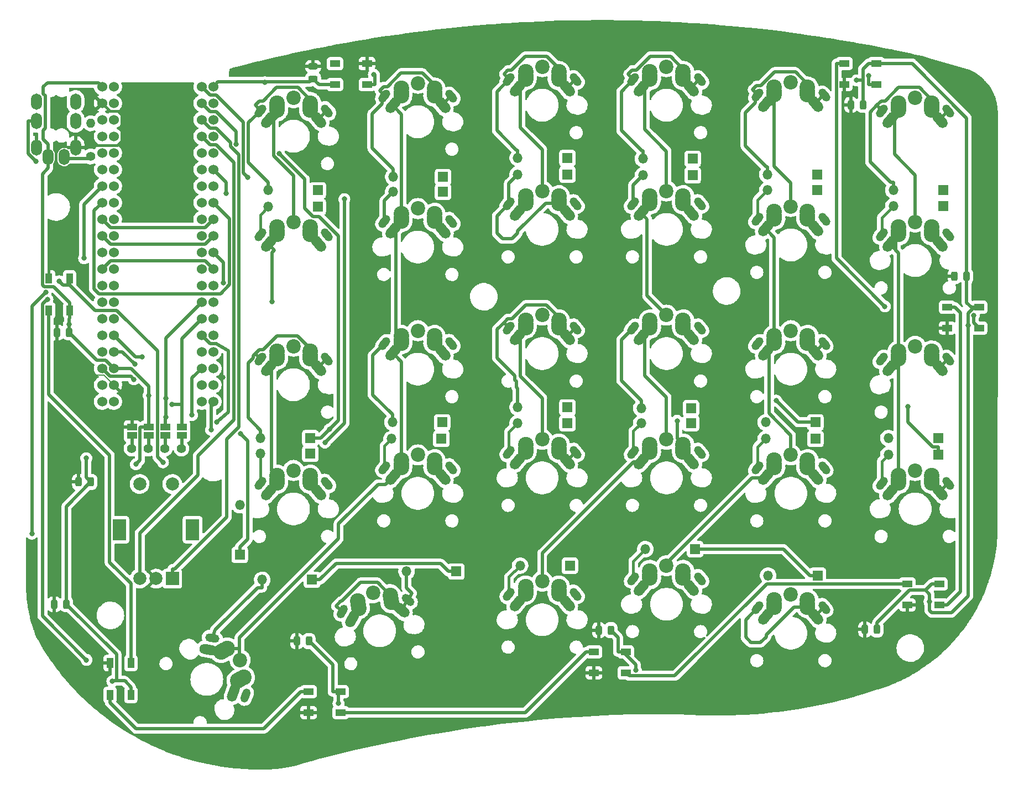
<source format=gbr>
G04 #@! TF.GenerationSoftware,KiCad,Pcbnew,5.99.0-unknown-4920692bcd~125~ubuntu20.04.1*
G04 #@! TF.CreationDate,2021-04-21T16:02:23+01:00*
G04 #@! TF.ProjectId,grandiceps-rev2,6772616e-6469-4636-9570-732d72657632,rev?*
G04 #@! TF.SameCoordinates,Original*
G04 #@! TF.FileFunction,Copper,L2,Bot*
G04 #@! TF.FilePolarity,Positive*
%FSLAX46Y46*%
G04 Gerber Fmt 4.6, Leading zero omitted, Abs format (unit mm)*
G04 Created by KiCad (PCBNEW 5.99.0-unknown-4920692bcd~125~ubuntu20.04.1) date 2021-04-21 16:02:23*
%MOMM*%
%LPD*%
G01*
G04 APERTURE LIST*
G04 Aperture macros list*
%AMRoundRect*
0 Rectangle with rounded corners*
0 $1 Rounding radius*
0 $2 $3 $4 $5 $6 $7 $8 $9 X,Y pos of 4 corners*
0 Add a 4 corners polygon primitive as box body*
4,1,4,$2,$3,$4,$5,$6,$7,$8,$9,$2,$3,0*
0 Add four circle primitives for the rounded corners*
1,1,$1+$1,$2,$3*
1,1,$1+$1,$4,$5*
1,1,$1+$1,$6,$7*
1,1,$1+$1,$8,$9*
0 Add four rect primitives between the rounded corners*
20,1,$1+$1,$2,$3,$4,$5,0*
20,1,$1+$1,$4,$5,$6,$7,0*
20,1,$1+$1,$6,$7,$8,$9,0*
20,1,$1+$1,$8,$9,$2,$3,0*%
%AMHorizOval*
0 Thick line with rounded ends*
0 $1 width*
0 $2 $3 position (X,Y) of the first rounded end (center of the circle)*
0 $4 $5 position (X,Y) of the second rounded end (center of the circle)*
0 Add line between two ends*
20,1,$1,$2,$3,$4,$5,0*
0 Add two circle primitives to create the rounded ends*
1,1,$1,$2,$3*
1,1,$1,$4,$5*%
G04 Aperture macros list end*
G04 #@! TA.AperFunction,ComponentPad*
%ADD10C,1.524000*%
G04 #@! TD*
G04 #@! TA.AperFunction,ComponentPad*
%ADD11C,1.400000*%
G04 #@! TD*
G04 #@! TA.AperFunction,ComponentPad*
%ADD12O,1.400000X1.400000*%
G04 #@! TD*
G04 #@! TA.AperFunction,ComponentPad*
%ADD13C,1.397000*%
G04 #@! TD*
G04 #@! TA.AperFunction,SMDPad,CuDef*
%ADD14RoundRect,0.243750X0.243750X0.456250X-0.243750X0.456250X-0.243750X-0.456250X0.243750X-0.456250X0*%
G04 #@! TD*
G04 #@! TA.AperFunction,SMDPad,CuDef*
%ADD15RoundRect,0.243750X0.456250X-0.243750X0.456250X0.243750X-0.456250X0.243750X-0.456250X-0.243750X0*%
G04 #@! TD*
G04 #@! TA.AperFunction,ComponentPad*
%ADD16R,1.500000X1.500000*%
G04 #@! TD*
G04 #@! TA.AperFunction,ComponentPad*
%ADD17O,1.500000X1.500000*%
G04 #@! TD*
G04 #@! TA.AperFunction,SMDPad,CuDef*
%ADD18R,1.000000X1.500000*%
G04 #@! TD*
G04 #@! TA.AperFunction,SMDPad,CuDef*
%ADD19R,1.500000X1.000000*%
G04 #@! TD*
G04 #@! TA.AperFunction,ComponentPad*
%ADD20HorizOval,1.250000X-0.305324X-0.363871X0.305324X0.363871X0*%
G04 #@! TD*
G04 #@! TA.AperFunction,ComponentPad*
%ADD21HorizOval,1.550000X-0.401742X0.478778X0.401742X-0.478778X0*%
G04 #@! TD*
G04 #@! TA.AperFunction,ComponentPad*
%ADD22HorizOval,1.250000X-0.305324X0.363871X0.305324X-0.363871X0*%
G04 #@! TD*
G04 #@! TA.AperFunction,ComponentPad*
%ADD23C,2.400000*%
G04 #@! TD*
G04 #@! TA.AperFunction,ComponentPad*
%ADD24HorizOval,1.550000X-0.401742X-0.478778X0.401742X0.478778X0*%
G04 #@! TD*
G04 #@! TA.AperFunction,ComponentPad*
%ADD25C,2.200000*%
G04 #@! TD*
G04 #@! TA.AperFunction,ComponentPad*
%ADD26R,2.000000X2.000000*%
G04 #@! TD*
G04 #@! TA.AperFunction,ComponentPad*
%ADD27C,2.000000*%
G04 #@! TD*
G04 #@! TA.AperFunction,ComponentPad*
%ADD28R,2.000000X3.200000*%
G04 #@! TD*
G04 #@! TA.AperFunction,ComponentPad*
%ADD29HorizOval,1.550000X0.213763X0.587308X-0.213763X-0.587308X0*%
G04 #@! TD*
G04 #@! TA.AperFunction,ComponentPad*
%ADD30HorizOval,1.250000X0.162460X0.446354X-0.162460X-0.446354X0*%
G04 #@! TD*
G04 #@! TA.AperFunction,ComponentPad*
%ADD31HorizOval,1.250000X-0.467784X0.082483X0.467784X-0.082483X0*%
G04 #@! TD*
G04 #@! TA.AperFunction,ComponentPad*
%ADD32HorizOval,1.550000X-0.615505X0.108530X0.615505X-0.108530X0*%
G04 #@! TD*
G04 #@! TA.AperFunction,ComponentPad*
%ADD33HorizOval,1.250000X-0.363871X0.305324X0.363871X-0.305324X0*%
G04 #@! TD*
G04 #@! TA.AperFunction,ComponentPad*
%ADD34HorizOval,1.250000X-0.237500X-0.411362X0.237500X0.411362X0*%
G04 #@! TD*
G04 #@! TA.AperFunction,ComponentPad*
%ADD35HorizOval,1.550000X-0.478778X0.401742X0.478778X-0.401742X0*%
G04 #@! TD*
G04 #@! TA.AperFunction,ComponentPad*
%ADD36HorizOval,1.550000X-0.312500X-0.541266X0.312500X0.541266X0*%
G04 #@! TD*
G04 #@! TA.AperFunction,ComponentPad*
%ADD37O,1.700000X2.500000*%
G04 #@! TD*
G04 #@! TA.AperFunction,ViaPad*
%ADD38C,0.800000*%
G04 #@! TD*
G04 #@! TA.AperFunction,Conductor*
%ADD39C,0.450000*%
G04 #@! TD*
G04 #@! TA.AperFunction,Conductor*
%ADD40C,0.200000*%
G04 #@! TD*
G04 #@! TA.AperFunction,Conductor*
%ADD41C,0.500000*%
G04 #@! TD*
G04 APERTURE END LIST*
D10*
X100813000Y-47167800D03*
X117831000Y-47167800D03*
X117831000Y-49707800D03*
X100813000Y-49707800D03*
X100813000Y-52247800D03*
X117831000Y-52247800D03*
X100813000Y-54787800D03*
X117831000Y-54787800D03*
X117831000Y-57327800D03*
X100813000Y-57327800D03*
X117831000Y-59867800D03*
X100813000Y-59867800D03*
X117831000Y-62407800D03*
X100813000Y-62407800D03*
X117831000Y-64947800D03*
X100813000Y-64947800D03*
X117831000Y-67487800D03*
X100813000Y-67487800D03*
X117831000Y-70027800D03*
X100813000Y-70027800D03*
X100813000Y-72567800D03*
X117831000Y-72567800D03*
X100813000Y-75107800D03*
X117831000Y-75107800D03*
X117831000Y-77647800D03*
X100813000Y-77647800D03*
X100813000Y-80187800D03*
X117831000Y-80187800D03*
X100813000Y-82727800D03*
X117831000Y-82727800D03*
X117831000Y-85267800D03*
X100813000Y-85267800D03*
X117831000Y-87807800D03*
X100813000Y-87807800D03*
X117831000Y-90347800D03*
X100813000Y-90347800D03*
X100813000Y-92887800D03*
X117831000Y-92887800D03*
X100813000Y-95427800D03*
X117831000Y-95427800D03*
X116053000Y-95427800D03*
X102591000Y-95427800D03*
X116053000Y-92887800D03*
X102591000Y-92887800D03*
X102591000Y-90347800D03*
X116053000Y-90347800D03*
X116053000Y-87807800D03*
X102591000Y-87807800D03*
X116053000Y-85267800D03*
X102591000Y-85267800D03*
X102591000Y-82727800D03*
X116053000Y-82727800D03*
X102591000Y-80187800D03*
X116053000Y-80187800D03*
X102591000Y-77647800D03*
X116053000Y-77647800D03*
X116053000Y-75107800D03*
X102591000Y-75107800D03*
X102591000Y-72567800D03*
X116053000Y-72567800D03*
X116053000Y-70027800D03*
X102591000Y-70027800D03*
X102591000Y-67487800D03*
X116053000Y-67487800D03*
X116053000Y-64947800D03*
X102591000Y-64947800D03*
X102591000Y-62407800D03*
X116053000Y-62407800D03*
X102591000Y-59867800D03*
X116053000Y-59867800D03*
X116053000Y-57327800D03*
X102591000Y-57327800D03*
X102591000Y-54787800D03*
X116053000Y-54787800D03*
X102591000Y-52247800D03*
X116053000Y-52247800D03*
X116053000Y-49707800D03*
X102591000Y-49707800D03*
X116053000Y-47167800D03*
X102591000Y-47167800D03*
D11*
X99060000Y-57861200D03*
D12*
X99060000Y-52781200D03*
D13*
X105335000Y-102616000D03*
X107875000Y-102616000D03*
X110415000Y-102616000D03*
X112955000Y-102616000D03*
D14*
X132486500Y-132131000D03*
X130611500Y-132131000D03*
X99081100Y-107747000D03*
X97206100Y-107747000D03*
X178712500Y-130455000D03*
X176837500Y-130455000D03*
D15*
X133121400Y-45948600D03*
X133121400Y-44073600D03*
D14*
X95758000Y-84836000D03*
X93883000Y-84836000D03*
X219476500Y-130353000D03*
X217601500Y-130353000D03*
D16*
X229591000Y-63042800D03*
D17*
X221971000Y-63042800D03*
D16*
X210287000Y-60629800D03*
D17*
X202667000Y-60629800D03*
D16*
X191237000Y-58216800D03*
D17*
X183617000Y-58216800D03*
D16*
X172060000Y-58089800D03*
D17*
X164440000Y-58089800D03*
D16*
X153010000Y-61010800D03*
D17*
X145390000Y-61010800D03*
D16*
X155042000Y-121463000D03*
D17*
X147422000Y-121463000D03*
D16*
X132944000Y-122733000D03*
D17*
X125324000Y-122733000D03*
D16*
X121895000Y-118923000D03*
D17*
X121895000Y-111303000D03*
D18*
X95834000Y-81444000D03*
X92634000Y-81444000D03*
X92634000Y-76544000D03*
X95834000Y-76544000D03*
D16*
X229591000Y-65455800D03*
D17*
X221971000Y-65455800D03*
D18*
X105219300Y-140375900D03*
X102019300Y-140375900D03*
X102019300Y-135475900D03*
X105219300Y-135475900D03*
D16*
X210287000Y-63042800D03*
D17*
X202667000Y-63042800D03*
D16*
X191237000Y-60756800D03*
D17*
X183617000Y-60756800D03*
D16*
X172060000Y-60629800D03*
D17*
X164440000Y-60629800D03*
D16*
X153010000Y-63296800D03*
D17*
X145390000Y-63296800D03*
D16*
X133833000Y-65582800D03*
D17*
X126213000Y-65582800D03*
D16*
X228829000Y-101016000D03*
D17*
X221209000Y-101016000D03*
D16*
X210033000Y-98602800D03*
D17*
X202413000Y-98602800D03*
D16*
X190983000Y-96443800D03*
D17*
X183363000Y-96443800D03*
D16*
X172060000Y-96316800D03*
D17*
X164440000Y-96316800D03*
D16*
X152883000Y-98602800D03*
D17*
X145263000Y-98602800D03*
D16*
X132690000Y-101016000D03*
D17*
X125070000Y-101016000D03*
D19*
X137325100Y-139885100D03*
X137325100Y-143085100D03*
X132425100Y-143085100D03*
X132425100Y-139885100D03*
X181013300Y-133789600D03*
X181013300Y-136989600D03*
X176113300Y-136989600D03*
X176113300Y-133789600D03*
D16*
X228829000Y-103556000D03*
D17*
X221209000Y-103556000D03*
D16*
X210033000Y-101143000D03*
D17*
X202413000Y-101143000D03*
D16*
X190983000Y-98729800D03*
D17*
X183363000Y-98729800D03*
D16*
X172060000Y-98729800D03*
D17*
X164440000Y-98729800D03*
D16*
X152756000Y-101143000D03*
D17*
X145136000Y-101143000D03*
D16*
X132690000Y-103429000D03*
D17*
X125070000Y-103429000D03*
D16*
X210414000Y-122098000D03*
D17*
X202794000Y-122098000D03*
D16*
X191618000Y-118034000D03*
D17*
X183998000Y-118034000D03*
D16*
X172441000Y-120574000D03*
D17*
X164821000Y-120574000D03*
D19*
X219365600Y-43612900D03*
X219365600Y-46812900D03*
X214465600Y-46812900D03*
X214465600Y-43612900D03*
X136463800Y-46831000D03*
X136463800Y-43631000D03*
X141363800Y-43631000D03*
X141363800Y-46831000D03*
D14*
X95347000Y-126492000D03*
X93472000Y-126492000D03*
D19*
X235104200Y-80951400D03*
X235104200Y-84151400D03*
X230204200Y-84151400D03*
X230204200Y-80951400D03*
D20*
X220213000Y-69897800D03*
D21*
X229123000Y-71257800D03*
D22*
X230413000Y-69897800D03*
D23*
X227853000Y-69797800D03*
X227853000Y-68717800D03*
X227853000Y-69297800D03*
D24*
X221503000Y-71257800D03*
D23*
X222773000Y-69297800D03*
X222773000Y-69797800D03*
D25*
X225313000Y-67897800D03*
D23*
X222773000Y-68717800D03*
D22*
X211373000Y-48477800D03*
D23*
X208813000Y-48377800D03*
D21*
X210083000Y-49837800D03*
D23*
X208813000Y-47877800D03*
D20*
X201173000Y-48477800D03*
D23*
X208813000Y-47297800D03*
X203733000Y-47877800D03*
X203733000Y-48377800D03*
D25*
X206273000Y-46477800D03*
D24*
X202463000Y-49837800D03*
D23*
X203733000Y-47297800D03*
D20*
X144053000Y-105598000D03*
D21*
X152963000Y-106958000D03*
D22*
X154253000Y-105598000D03*
D23*
X151693000Y-104998000D03*
X151693000Y-104418000D03*
X151693000Y-105498000D03*
D24*
X145343000Y-106958000D03*
D23*
X146613000Y-105498000D03*
X146613000Y-104418000D03*
X146613000Y-104998000D03*
D25*
X149153000Y-103598000D03*
D21*
X133923000Y-109338000D03*
D23*
X132653000Y-107378000D03*
D22*
X135213000Y-107978000D03*
D23*
X132653000Y-106798000D03*
X132653000Y-107878000D03*
D20*
X125013000Y-107978000D03*
D23*
X127573000Y-107878000D03*
D25*
X130113000Y-105978000D03*
D23*
X127573000Y-107378000D03*
D24*
X126303000Y-109338000D03*
D23*
X127573000Y-106798000D03*
D22*
X173293000Y-103218000D03*
D20*
X163093000Y-103218000D03*
D23*
X170733000Y-102618000D03*
D21*
X172003000Y-104578000D03*
D23*
X170733000Y-103118000D03*
X170733000Y-102038000D03*
X165653000Y-103118000D03*
D24*
X164383000Y-104578000D03*
D23*
X165653000Y-102038000D03*
D25*
X168193000Y-101218000D03*
D23*
X165653000Y-102618000D03*
D22*
X135213000Y-50857800D03*
D23*
X132653000Y-50257800D03*
X132653000Y-49677800D03*
X132653000Y-50757800D03*
D20*
X125013000Y-50857800D03*
D21*
X133923000Y-52217800D03*
D23*
X127573000Y-50257800D03*
X127573000Y-49677800D03*
X127573000Y-50757800D03*
D24*
X126303000Y-52217800D03*
D25*
X130113000Y-48857800D03*
D23*
X208813000Y-126418000D03*
X208813000Y-125838000D03*
D22*
X211373000Y-127018000D03*
D20*
X201173000Y-127018000D03*
D21*
X210083000Y-128378000D03*
D23*
X208813000Y-126918000D03*
X203733000Y-125838000D03*
X203733000Y-126418000D03*
D24*
X202463000Y-128378000D03*
D23*
X203733000Y-126918000D03*
D25*
X206273000Y-125018000D03*
D26*
X111557000Y-122555000D03*
D27*
X106557000Y-122555000D03*
X109057000Y-122555000D03*
D28*
X103457000Y-115055000D03*
X114657000Y-115055000D03*
D27*
X106557000Y-108055000D03*
X111557000Y-108055000D03*
D23*
X151693000Y-48537800D03*
D22*
X154253000Y-48637800D03*
D23*
X151693000Y-47457800D03*
D21*
X152963000Y-49997800D03*
D23*
X151693000Y-48037800D03*
D20*
X144053000Y-48637800D03*
D23*
X146613000Y-48537800D03*
D24*
X145343000Y-49997800D03*
D23*
X146613000Y-47457800D03*
X146613000Y-48037800D03*
D25*
X149153000Y-46637800D03*
D23*
X189773000Y-103118000D03*
D21*
X191043000Y-104578000D03*
D23*
X189773000Y-102038000D03*
X189773000Y-102618000D03*
D22*
X192333000Y-103218000D03*
D20*
X182133000Y-103218000D03*
D23*
X184693000Y-103118000D03*
D24*
X183423000Y-104578000D03*
D25*
X187233000Y-101218000D03*
D23*
X184693000Y-102618000D03*
X184693000Y-102038000D03*
X132653000Y-69797800D03*
D21*
X133923000Y-71257800D03*
D20*
X125013000Y-69897800D03*
D23*
X132653000Y-68717800D03*
D22*
X135213000Y-69897800D03*
D23*
X132653000Y-69297800D03*
X127573000Y-69797800D03*
D24*
X126303000Y-71257800D03*
D23*
X127573000Y-69297800D03*
X127573000Y-68717800D03*
D25*
X130113000Y-67897800D03*
D21*
X172003000Y-126318000D03*
D23*
X170733000Y-124358000D03*
D22*
X173293000Y-124958000D03*
D23*
X170733000Y-123778000D03*
X170733000Y-124858000D03*
D20*
X163093000Y-124958000D03*
D24*
X164383000Y-126318000D03*
D25*
X168193000Y-122958000D03*
D23*
X165653000Y-123778000D03*
X165653000Y-124358000D03*
X165653000Y-124858000D03*
D29*
X120944705Y-140027557D03*
D23*
X122509409Y-137657705D03*
X121574102Y-138197705D03*
D30*
X122767499Y-140464730D03*
D31*
X117667499Y-131631270D03*
D23*
X122007114Y-137947705D03*
X119467114Y-133548295D03*
X119034102Y-133798295D03*
D25*
X121949550Y-135048000D03*
D32*
X117134705Y-133428443D03*
D23*
X119969409Y-133258295D03*
D33*
X147652292Y-125829644D03*
D23*
X144926279Y-125112110D03*
D34*
X137607253Y-127600855D03*
D35*
X146618051Y-127392989D03*
D23*
X145113819Y-126175703D03*
X145026995Y-125683299D03*
X140024172Y-126565431D03*
X139923456Y-125994243D03*
D36*
X139113816Y-128716188D03*
D25*
X142282476Y-124745634D03*
D23*
X140110996Y-127057835D03*
X227853000Y-88837800D03*
X227853000Y-88337800D03*
D20*
X220213000Y-88937800D03*
D23*
X227853000Y-87757800D03*
D22*
X230413000Y-88937800D03*
D21*
X229123000Y-90297800D03*
D24*
X221503000Y-90297800D03*
D25*
X225313000Y-86937800D03*
D23*
X222773000Y-88837800D03*
X222773000Y-88337800D03*
X222773000Y-87757800D03*
D20*
X144053000Y-86557800D03*
D23*
X151693000Y-85377800D03*
D21*
X152963000Y-87917800D03*
D22*
X154253000Y-86557800D03*
D23*
X151693000Y-86457800D03*
X151693000Y-85957800D03*
D25*
X149153000Y-84557800D03*
D23*
X146613000Y-85377800D03*
X146613000Y-86457800D03*
X146613000Y-85957800D03*
D24*
X145343000Y-87917800D03*
D23*
X170733000Y-63957800D03*
D20*
X163093000Y-65137800D03*
D23*
X170733000Y-65037800D03*
D21*
X172003000Y-66497800D03*
D22*
X173293000Y-65137800D03*
D23*
X170733000Y-64537800D03*
D24*
X164383000Y-66497800D03*
D23*
X165653000Y-65037800D03*
D25*
X168193000Y-63137800D03*
D23*
X165653000Y-63957800D03*
X165653000Y-64537800D03*
D21*
X210083000Y-106958000D03*
D22*
X211373000Y-105598000D03*
D23*
X208813000Y-105498000D03*
X208813000Y-104998000D03*
X208813000Y-104418000D03*
D20*
X201173000Y-105598000D03*
D23*
X203733000Y-104998000D03*
X203733000Y-104418000D03*
D24*
X202463000Y-106958000D03*
D25*
X206273000Y-103598000D03*
D23*
X203733000Y-105498000D03*
X170733000Y-82997800D03*
X170733000Y-84077800D03*
X170733000Y-83577800D03*
D22*
X173293000Y-84177800D03*
D20*
X163093000Y-84177800D03*
D21*
X172003000Y-85537800D03*
D23*
X165653000Y-83577800D03*
D25*
X168193000Y-82177800D03*
D23*
X165653000Y-82997800D03*
X165653000Y-84077800D03*
D24*
X164383000Y-85537800D03*
D21*
X152963000Y-69197800D03*
D20*
X144053000Y-67837800D03*
D23*
X151693000Y-66657800D03*
D22*
X154253000Y-67837800D03*
D23*
X151693000Y-67737800D03*
X151693000Y-67237800D03*
X146613000Y-66657800D03*
X146613000Y-67737800D03*
D24*
X145343000Y-69197800D03*
D23*
X146613000Y-67237800D03*
D25*
X149153000Y-65837800D03*
D23*
X189773000Y-63957800D03*
D21*
X191043000Y-66497800D03*
D22*
X192333000Y-65137800D03*
D23*
X189773000Y-64537800D03*
D20*
X182133000Y-65137800D03*
D23*
X189773000Y-65037800D03*
D24*
X183423000Y-66497800D03*
D25*
X187233000Y-63137800D03*
D23*
X184693000Y-65037800D03*
X184693000Y-63957800D03*
X184693000Y-64537800D03*
D22*
X192333000Y-46097800D03*
D23*
X189773000Y-45997800D03*
X189773000Y-45497800D03*
X189773000Y-44917800D03*
D21*
X191043000Y-47457800D03*
D20*
X182133000Y-46097800D03*
D23*
X184693000Y-45997800D03*
X184693000Y-45497800D03*
D24*
X183423000Y-47457800D03*
D25*
X187233000Y-44097800D03*
D23*
X184693000Y-44917800D03*
D20*
X125013000Y-88937800D03*
D22*
X135213000Y-88937800D03*
D23*
X132653000Y-88837800D03*
D21*
X133923000Y-90297800D03*
D23*
X132653000Y-88337800D03*
X132653000Y-87757800D03*
X127573000Y-87757800D03*
D24*
X126303000Y-90297800D03*
D23*
X127573000Y-88837800D03*
X127573000Y-88337800D03*
D25*
X130113000Y-86937800D03*
D23*
X227853000Y-49677800D03*
X227853000Y-50257800D03*
X227853000Y-50757800D03*
D22*
X230413000Y-50857800D03*
D20*
X220213000Y-50857800D03*
D21*
X229123000Y-52217800D03*
D25*
X225313000Y-48857800D03*
D23*
X222773000Y-49677800D03*
D24*
X221503000Y-52217800D03*
D23*
X222773000Y-50757800D03*
X222773000Y-50257800D03*
X170733000Y-44917800D03*
D22*
X173293000Y-46097800D03*
D23*
X170733000Y-45497800D03*
D20*
X163093000Y-46097800D03*
D21*
X172003000Y-47457800D03*
D23*
X170733000Y-45997800D03*
X165653000Y-44917800D03*
X165653000Y-45497800D03*
D24*
X164383000Y-47457800D03*
D25*
X168193000Y-44097800D03*
D23*
X165653000Y-45997800D03*
D22*
X211373000Y-86557800D03*
D20*
X201173000Y-86557800D03*
D23*
X208813000Y-86457800D03*
X208813000Y-85377800D03*
X208813000Y-85957800D03*
D21*
X210083000Y-87917800D03*
D23*
X203733000Y-85957800D03*
D25*
X206273000Y-84557800D03*
D24*
X202463000Y-87917800D03*
D23*
X203733000Y-86457800D03*
X203733000Y-85377800D03*
X189773000Y-84077800D03*
X189773000Y-83577800D03*
X189773000Y-82997800D03*
D20*
X182133000Y-84177800D03*
D21*
X191043000Y-85537800D03*
D22*
X192333000Y-84177800D03*
D23*
X184693000Y-84077800D03*
X184693000Y-82997800D03*
D24*
X183423000Y-85537800D03*
D23*
X184693000Y-83577800D03*
D25*
X187233000Y-82177800D03*
D21*
X191043000Y-123938000D03*
D23*
X189773000Y-121978000D03*
X189773000Y-122478000D03*
X189773000Y-121398000D03*
D22*
X192333000Y-122578000D03*
D20*
X182133000Y-122578000D03*
D23*
X184693000Y-121398000D03*
X184693000Y-122478000D03*
X184693000Y-121978000D03*
D24*
X183423000Y-123938000D03*
D25*
X187233000Y-120578000D03*
D23*
X208813000Y-66337800D03*
D21*
X210083000Y-68877800D03*
D23*
X208813000Y-67417800D03*
D20*
X201173000Y-67517800D03*
D22*
X211373000Y-67517800D03*
D23*
X208813000Y-66917800D03*
D24*
X202463000Y-68877800D03*
D23*
X203733000Y-67417800D03*
D25*
X206273000Y-65517800D03*
D23*
X203733000Y-66337800D03*
X203733000Y-66917800D03*
X227853000Y-106798000D03*
X227853000Y-107378000D03*
D20*
X220213000Y-107978000D03*
D23*
X227853000Y-107878000D03*
D22*
X230413000Y-107978000D03*
D21*
X229123000Y-109338000D03*
D23*
X222773000Y-107378000D03*
X222773000Y-106798000D03*
X222773000Y-107878000D03*
D24*
X221503000Y-109338000D03*
D25*
X225313000Y-105978000D03*
D16*
X133833000Y-63042800D03*
D17*
X126213000Y-63042800D03*
D19*
X229018000Y-123368000D03*
X229018000Y-126568000D03*
X224118000Y-126568000D03*
X224118000Y-123368000D03*
D14*
X217317500Y-49936400D03*
X215442500Y-49936400D03*
X233197400Y-76225400D03*
X231322400Y-76225400D03*
D37*
X92537600Y-57951800D03*
X94987600Y-57951800D03*
X96737600Y-49451800D03*
X90787600Y-49451800D03*
X90787600Y-52451800D03*
X96737600Y-52451800D03*
X90787600Y-56451800D03*
X96737600Y-56451800D03*
D19*
X113030000Y-99314000D03*
X113030000Y-100614000D03*
X107950000Y-99314000D03*
X107950000Y-100614000D03*
X105410000Y-99314000D03*
X105410000Y-100614000D03*
X110490000Y-99314000D03*
X110490000Y-100614000D03*
D38*
X197358000Y-56388000D03*
X115570000Y-99314000D03*
X216662000Y-83566000D03*
X93980000Y-56134000D03*
X104140000Y-93980000D03*
X98044000Y-77978000D03*
X119292500Y-91694000D03*
X177546000Y-39370000D03*
X97282000Y-60960000D03*
X96774000Y-87884000D03*
X175768000Y-76962000D03*
X94234000Y-73406000D03*
X196088000Y-44704000D03*
X226060000Y-80264000D03*
X93218000Y-70104000D03*
X215900000Y-55626000D03*
X216350600Y-46197100D03*
X105983200Y-105032900D03*
X233423600Y-83717900D03*
X114592400Y-97484400D03*
X137001500Y-141700200D03*
X102367300Y-138287600D03*
X125730000Y-46482000D03*
X95758000Y-83566000D03*
X227503400Y-126081800D03*
X98381100Y-104102900D03*
X107950000Y-94488000D03*
X182535400Y-136614600D03*
X123076400Y-61031700D03*
X118350200Y-98576900D03*
X122003800Y-100310900D03*
X106974900Y-88588200D03*
X119810700Y-63481300D03*
X137902000Y-64385600D03*
X134941500Y-101705600D03*
X94234000Y-76980600D03*
X110129300Y-104739200D03*
X188858000Y-98370500D03*
X127927100Y-57446700D03*
X204051200Y-95273300D03*
X135645700Y-99649500D03*
X121353200Y-56004400D03*
X234291200Y-82186300D03*
X220682600Y-80849800D03*
X218204800Y-45438100D03*
X142426900Y-45339500D03*
X224192400Y-96153200D03*
X105822500Y-89717300D03*
X92168300Y-78647300D03*
X90046500Y-115672600D03*
X98049700Y-73460000D03*
X119391100Y-77196700D03*
X126823700Y-80122700D03*
X105670300Y-92011900D03*
X90699000Y-58625100D03*
X117499900Y-99737300D03*
X110577900Y-97777100D03*
X110577900Y-94908100D03*
X111478600Y-95898300D03*
X92440300Y-79804600D03*
X98419000Y-135018600D03*
D39*
X103124000Y-56134000D02*
X99060000Y-56134000D01*
X100813000Y-49707800D02*
X101999511Y-50894311D01*
D40*
X99283311Y-91409311D02*
X98552000Y-90678000D01*
X102591000Y-92887800D02*
X102575862Y-92887800D01*
X101097373Y-91409311D02*
X99283311Y-91409311D01*
D39*
X101999511Y-50894311D02*
X103218311Y-50894311D01*
X103777511Y-51453511D02*
X103777511Y-55480489D01*
X103218311Y-50894311D02*
X103777511Y-51453511D01*
D40*
X102575862Y-92887800D02*
X101097373Y-91409311D01*
D39*
X103777511Y-55480489D02*
X103124000Y-56134000D01*
D41*
X234323600Y-80951400D02*
X233423700Y-81851300D01*
X107950000Y-99314000D02*
X106749700Y-99314000D01*
X218765500Y-43612900D02*
X219365600Y-43612900D01*
X95347000Y-111481100D02*
X99081100Y-107747000D01*
X235104200Y-80951400D02*
X234504100Y-80951400D01*
X136900100Y-139885100D02*
X136124800Y-139885100D01*
X136463800Y-46831000D02*
X134003800Y-46831000D01*
X219476500Y-129321600D02*
X219476500Y-130353000D01*
X91791300Y-53898100D02*
X91791300Y-55216400D01*
X95834000Y-82644300D02*
X95758000Y-82720300D01*
X114592400Y-97484400D02*
X114592400Y-91808400D01*
X114592400Y-91808400D02*
X116053000Y-90347800D01*
X217317500Y-46197100D02*
X217317500Y-44460700D01*
X229018000Y-123368000D02*
X227817700Y-123368000D01*
X106610400Y-99453300D02*
X106749700Y-99314000D01*
X179813000Y-133789600D02*
X179813000Y-131555500D01*
X95347000Y-126492000D02*
X95347000Y-111481100D01*
X233423600Y-125224400D02*
X233423600Y-83717900D01*
X92127400Y-48552500D02*
X92127400Y-53562000D01*
X224833300Y-43612900D02*
X233197400Y-51977000D01*
X219365600Y-43612900D02*
X224833300Y-43612900D01*
X227503400Y-126081800D02*
X227503400Y-127427400D01*
X91815300Y-47201600D02*
X91815300Y-48240400D01*
X106610400Y-104405700D02*
X106610400Y-99453300D01*
X107950000Y-94488000D02*
X107950000Y-93047300D01*
X98736500Y-58184700D02*
X99060000Y-57861200D01*
X230886000Y-127762000D02*
X233423600Y-125224400D01*
X91815300Y-48240400D02*
X92127400Y-48552500D01*
X233423700Y-83717900D02*
X233423600Y-83717900D01*
X180588300Y-133789600D02*
X179813000Y-133789600D01*
X226867400Y-124318300D02*
X224479800Y-124318300D01*
X227838000Y-127762000D02*
X230886000Y-127762000D01*
X233197400Y-80244900D02*
X233903900Y-80951400D01*
X182535400Y-135736700D02*
X182535400Y-136614600D01*
X227817700Y-123368000D02*
X226867400Y-124318300D01*
X227503400Y-124954300D02*
X227503400Y-126081800D01*
X233197400Y-76225400D02*
X233197400Y-80244900D01*
X92537600Y-55962700D02*
X92537600Y-57951800D01*
X95220500Y-58184700D02*
X98736500Y-58184700D01*
X105983200Y-105032900D02*
X106610400Y-104405700D01*
X100813000Y-47167800D02*
X100245400Y-46600200D01*
X105250500Y-90347800D02*
X102591000Y-90347800D01*
X104269000Y-138225300D02*
X103004400Y-138225300D01*
X100245400Y-46600200D02*
X92416700Y-46600200D01*
X224479800Y-124318300D02*
X219476500Y-129321600D01*
X92127400Y-53562000D02*
X91791300Y-53898100D01*
X91669400Y-77527000D02*
X91669400Y-60520300D01*
X218765500Y-43612900D02*
X218165300Y-43612900D01*
X137001500Y-139986500D02*
X137001500Y-141700200D01*
X217317500Y-46197100D02*
X216350600Y-46197100D01*
X98381100Y-107047000D02*
X98381100Y-104102900D01*
X101321000Y-89077800D02*
X102591000Y-90347800D01*
X95758000Y-82720300D02*
X95758000Y-84836000D01*
X92537600Y-57951800D02*
X92537600Y-59652100D01*
X233423700Y-81851300D02*
X233423700Y-83717900D01*
X92416700Y-46600200D02*
X91815300Y-47201600D01*
X103004400Y-138225300D02*
X102429600Y-138225300D01*
X91669400Y-60520300D02*
X92537600Y-59652100D01*
X180588300Y-133789600D02*
X182535400Y-135736700D01*
X217317500Y-49936400D02*
X217317500Y-46197100D01*
X91791300Y-55216400D02*
X92537600Y-55962700D01*
X227503400Y-127427400D02*
X227838000Y-127762000D01*
X105219300Y-139175600D02*
X104269000Y-138225300D01*
X95758000Y-84836000D02*
X99999800Y-89077800D01*
X107950000Y-93047300D02*
X105250500Y-90347800D01*
X95834000Y-80243700D02*
X93387300Y-77797000D01*
X132622600Y-46447400D02*
X118551400Y-46447400D01*
X91939400Y-77797000D02*
X91669400Y-77527000D01*
X234504100Y-80951400D02*
X234323600Y-80951400D01*
X95834000Y-81444000D02*
X95834000Y-80243700D01*
X102429600Y-138225300D02*
X102367300Y-138287600D01*
X233197400Y-51977000D02*
X233197400Y-76225400D01*
X99999800Y-89077800D02*
X101321000Y-89077800D01*
X133121400Y-45948600D02*
X132622600Y-46447400D01*
X105219300Y-140375900D02*
X105219300Y-139175600D01*
X136124800Y-139885100D02*
X136124800Y-135769300D01*
X234323600Y-80951400D02*
X233903900Y-80951400D01*
X107950000Y-99314000D02*
X107950000Y-94488000D01*
X118551400Y-46447400D02*
X117831000Y-47167800D01*
X179813000Y-131555500D02*
X178712500Y-130455000D01*
X217317500Y-44460700D02*
X218165300Y-43612900D01*
X134003800Y-46831000D02*
X133121400Y-45948600D01*
X103004400Y-134149400D02*
X95347000Y-126492000D01*
X136124800Y-135769300D02*
X132486500Y-132131000D01*
X95834000Y-81444000D02*
X95834000Y-82644300D01*
X93387300Y-77797000D02*
X91939400Y-77797000D01*
X99081100Y-107747000D02*
X98381100Y-107047000D01*
X103004400Y-138225300D02*
X103004400Y-134149400D01*
X226867400Y-124318300D02*
X227503400Y-124954300D01*
X220710400Y-49383800D02*
X220116500Y-49383800D01*
X219496400Y-50003900D02*
X218408600Y-51091700D01*
X222798200Y-47296000D02*
X220710400Y-49383800D01*
X220116500Y-49383800D02*
X219496400Y-50003900D01*
X221595900Y-61842500D02*
X221971000Y-61842500D01*
X218408600Y-58655200D02*
X221595900Y-61842500D01*
X229974400Y-51203400D02*
X230067400Y-51203400D01*
X229123000Y-52217800D02*
X229974300Y-51203300D01*
X220213000Y-50857800D02*
X219496400Y-50003900D01*
X229974300Y-51203300D02*
X229974400Y-51203400D01*
X230067400Y-51203400D02*
X230413000Y-50857800D01*
X227853000Y-49167100D02*
X225981900Y-47296000D01*
X225981900Y-47296000D02*
X222798200Y-47296000D01*
X221971000Y-63042800D02*
X221971000Y-61842500D01*
X218408600Y-51091700D02*
X218408600Y-58655200D01*
X123076400Y-61031700D02*
X122461600Y-60416900D01*
X122461600Y-52619800D02*
X118279600Y-48437800D01*
X117323000Y-48437800D02*
X116053000Y-47167800D01*
X118279600Y-48437800D02*
X117323000Y-48437800D01*
X122461600Y-60416900D02*
X122461600Y-52619800D01*
X199329700Y-56242200D02*
X199329700Y-51125700D01*
X199329700Y-51125700D02*
X200795600Y-49659800D01*
X211027400Y-48823400D02*
X211373000Y-48477800D01*
X201173000Y-48477800D02*
X200795600Y-48028000D01*
X202517000Y-59429500D02*
X199329700Y-56242200D01*
X203771600Y-44923500D02*
X206970400Y-44923500D01*
X210934400Y-48823400D02*
X211027400Y-48823400D01*
X200795600Y-48028000D02*
X200430000Y-47592500D01*
X200430000Y-47592500D02*
X201018700Y-47003800D01*
X202667000Y-59429500D02*
X202517000Y-59429500D01*
X210934300Y-48823300D02*
X210934400Y-48823400D01*
X202667000Y-60629800D02*
X202667000Y-59429500D01*
X206970400Y-44923500D02*
X208813000Y-46766100D01*
X200795600Y-49659800D02*
X200795600Y-48028000D01*
X201691300Y-47003800D02*
X203771600Y-44923500D01*
X201018700Y-47003800D02*
X201691300Y-47003800D01*
X210083000Y-49837800D02*
X210934300Y-48823300D01*
X182626300Y-44623800D02*
X181978700Y-44623800D01*
X187842100Y-42497100D02*
X184753000Y-42497100D01*
X191043000Y-47457800D02*
X191894300Y-46443300D01*
X191987400Y-46443400D02*
X192333000Y-46097800D01*
X180331700Y-53881200D02*
X183467000Y-57016500D01*
X182133000Y-46097800D02*
X181390000Y-45212500D01*
X181978700Y-44623800D02*
X181390000Y-45212500D01*
X182133000Y-46097800D02*
X180331700Y-47899100D01*
X183467000Y-57016500D02*
X183617000Y-57016500D01*
X180331700Y-47899100D02*
X180331700Y-53881200D01*
X184753000Y-42497100D02*
X182626300Y-44623800D01*
X191894400Y-46443400D02*
X191987400Y-46443400D01*
X189773000Y-44428000D02*
X187842100Y-42497100D01*
X191894300Y-46443300D02*
X191894400Y-46443400D01*
X183617000Y-58216800D02*
X183617000Y-57016500D01*
X162938700Y-44623800D02*
X162350000Y-45212500D01*
X163493900Y-44623800D02*
X162938700Y-44623800D01*
X164440000Y-58089800D02*
X164440000Y-56889500D01*
X172854300Y-46443300D02*
X172854400Y-46443400D01*
X172947400Y-46443400D02*
X173293000Y-46097800D01*
X172854400Y-46443400D02*
X172947400Y-46443400D01*
X172003000Y-47457800D02*
X172854300Y-46443300D01*
X163093000Y-46097800D02*
X162350000Y-45212500D01*
X163093000Y-46097800D02*
X161273900Y-47916900D01*
X161273900Y-53873400D02*
X164290000Y-56889500D01*
X161273900Y-47916900D02*
X161273900Y-53873400D01*
X170733000Y-44360300D02*
X168912000Y-42539300D01*
X168912000Y-42539300D02*
X165578400Y-42539300D01*
X164290000Y-56889500D02*
X164440000Y-56889500D01*
X165578400Y-42539300D02*
X163493900Y-44623800D01*
X152963000Y-49997800D02*
X153814300Y-48983300D01*
X145390000Y-61010800D02*
X145390000Y-59810500D01*
X142190900Y-56611400D02*
X142190900Y-51304500D01*
X144513000Y-47163800D02*
X146593300Y-45083500D01*
X144053000Y-48637800D02*
X143675600Y-48188000D01*
X149850400Y-45083500D02*
X151693000Y-46926100D01*
X153907400Y-48983400D02*
X154253000Y-48637800D01*
X143898700Y-47163800D02*
X144513000Y-47163800D01*
X153814400Y-48983400D02*
X153907400Y-48983400D01*
X145390000Y-59810500D02*
X142190900Y-56611400D01*
X143310000Y-47752500D02*
X143898700Y-47163800D01*
X143675600Y-48188000D02*
X143310000Y-47752500D01*
X146593300Y-45083500D02*
X149850400Y-45083500D01*
X143675600Y-49819800D02*
X143675600Y-48188000D01*
X142190900Y-51304500D02*
X143675600Y-49819800D01*
X153814300Y-48983300D02*
X153814400Y-48983400D01*
X125013000Y-50857800D02*
X124270000Y-49972500D01*
X127543000Y-47295600D02*
X130781500Y-47295600D01*
X134774400Y-51203400D02*
X134867400Y-51203400D01*
X130781500Y-47295600D02*
X132653000Y-49167100D01*
X124270000Y-49972500D02*
X124858700Y-49383800D01*
X126213000Y-61842500D02*
X123162000Y-58791500D01*
X124858700Y-49383800D02*
X125454800Y-49383800D01*
X125454800Y-49383800D02*
X127543000Y-47295600D01*
X123162000Y-52708800D02*
X125013000Y-50857800D01*
X126213000Y-63042800D02*
X126213000Y-61842500D01*
X134867400Y-51203400D02*
X135213000Y-50857800D01*
X134774300Y-51203300D02*
X134774400Y-51203400D01*
X133923000Y-52217800D02*
X134774300Y-51203300D01*
X123162000Y-58791500D02*
X123162000Y-52708800D01*
D39*
X220213000Y-67213800D02*
X221971000Y-65455800D01*
X220213000Y-69897800D02*
X220213000Y-67213800D01*
D41*
X123101200Y-101408300D02*
X122003800Y-100310900D01*
X210414000Y-122098000D02*
X209213700Y-122098000D01*
X152641400Y-120262700D02*
X153841700Y-121463000D01*
X118293800Y-86537800D02*
X120142000Y-87630000D01*
X120142000Y-87630000D02*
X120142000Y-97028000D01*
X102591000Y-85267800D02*
X105911400Y-88588200D01*
X116053000Y-85267800D02*
X117323000Y-86537800D01*
X121895000Y-118923000D02*
X121895000Y-117722700D01*
X105911400Y-88588200D02*
X106974900Y-88588200D01*
X121895000Y-117722700D02*
X123101200Y-116516500D01*
X117323000Y-86537800D02*
X118293800Y-86537800D01*
X155042000Y-121463000D02*
X153841700Y-121463000D01*
X134144300Y-122733000D02*
X136614600Y-120262700D01*
X209213700Y-122098000D02*
X205149700Y-118034000D01*
X205149700Y-118034000D02*
X191618000Y-118034000D01*
X123101200Y-116516500D02*
X123101200Y-101408300D01*
X136614600Y-120262700D02*
X152641400Y-120262700D01*
X120142000Y-97028000D02*
X118350200Y-98576900D01*
X132944000Y-122733000D02*
X134144300Y-122733000D01*
D39*
X201173000Y-64536800D02*
X202667000Y-63042800D01*
X201173000Y-67517800D02*
X201173000Y-64536800D01*
D41*
X182133000Y-62240800D02*
X183617000Y-60756800D01*
X182133000Y-65137800D02*
X182133000Y-62240800D01*
D39*
X125013000Y-66782800D02*
X126213000Y-65582800D01*
X125013000Y-69897800D02*
X125013000Y-66782800D01*
D41*
X95834000Y-77569200D02*
X99722600Y-81457800D01*
X119810700Y-63481300D02*
X119810700Y-61847500D01*
X137902000Y-98745100D02*
X137902000Y-64385600D01*
X109266100Y-103876000D02*
X110129300Y-104739200D01*
X94822600Y-77569200D02*
X95834000Y-77569200D01*
X103079700Y-81457800D02*
X109266100Y-87644200D01*
X119810700Y-61847500D02*
X117831000Y-59867800D01*
X134941500Y-101705600D02*
X137902000Y-98745100D01*
X95834000Y-77144100D02*
X95834000Y-76544000D01*
X99722600Y-81457800D02*
X103079700Y-81457800D01*
X109266100Y-87644200D02*
X109266100Y-103876000D01*
X94234000Y-76980600D02*
X94822600Y-77569200D01*
X95834000Y-77144100D02*
X95834000Y-77569200D01*
X145263000Y-98602800D02*
X145263000Y-97402500D01*
X145263000Y-97402500D02*
X142250000Y-94389500D01*
X142250000Y-94389500D02*
X142250000Y-88360800D01*
X142250000Y-88360800D02*
X144053000Y-86557800D01*
X116561000Y-68757800D02*
X117831000Y-67487800D01*
X102083000Y-68757800D02*
X116561000Y-68757800D01*
X100813000Y-67487800D02*
X102083000Y-68757800D01*
X123170600Y-97916300D02*
X125070000Y-99815700D01*
X134867400Y-89283400D02*
X135213000Y-88937800D01*
X134774300Y-89283300D02*
X134774400Y-89283400D01*
X123942600Y-88379900D02*
X123942600Y-88761200D01*
X134774400Y-89283400D02*
X134867400Y-89283400D01*
X125013000Y-88937800D02*
X124270000Y-88052500D01*
X123942600Y-88761200D02*
X123170600Y-89533200D01*
X124270000Y-88052500D02*
X123942600Y-88379900D01*
X132653000Y-87268100D02*
X130733100Y-85348200D01*
X133923000Y-90297800D02*
X134774300Y-89283300D01*
X130733100Y-85348200D02*
X127580900Y-85348200D01*
X124858700Y-87463800D02*
X124270000Y-88052500D01*
X125465300Y-87463800D02*
X124858700Y-87463800D01*
X125070000Y-101016000D02*
X125070000Y-99815700D01*
X127580900Y-85348200D02*
X125465300Y-87463800D01*
X123170600Y-89533200D02*
X123170600Y-97916300D01*
D39*
X220213000Y-107978000D02*
X220213000Y-104552000D01*
D41*
X230067400Y-108323600D02*
X230413000Y-107978000D01*
X229974400Y-108323600D02*
X230067400Y-108323600D01*
X229123000Y-109338000D02*
X229974300Y-108323500D01*
D39*
X220213000Y-104552000D02*
X221209000Y-103556000D01*
D41*
X229974300Y-108323500D02*
X229974400Y-108323600D01*
D39*
X201173000Y-105598000D02*
X201173000Y-102383000D01*
X201173000Y-102383000D02*
X202413000Y-101143000D01*
D41*
X188858000Y-101123000D02*
X189773000Y-102038000D01*
D39*
X182133000Y-99959800D02*
X183363000Y-98729800D01*
X182133000Y-103218000D02*
X182133000Y-99959800D01*
D41*
X188858000Y-98370500D02*
X188858000Y-101123000D01*
X172947400Y-103563600D02*
X173293000Y-103218000D01*
X172854400Y-103563600D02*
X172947400Y-103563600D01*
D39*
X163093000Y-103218000D02*
X163093000Y-100076800D01*
D41*
X172854300Y-103563500D02*
X172854400Y-103563600D01*
X172003000Y-104578000D02*
X172854300Y-103563500D01*
D39*
X163093000Y-100076800D02*
X164440000Y-98729800D01*
X144053000Y-102226000D02*
X145136000Y-101143000D01*
X144053000Y-105598000D02*
X144053000Y-102226000D01*
D41*
X174913000Y-133789600D02*
X165617500Y-143085100D01*
X165617500Y-143085100D02*
X137325100Y-143085100D01*
X176113300Y-133789600D02*
X174913000Y-133789600D01*
X133101200Y-67067400D02*
X131829700Y-65795900D01*
X121353200Y-54040300D02*
X121353200Y-56004400D01*
X132690000Y-101016000D02*
X134279200Y-101016000D01*
X134279200Y-101016000D02*
X135645700Y-99649500D01*
X204051200Y-95273300D02*
X207380700Y-98602800D01*
X137025100Y-70072000D02*
X134020500Y-67067400D01*
X116053000Y-49707800D02*
X117323000Y-50977800D01*
X131829700Y-61349300D02*
X127927100Y-57446700D01*
X135645700Y-99649500D02*
X137025100Y-98270100D01*
X207380700Y-98602800D02*
X210033000Y-98602800D01*
X134020500Y-67067400D02*
X133101200Y-67067400D01*
X117323000Y-50977800D02*
X118290700Y-50977800D01*
X137025100Y-98270100D02*
X137025100Y-70072000D01*
X118290700Y-50977800D02*
X121353200Y-54040300D01*
X131829700Y-65795900D02*
X131829700Y-61349300D01*
X202590200Y-123368000D02*
X224118000Y-123368000D01*
X188493300Y-137464900D02*
X202590200Y-123368000D01*
X181013300Y-136989600D02*
X181488600Y-137464900D01*
X181488600Y-137464900D02*
X188493300Y-137464900D01*
X230218300Y-126568000D02*
X232242900Y-124543400D01*
X232242900Y-81789800D02*
X231404500Y-80951400D01*
X230204200Y-80951400D02*
X231404500Y-80951400D01*
X232242900Y-124543400D02*
X232242900Y-81789800D01*
X229018000Y-126568000D02*
X230218300Y-126568000D01*
X235104200Y-84151400D02*
X234291200Y-83338400D01*
X214465600Y-43612900D02*
X213265300Y-43612900D01*
X220682600Y-80849800D02*
X213265300Y-73432500D01*
X213265300Y-73432500D02*
X213265300Y-43612900D01*
X234291200Y-83338400D02*
X234291200Y-82186300D01*
X218204800Y-45438100D02*
X218165300Y-45477600D01*
X142564100Y-45476700D02*
X142426900Y-45339500D01*
X141363800Y-46831000D02*
X142564100Y-46831000D01*
X218165300Y-45477600D02*
X218165300Y-46812900D01*
X142564100Y-46831000D02*
X142564100Y-45476700D01*
X219365600Y-46812900D02*
X218165300Y-46812900D01*
X228829000Y-103556000D02*
X228829000Y-102355700D01*
X224192400Y-96153200D02*
X224192400Y-98544300D01*
X102591000Y-87807800D02*
X103913000Y-87807800D01*
X103913000Y-87807800D02*
X105822500Y-89717300D01*
X228003800Y-102355700D02*
X228829000Y-102355700D01*
X224192400Y-98544300D02*
X228003800Y-102355700D01*
X98049700Y-65171100D02*
X100813000Y-62407800D01*
X202463000Y-128378000D02*
X203733000Y-127108000D01*
X221503000Y-71257800D02*
X222354300Y-72272300D01*
X222773000Y-51582800D02*
X222138000Y-52217800D01*
X222354300Y-69966500D02*
X222354300Y-72272300D01*
X90046500Y-80769100D02*
X92168300Y-78647300D01*
X225313000Y-60713000D02*
X225313000Y-67897800D01*
X222773000Y-106798000D02*
X222773000Y-90297800D01*
X222773000Y-72691000D02*
X222773000Y-87757800D01*
X222354300Y-72272300D02*
X222773000Y-72691000D01*
X98049700Y-73460000D02*
X98049700Y-65171100D01*
X222773000Y-90297800D02*
X222773000Y-88837800D01*
X222138000Y-52217800D02*
X222138000Y-57538000D01*
X90046500Y-115672600D02*
X90046500Y-80769100D01*
X222138000Y-57538000D02*
X225313000Y-60713000D01*
X222773000Y-90297800D02*
X221503000Y-90297800D01*
X183423000Y-123938000D02*
X184693000Y-122668000D01*
X203733000Y-87104700D02*
X202919900Y-87917800D01*
X202919900Y-97242100D02*
X206273000Y-100595200D01*
X206273000Y-65517800D02*
X206273000Y-61879800D01*
X206273000Y-61879800D02*
X203733000Y-59339800D01*
X202463000Y-49837800D02*
X203733000Y-49837800D01*
X120317300Y-67434100D02*
X120317300Y-77480100D01*
X203314300Y-69892300D02*
X203733000Y-70311000D01*
X100301100Y-78882100D02*
X99587400Y-78168400D01*
X99587400Y-66173400D02*
X100813000Y-64947800D01*
X200291200Y-107158500D02*
X202262500Y-107158500D01*
X203733000Y-49837800D02*
X203733000Y-48377800D01*
X202463000Y-68877800D02*
X203314300Y-69892300D01*
X202919900Y-87917800D02*
X202919900Y-97242100D01*
X187233000Y-120216700D02*
X200291200Y-107158500D01*
X117831000Y-64947800D02*
X120317300Y-67434100D01*
X99587400Y-78168400D02*
X99587400Y-66173400D01*
X118915300Y-78882100D02*
X100301100Y-78882100D01*
X202463000Y-106958000D02*
X203733000Y-105688000D01*
X203733000Y-70311000D02*
X203733000Y-85377800D01*
X206273000Y-100595200D02*
X206273000Y-103598000D01*
X203733000Y-59339800D02*
X203733000Y-49837800D01*
X203733000Y-67417800D02*
X202463000Y-68687800D01*
X120317300Y-77480100D02*
X118915300Y-78882100D01*
X168193000Y-118673600D02*
X168193000Y-122958000D01*
X165653000Y-124858000D02*
X164383000Y-126128000D01*
X102083000Y-73837800D02*
X100813000Y-75107800D01*
X187233000Y-94778300D02*
X187233000Y-101218000D01*
X187233000Y-82177800D02*
X184274300Y-79219100D01*
X184274300Y-79219100D02*
X184274300Y-67512300D01*
X183423000Y-66497800D02*
X184274300Y-67512300D01*
X117831000Y-75107800D02*
X116561000Y-73837800D01*
X183879900Y-91425200D02*
X187233000Y-94778300D01*
X183879900Y-47457800D02*
X183879900Y-53706200D01*
X116561000Y-73837800D02*
X102083000Y-73837800D01*
X184693000Y-46644700D02*
X183879900Y-47457800D01*
X187233000Y-57059300D02*
X187233000Y-63137800D01*
X183879900Y-85537800D02*
X183879900Y-91425200D01*
X183312100Y-104688900D02*
X182177700Y-104688900D01*
X184693000Y-84724700D02*
X183879900Y-85537800D01*
X183879900Y-53706200D02*
X187233000Y-57059300D01*
X182177700Y-104688900D02*
X168193000Y-118673600D01*
X184693000Y-65037800D02*
X183423000Y-66307800D01*
X183423000Y-104578000D02*
X184693000Y-103308000D01*
X165653000Y-84724700D02*
X164839900Y-85537800D01*
X165653000Y-46644700D02*
X164839900Y-47457800D01*
X168193000Y-56795300D02*
X168193000Y-63137800D01*
X139113800Y-128716200D02*
X140111000Y-127719000D01*
X164839900Y-91542200D02*
X168193000Y-94895300D01*
X164839900Y-85537800D02*
X164839900Y-91542200D01*
X102083000Y-71297800D02*
X100813000Y-70027800D01*
X164839900Y-47457800D02*
X164839900Y-53442200D01*
X116561000Y-71297800D02*
X102083000Y-71297800D01*
X164383000Y-104578000D02*
X165653000Y-103308000D01*
X117831000Y-70027800D02*
X116561000Y-71297800D01*
X168193000Y-94895300D02*
X168193000Y-101218000D01*
X165653000Y-65037800D02*
X164383000Y-66307800D01*
X164839900Y-53442200D02*
X168193000Y-56795300D01*
X119391100Y-74127900D02*
X119391100Y-77196700D01*
X146613000Y-68384700D02*
X145799900Y-69197800D01*
X145799900Y-69197800D02*
X145799900Y-85144700D01*
X146194300Y-51012300D02*
X146613000Y-51431000D01*
X117831000Y-72567800D02*
X119391100Y-74127900D01*
X146194300Y-88932300D02*
X146613000Y-89351000D01*
X145343000Y-49997800D02*
X146194300Y-51012300D01*
X121854300Y-133258300D02*
X121854300Y-131573300D01*
X146613000Y-51431000D02*
X146613000Y-66657800D01*
X121854300Y-131573300D02*
X137013400Y-116414200D01*
X146613000Y-89351000D02*
X146613000Y-104418000D01*
X137013400Y-116414200D02*
X137013400Y-114139700D01*
X143055500Y-108097600D02*
X144203400Y-108097600D01*
X137013400Y-114139700D02*
X143055500Y-108097600D01*
X121854300Y-134952800D02*
X121854300Y-133258300D01*
X121854300Y-133258300D02*
X119969400Y-133258300D01*
X117504600Y-133798300D02*
X119034100Y-133798300D01*
X144203400Y-108097600D02*
X145343000Y-106958000D01*
X145343000Y-87917800D02*
X146194300Y-88932300D01*
X146613000Y-105688000D02*
X145343000Y-106958000D01*
X145343000Y-49997800D02*
X146613000Y-48727800D01*
X127076800Y-52217800D02*
X127573000Y-51721600D01*
X126303000Y-52217800D02*
X127076800Y-52217800D01*
X126759900Y-90297800D02*
X126759900Y-105984900D01*
X127573000Y-89484700D02*
X126759900Y-90297800D01*
X127573000Y-51721600D02*
X127573000Y-50757800D01*
X126303000Y-109338000D02*
X127573000Y-108068000D01*
X126823700Y-80122700D02*
X126823700Y-72602900D01*
X126303000Y-71257800D02*
X127154300Y-72272300D01*
X126823700Y-72602900D02*
X127154300Y-72272300D01*
X130113000Y-60835100D02*
X130113000Y-67897800D01*
X127076800Y-57798900D02*
X130113000Y-60835100D01*
X127076800Y-52217800D02*
X127076800Y-57798900D01*
X126303000Y-71257800D02*
X127573000Y-69987800D01*
X126759900Y-105984900D02*
X127573000Y-106798000D01*
X120502900Y-55711700D02*
X120502900Y-56356600D01*
X121758300Y-57612000D02*
X121758300Y-99353800D01*
X120502900Y-56356600D02*
X121758300Y-57612000D01*
X116053000Y-52247800D02*
X117323000Y-53517800D01*
X111557000Y-122555000D02*
X111557000Y-121104700D01*
X118309000Y-53517800D02*
X120502900Y-55711700D01*
X119881400Y-113142900D02*
X111919600Y-121104700D01*
X111919600Y-121104700D02*
X111557000Y-121104700D01*
X119881400Y-101230700D02*
X119881400Y-113142900D01*
X121758300Y-99353800D02*
X119881400Y-101230700D01*
X117323000Y-53517800D02*
X118309000Y-53517800D01*
X121017700Y-98187600D02*
X121017700Y-58782500D01*
X115490700Y-103714600D02*
X121017700Y-98187600D01*
X106557000Y-115617100D02*
X115490700Y-106683400D01*
X117323000Y-56057800D02*
X116053000Y-54787800D01*
X121017700Y-58782500D02*
X118293000Y-56057800D01*
X118293000Y-56057800D02*
X117323000Y-56057800D01*
X106557000Y-122555000D02*
X106557000Y-115617100D01*
X115490700Y-106683400D02*
X115490700Y-103714600D01*
X163093000Y-65137800D02*
X163093000Y-61976800D01*
X161282000Y-69647200D02*
X161282000Y-66948800D01*
X164428500Y-69309900D02*
X164428500Y-69586500D01*
X161282000Y-66948800D02*
X163093000Y-65137800D01*
X163093000Y-61976800D02*
X164440000Y-60629800D01*
X164428500Y-69586500D02*
X163535600Y-70479400D01*
X170733000Y-65037800D02*
X168700600Y-65037800D01*
X168700600Y-65037800D02*
X164428500Y-69309900D01*
X162114200Y-70479400D02*
X161282000Y-69647200D01*
X163535600Y-70479400D02*
X162114200Y-70479400D01*
X144053000Y-64633800D02*
X145390000Y-63296800D01*
X144053000Y-67837800D02*
X144053000Y-64633800D01*
X229974400Y-89283400D02*
X230067400Y-89283400D01*
X229974300Y-89283300D02*
X229974400Y-89283400D01*
X229123000Y-90297800D02*
X229974300Y-89283300D01*
X230067400Y-89283400D02*
X230413000Y-88937800D01*
X210083000Y-87917800D02*
X210934300Y-86903300D01*
X210934300Y-86903300D02*
X210934400Y-86903400D01*
X210934400Y-86903400D02*
X211027400Y-86903400D01*
X211027400Y-86903400D02*
X211373000Y-86557800D01*
X183363000Y-95243500D02*
X180330900Y-92211400D01*
X180330900Y-85979900D02*
X182133000Y-84177800D01*
X180330900Y-92211400D02*
X180330900Y-85979900D01*
X183363000Y-96443800D02*
X183363000Y-95243500D01*
X162350000Y-83292500D02*
X161276800Y-84365700D01*
X168861900Y-80616000D02*
X165694800Y-80616000D01*
X163093000Y-84177800D02*
X162350000Y-83292500D01*
X161276800Y-88718200D02*
X164031400Y-91472800D01*
X165694800Y-80616000D02*
X163607000Y-82703800D01*
X164031400Y-92097000D02*
X164264700Y-92330300D01*
X172947400Y-84523400D02*
X173293000Y-84177800D01*
X172854300Y-84523300D02*
X172854400Y-84523400D01*
X172854400Y-84523400D02*
X172947400Y-84523400D01*
X164264700Y-92330300D02*
X164264700Y-93228200D01*
X170733000Y-82487100D02*
X168861900Y-80616000D01*
X164440000Y-93403500D02*
X164440000Y-96316800D01*
X164264700Y-93228200D02*
X164440000Y-93403500D01*
X172003000Y-85537800D02*
X172854300Y-84523300D01*
X164031400Y-91472800D02*
X164031400Y-92097000D01*
X163607000Y-82703800D02*
X162938700Y-82703800D01*
X161276800Y-84365700D02*
X161276800Y-88718200D01*
X162938700Y-82703800D02*
X162350000Y-83292500D01*
D39*
X125013000Y-107978000D02*
X125013000Y-103486000D01*
X125013000Y-103486000D02*
X125070000Y-103429000D01*
D41*
X206780600Y-126918000D02*
X202508500Y-131190100D01*
X208813000Y-126918000D02*
X206780600Y-126918000D01*
X199347100Y-131536400D02*
X199347100Y-128843900D01*
X202508500Y-131466700D02*
X201628900Y-132346300D01*
X211027400Y-127363600D02*
X211373000Y-127018000D01*
X202508500Y-131190100D02*
X202508500Y-131466700D01*
X199347100Y-128843900D02*
X201173000Y-127018000D01*
X210934300Y-127363500D02*
X210934400Y-127363600D01*
X201628900Y-132346300D02*
X200157000Y-132346300D01*
X200157000Y-132346300D02*
X199347100Y-131536400D01*
X210083000Y-128378000D02*
X210934300Y-127363500D01*
X210934400Y-127363600D02*
X211027400Y-127363600D01*
D39*
X182133000Y-122578000D02*
X182133000Y-119899000D01*
X182133000Y-119899000D02*
X183998000Y-118034000D01*
X163093000Y-122302000D02*
X164821000Y-120574000D01*
X163093000Y-124958000D02*
X163093000Y-122302000D01*
D41*
X137366800Y-126035500D02*
X137518500Y-126035500D01*
X142968900Y-123154700D02*
X144926300Y-125112100D01*
X147422000Y-123971100D02*
X147422000Y-121463000D01*
X147652300Y-125829600D02*
X148248300Y-124797400D01*
X137607300Y-127600900D02*
X136625400Y-126776900D01*
X148248300Y-124797400D02*
X147422000Y-123971100D01*
X146618100Y-127393000D02*
X147301000Y-126210100D01*
X147301000Y-126210100D02*
X147652300Y-125858800D01*
X140399300Y-123154700D02*
X142968900Y-123154700D01*
X137518500Y-126035500D02*
X140399300Y-123154700D01*
X136625400Y-126776900D02*
X137366800Y-126035500D01*
X125324000Y-122733000D02*
X125324000Y-123933300D01*
X121574100Y-138197700D02*
X121574100Y-139398200D01*
X117667500Y-131631300D02*
X118111100Y-130412500D01*
X118111100Y-130412500D02*
X118111000Y-130412500D01*
X124590200Y-123933300D02*
X125324000Y-123933300D01*
X118111000Y-130412500D02*
X124590200Y-123933300D01*
X105219300Y-123330800D02*
X101971700Y-120083200D01*
X101971700Y-103658400D02*
X92634000Y-94320700D01*
X101971700Y-120083200D02*
X101971700Y-103658400D01*
X92634000Y-94320700D02*
X92634000Y-81444000D01*
X105219300Y-135475900D02*
X105219300Y-123330800D01*
X106022400Y-145579300D02*
X102019300Y-141576200D01*
X102019300Y-140375900D02*
X102019300Y-141576200D01*
X131224800Y-139885100D02*
X125530600Y-145579300D01*
X125530600Y-145579300D02*
X106022400Y-145579300D01*
X132425100Y-139885100D02*
X131224800Y-139885100D01*
X105218600Y-91560200D02*
X105670300Y-92011900D01*
X102025400Y-91560200D02*
X105218600Y-91560200D01*
X100813000Y-90347800D02*
X102025400Y-91560200D01*
X89487300Y-57413400D02*
X90699000Y-58625100D01*
X90787600Y-52451800D02*
X89487300Y-52451800D01*
X89487300Y-52451800D02*
X89487300Y-57413400D01*
X117499900Y-95758900D02*
X117499900Y-99737300D01*
X110577900Y-95337900D02*
X110577900Y-97777100D01*
X110577900Y-85662900D02*
X110577900Y-94908100D01*
X110490000Y-97865000D02*
X110490000Y-99314000D01*
X110577900Y-97777100D02*
X110490000Y-97865000D01*
X116053000Y-80187800D02*
X110577900Y-85662900D01*
X110577900Y-94908100D02*
X110577900Y-95337900D01*
X116053000Y-82727800D02*
X113030000Y-85750800D01*
X113030000Y-85750800D02*
X113030000Y-95898300D01*
X111478600Y-95898300D02*
X113030000Y-95898300D01*
X113030000Y-95898300D02*
X113030000Y-99314000D01*
X105410000Y-102541000D02*
X105410000Y-100614000D01*
X113030000Y-102541000D02*
X113030000Y-100614000D01*
X107950000Y-102541000D02*
X107950000Y-100614000D01*
X110490000Y-102541000D02*
X110490000Y-100614000D01*
X92440300Y-79804600D02*
X92345600Y-79804600D01*
X92345600Y-79804600D02*
X91683600Y-80466600D01*
X91683600Y-128283200D02*
X98419000Y-135018600D01*
X91683600Y-80466600D02*
X91683600Y-128283200D01*
G04 #@! TA.AperFunction,Conductor*
G36*
X177496254Y-36965879D02*
G01*
X177834892Y-36966176D01*
X177835740Y-36966180D01*
X178316741Y-36969837D01*
X180070280Y-36983168D01*
X180070732Y-36983173D01*
X180462596Y-36988788D01*
X180817833Y-36993879D01*
X180818681Y-36993894D01*
X182778435Y-37035161D01*
X183052784Y-37040938D01*
X183053581Y-37040957D01*
X183327725Y-37048575D01*
X183800329Y-37061708D01*
X183801176Y-37061734D01*
X186034361Y-37138824D01*
X186035208Y-37138856D01*
X186781754Y-37169655D01*
X186782599Y-37169693D01*
X189014544Y-37276817D01*
X189015112Y-37276846D01*
X189386841Y-37297194D01*
X189761478Y-37317702D01*
X189762324Y-37317752D01*
X191320140Y-37413539D01*
X191992483Y-37454881D01*
X191993191Y-37454926D01*
X192738770Y-37505806D01*
X192739360Y-37505849D01*
X194559499Y-37642365D01*
X194967588Y-37672973D01*
X194968433Y-37673039D01*
X195713355Y-37733952D01*
X195714199Y-37734024D01*
X197939873Y-37931098D01*
X197940496Y-37931156D01*
X198684562Y-38002087D01*
X198685173Y-38002147D01*
X200908407Y-38229186D01*
X200909082Y-38229257D01*
X201467631Y-38290095D01*
X201651548Y-38310128D01*
X201652391Y-38310222D01*
X203872483Y-38567159D01*
X203873324Y-38567260D01*
X204614462Y-38658090D01*
X204615303Y-38658196D01*
X206831441Y-38944935D01*
X206832281Y-38945046D01*
X207572574Y-39045898D01*
X207573413Y-39046015D01*
X209055553Y-39258093D01*
X209785588Y-39362554D01*
X209786235Y-39362649D01*
X210525252Y-39473472D01*
X210525997Y-39473586D01*
X211346424Y-39602266D01*
X212733353Y-39819798D01*
X212734189Y-39819932D01*
X213471809Y-39940712D01*
X213472574Y-39940840D01*
X215674970Y-40316696D01*
X215675701Y-40316823D01*
X215864323Y-40350320D01*
X216411538Y-40447499D01*
X216412372Y-40447650D01*
X217511037Y-40650391D01*
X218609848Y-40853160D01*
X218610361Y-40853256D01*
X219344587Y-40993860D01*
X219345255Y-40993990D01*
X220880937Y-41298792D01*
X221536648Y-41428938D01*
X221537479Y-41429106D01*
X221649921Y-41452211D01*
X222269965Y-41579618D01*
X222270423Y-41579713D01*
X224455943Y-42044138D01*
X224456698Y-42044301D01*
X224480937Y-42049622D01*
X225310582Y-42231763D01*
X225311201Y-42231901D01*
X226308164Y-42456042D01*
X226308166Y-42456042D01*
X226312546Y-42457027D01*
X226315371Y-42457251D01*
X226330437Y-42460592D01*
X227929613Y-42931477D01*
X233846938Y-44673864D01*
X233865876Y-44681143D01*
X234006478Y-44748644D01*
X234009365Y-44750079D01*
X234132586Y-44813389D01*
X234136505Y-44815492D01*
X234427842Y-44978666D01*
X234478350Y-45006955D01*
X234482260Y-45009239D01*
X234578990Y-45068079D01*
X234582813Y-45070500D01*
X234712837Y-45156137D01*
X234909957Y-45285966D01*
X234913679Y-45288514D01*
X235005937Y-45354148D01*
X235009576Y-45356836D01*
X235163443Y-45474849D01*
X235320449Y-45595269D01*
X235323991Y-45598088D01*
X235411224Y-45670115D01*
X235414662Y-45673059D01*
X235707609Y-45933191D01*
X235710940Y-45936258D01*
X235792847Y-46014430D01*
X235796065Y-46017613D01*
X235902077Y-46126330D01*
X236069569Y-46298097D01*
X236072620Y-46301340D01*
X236129005Y-46363482D01*
X236148723Y-46385213D01*
X236151704Y-46388619D01*
X236404351Y-46688002D01*
X236407207Y-46691513D01*
X236477043Y-46780570D01*
X236479763Y-46784170D01*
X236710320Y-47100999D01*
X236712890Y-47104668D01*
X236739241Y-47143756D01*
X236776141Y-47198495D01*
X236778603Y-47202293D01*
X236985799Y-47534828D01*
X236988121Y-47538707D01*
X237044508Y-47636897D01*
X237046645Y-47640777D01*
X237227597Y-47983853D01*
X237229418Y-47987305D01*
X237231451Y-47991334D01*
X237239684Y-48008401D01*
X237280662Y-48093357D01*
X237282555Y-48097469D01*
X237283346Y-48099271D01*
X237438139Y-48452040D01*
X237439946Y-48456159D01*
X237441671Y-48460288D01*
X237474252Y-48542442D01*
X237483425Y-48565571D01*
X237485017Y-48569807D01*
X237616261Y-48938906D01*
X237617701Y-48943198D01*
X237651788Y-49051206D01*
X237653049Y-49055466D01*
X237755765Y-49426928D01*
X237757453Y-49433031D01*
X237758576Y-49437397D01*
X237782869Y-49539377D01*
X237784834Y-49547627D01*
X237785798Y-49552027D01*
X237862814Y-49936069D01*
X237863624Y-49940515D01*
X237866949Y-49960867D01*
X237881891Y-50052301D01*
X237882540Y-50056781D01*
X237900040Y-50194875D01*
X237931589Y-50443826D01*
X237931786Y-50445384D01*
X237932274Y-50449876D01*
X237940491Y-50540802D01*
X237942463Y-50562625D01*
X237942789Y-50567137D01*
X237944632Y-50601115D01*
X237964009Y-50958322D01*
X237964173Y-50962845D01*
X237966702Y-51101316D01*
X237966718Y-51104646D01*
X237966170Y-51167106D01*
X237964972Y-51303626D01*
X237964864Y-51315906D01*
X237967211Y-51333386D01*
X237969126Y-51347647D01*
X237970247Y-51364261D01*
X237971388Y-52291181D01*
X237971824Y-52645304D01*
X237972198Y-52948722D01*
X237972550Y-53234658D01*
X237972600Y-60617081D01*
X237972598Y-60617091D01*
X237972600Y-60647903D01*
X237972600Y-60690116D01*
X237972602Y-60690128D01*
X237973096Y-70488929D01*
X237973100Y-70564066D01*
X237973100Y-70564234D01*
X237965670Y-76351748D01*
X237918130Y-113383155D01*
X237917314Y-113397313D01*
X237912456Y-113439778D01*
X237911904Y-113444607D01*
X237912101Y-113449465D01*
X237912101Y-113449467D01*
X237927118Y-113819649D01*
X237927180Y-113821490D01*
X237929642Y-113916419D01*
X237935111Y-114127367D01*
X237935149Y-114129695D01*
X237937488Y-114506071D01*
X237939902Y-114894645D01*
X237939893Y-114897128D01*
X237938045Y-115034097D01*
X237936646Y-115137847D01*
X237936421Y-115154507D01*
X237936364Y-115156956D01*
X237919034Y-115678740D01*
X237910972Y-115921492D01*
X237910865Y-115923973D01*
X237897256Y-116180957D01*
X237897100Y-116183435D01*
X237841601Y-116946396D01*
X237841412Y-116948681D01*
X237817675Y-117205069D01*
X237817426Y-117207499D01*
X237787903Y-117469931D01*
X237731911Y-117967643D01*
X237731609Y-117970107D01*
X237713516Y-118106660D01*
X237701898Y-118194347D01*
X237697812Y-118225182D01*
X237697467Y-118227607D01*
X237665088Y-118439773D01*
X237582048Y-118983900D01*
X237581649Y-118986350D01*
X237559813Y-119112691D01*
X237541313Y-119219728D01*
X237537828Y-119239889D01*
X237537384Y-119242315D01*
X237499978Y-119435923D01*
X237392283Y-119993327D01*
X237391788Y-119995760D01*
X237337985Y-120247492D01*
X237337442Y-120249915D01*
X237246014Y-120639921D01*
X237163762Y-120990787D01*
X237162874Y-120994573D01*
X237162288Y-120996970D01*
X237150918Y-121041500D01*
X237098611Y-121246371D01*
X237097973Y-121248771D01*
X236894179Y-121986040D01*
X236893494Y-121988426D01*
X236869951Y-122067498D01*
X236820041Y-122235123D01*
X236819351Y-122237358D01*
X236673686Y-122693515D01*
X236586632Y-122966126D01*
X236585853Y-122968483D01*
X236543284Y-123093252D01*
X236507253Y-123198857D01*
X236502746Y-123212066D01*
X236501941Y-123214352D01*
X236240690Y-123933371D01*
X236239855Y-123935601D01*
X236164403Y-124131166D01*
X236147228Y-124175681D01*
X236146312Y-124177989D01*
X235856932Y-124886158D01*
X235855970Y-124888447D01*
X235842107Y-124920551D01*
X235758700Y-125113705D01*
X235753960Y-125124681D01*
X235752965Y-125126923D01*
X235441792Y-125810213D01*
X235435941Y-125823062D01*
X235434890Y-125825311D01*
X235323629Y-126057386D01*
X235322533Y-126059615D01*
X234978327Y-126742717D01*
X234977189Y-126744921D01*
X234863270Y-126960331D01*
X234856878Y-126972417D01*
X234855707Y-126974580D01*
X234499076Y-127617925D01*
X234484820Y-127643643D01*
X234483594Y-127645802D01*
X234354446Y-127868321D01*
X234353179Y-127870456D01*
X234170640Y-128171159D01*
X233957496Y-128522280D01*
X233956259Y-128524317D01*
X233954965Y-128526403D01*
X233901043Y-128611408D01*
X233817060Y-128743801D01*
X233815709Y-128745884D01*
X233596014Y-129077585D01*
X233407399Y-129362360D01*
X233393348Y-129383574D01*
X233391964Y-129385619D01*
X233381334Y-129401002D01*
X233245633Y-129597366D01*
X233244203Y-129599393D01*
X232798211Y-130218324D01*
X232797029Y-130219964D01*
X232795580Y-130221933D01*
X232684259Y-130370171D01*
X232641026Y-130427741D01*
X232639517Y-130429711D01*
X232169509Y-131030553D01*
X232168197Y-131032230D01*
X232166668Y-131034144D01*
X232088283Y-131130380D01*
X232004161Y-131233658D01*
X232002574Y-131235568D01*
X231886226Y-131372797D01*
X231507825Y-131819111D01*
X231506254Y-131820926D01*
X231438036Y-131898246D01*
X231336050Y-132013838D01*
X231334389Y-132015684D01*
X230817020Y-132579289D01*
X230815323Y-132581101D01*
X230637699Y-132767104D01*
X230635967Y-132768883D01*
X230096850Y-133311607D01*
X230095083Y-133313351D01*
X230068321Y-133339251D01*
X229910145Y-133492330D01*
X229908401Y-133493985D01*
X229401849Y-133965243D01*
X229348316Y-134015046D01*
X229346481Y-134016720D01*
X229154631Y-134188275D01*
X229152764Y-134189912D01*
X228572595Y-134688486D01*
X228570696Y-134690085D01*
X228372245Y-134853940D01*
X228370394Y-134855437D01*
X227770989Y-135330794D01*
X227769087Y-135332273D01*
X227627969Y-135439726D01*
X227564325Y-135488187D01*
X227562343Y-135489666D01*
X226944717Y-135941005D01*
X226942704Y-135942445D01*
X226895149Y-135975779D01*
X226731965Y-136090164D01*
X226729918Y-136091569D01*
X226580266Y-136192130D01*
X226095029Y-136518192D01*
X226093097Y-136519464D01*
X225876526Y-136658876D01*
X225874523Y-136660138D01*
X225223211Y-137061477D01*
X225221195Y-137062692D01*
X224999402Y-137193402D01*
X224997308Y-137194609D01*
X224332128Y-137569162D01*
X224330729Y-137569950D01*
X224328553Y-137571147D01*
X224101925Y-137692939D01*
X224099727Y-137694093D01*
X223831602Y-137831447D01*
X223437264Y-138033457D01*
X223418920Y-138042854D01*
X223416698Y-138043964D01*
X223185356Y-138156776D01*
X223183122Y-138157838D01*
X222917313Y-138281035D01*
X222489104Y-138479500D01*
X222486841Y-138480522D01*
X222206922Y-138603616D01*
X222205230Y-138604345D01*
X221908691Y-138729607D01*
X221903060Y-138731828D01*
X221734049Y-138793835D01*
X221370578Y-138927186D01*
X221366977Y-138928507D01*
X221366065Y-138928837D01*
X220884643Y-139100841D01*
X220883536Y-139101229D01*
X219636055Y-139531063D01*
X219634812Y-139531483D01*
X219556915Y-139557340D01*
X219220975Y-139668851D01*
X219219619Y-139669293D01*
X218785421Y-139807981D01*
X218215711Y-139989953D01*
X217962996Y-140070673D01*
X217961634Y-140071099D01*
X217544816Y-140199051D01*
X217543449Y-140199463D01*
X216278006Y-140572291D01*
X216276635Y-140572686D01*
X215857060Y-140691156D01*
X215855687Y-140691536D01*
X214582047Y-141035628D01*
X214580718Y-141035978D01*
X214158595Y-141144905D01*
X214157212Y-141145254D01*
X212876231Y-141460379D01*
X212874843Y-141460712D01*
X212450360Y-141560051D01*
X212448969Y-141560368D01*
X211161026Y-141846433D01*
X211159718Y-141846716D01*
X210878887Y-141905762D01*
X210733052Y-141936424D01*
X210731654Y-141936710D01*
X210435885Y-141995407D01*
X209437488Y-142193544D01*
X209436301Y-142193772D01*
X209007581Y-142273818D01*
X209006423Y-142274028D01*
X207706699Y-142501494D01*
X207705331Y-142501726D01*
X207275136Y-142572003D01*
X207273842Y-142572207D01*
X205969308Y-142770175D01*
X205967926Y-142770377D01*
X205809035Y-142792651D01*
X205536327Y-142830881D01*
X205534913Y-142831071D01*
X204226329Y-142999429D01*
X204224913Y-142999603D01*
X204051477Y-143019923D01*
X203792051Y-143050317D01*
X203790684Y-143050469D01*
X202478498Y-143189158D01*
X202477172Y-143189290D01*
X202043236Y-143230190D01*
X202041876Y-143230310D01*
X201818519Y-143248813D01*
X200726913Y-143339238D01*
X200725490Y-143339348D01*
X200290795Y-143370405D01*
X200289371Y-143370498D01*
X199528346Y-143416213D01*
X198972303Y-143449614D01*
X198971018Y-143449685D01*
X198535518Y-143470898D01*
X198534275Y-143470951D01*
X197215688Y-143520216D01*
X197214415Y-143520256D01*
X196778509Y-143531601D01*
X196777383Y-143531624D01*
X195989404Y-143543203D01*
X195458028Y-143551011D01*
X195456602Y-143551024D01*
X195246699Y-143551731D01*
X195020658Y-143552493D01*
X195019450Y-143552490D01*
X193700001Y-143541989D01*
X193698738Y-143541972D01*
X193262695Y-143533562D01*
X193261282Y-143533526D01*
X191942689Y-143493151D01*
X191941265Y-143493099D01*
X191505572Y-143474817D01*
X191504369Y-143474759D01*
X190349130Y-143413171D01*
X190187034Y-143404529D01*
X190185609Y-143404445D01*
X189675492Y-143371451D01*
X189674426Y-143371378D01*
X189115241Y-143330442D01*
X189104179Y-143329138D01*
X189098832Y-143328267D01*
X189098824Y-143328266D01*
X189094017Y-143327483D01*
X189083057Y-143327406D01*
X189076930Y-143327362D01*
X189068625Y-143327029D01*
X189059310Y-143326347D01*
X189059301Y-143326347D01*
X189054835Y-143326020D01*
X189044873Y-143326710D01*
X189044095Y-143326764D01*
X189034496Y-143327062D01*
X187675525Y-143317451D01*
X187673127Y-143317356D01*
X187670745Y-143316997D01*
X187642388Y-143317136D01*
X187636396Y-143317165D01*
X187634889Y-143317164D01*
X187630985Y-143317136D01*
X187603779Y-143316944D01*
X187601421Y-143317265D01*
X187599002Y-143317348D01*
X184834969Y-143330867D01*
X184832152Y-143330792D01*
X184829456Y-143330423D01*
X184824586Y-143330513D01*
X184795639Y-143331048D01*
X184793929Y-143331068D01*
X184771305Y-143331179D01*
X184763334Y-143331218D01*
X184760660Y-143331614D01*
X184757839Y-143331748D01*
X181994115Y-143382857D01*
X181991314Y-143382819D01*
X181988611Y-143382487D01*
X181983745Y-143382643D01*
X181983742Y-143382643D01*
X181954796Y-143383572D01*
X181953087Y-143383615D01*
X181931145Y-143384021D01*
X181922508Y-143384181D01*
X181919841Y-143384614D01*
X181917027Y-143384785D01*
X179154259Y-143473475D01*
X179151444Y-143473476D01*
X179148739Y-143473180D01*
X179143875Y-143473402D01*
X179143863Y-143473402D01*
X179114906Y-143474726D01*
X179113199Y-143474793D01*
X179082664Y-143475773D01*
X179080005Y-143476241D01*
X179077192Y-143476451D01*
X176315891Y-143602705D01*
X176313072Y-143602744D01*
X176310361Y-143602485D01*
X176305508Y-143602773D01*
X176305503Y-143602773D01*
X176289087Y-143603748D01*
X176276514Y-143604494D01*
X176274870Y-143604581D01*
X176267243Y-143604929D01*
X176248802Y-143605772D01*
X176248796Y-143605773D01*
X176244328Y-143605977D01*
X176241684Y-143606480D01*
X176238862Y-143606729D01*
X173814559Y-143750636D01*
X173479526Y-143770524D01*
X173476719Y-143770601D01*
X173474006Y-143770379D01*
X173469143Y-143770734D01*
X173469139Y-143770734D01*
X173440207Y-143772846D01*
X173438669Y-143772949D01*
X173408026Y-143774768D01*
X173405382Y-143775308D01*
X173402558Y-143775596D01*
X170645717Y-143976899D01*
X170642916Y-143977014D01*
X170640195Y-143976829D01*
X170606411Y-143979758D01*
X170604817Y-143979885D01*
X170591818Y-143980834D01*
X170578741Y-143981789D01*
X170578737Y-143981790D01*
X170574281Y-143982115D01*
X170571649Y-143982690D01*
X170568831Y-143983016D01*
X168619451Y-144152040D01*
X167814977Y-144221793D01*
X167812175Y-144221946D01*
X167809454Y-144221798D01*
X167804605Y-144222285D01*
X167804604Y-144222285D01*
X167775805Y-144225177D01*
X167774100Y-144225337D01*
X167767313Y-144225926D01*
X167743618Y-144227980D01*
X167740989Y-144228592D01*
X167738184Y-144228955D01*
X165895046Y-144414053D01*
X164987846Y-144505159D01*
X164985025Y-144505352D01*
X164982307Y-144505241D01*
X164977482Y-144505792D01*
X164977479Y-144505792D01*
X164957568Y-144508066D01*
X164948608Y-144509089D01*
X164946920Y-144509269D01*
X164921027Y-144511869D01*
X164921022Y-144511870D01*
X164916560Y-144512318D01*
X164913939Y-144512966D01*
X164911160Y-144513364D01*
X162164794Y-144826949D01*
X162161996Y-144827179D01*
X162159275Y-144827105D01*
X162125678Y-144831405D01*
X162124050Y-144831602D01*
X162115941Y-144832528D01*
X162098087Y-144834566D01*
X162098084Y-144834566D01*
X162093631Y-144835075D01*
X162091022Y-144835758D01*
X162088217Y-144836199D01*
X159346392Y-145187102D01*
X159343605Y-145187368D01*
X159340881Y-145187331D01*
X159336059Y-145188015D01*
X159336057Y-145188015D01*
X159323230Y-145189834D01*
X159307307Y-145192093D01*
X159305786Y-145192298D01*
X159275352Y-145196193D01*
X159272749Y-145196912D01*
X159269971Y-145197388D01*
X158921407Y-145246825D01*
X156533168Y-145585546D01*
X156530374Y-145585852D01*
X156527648Y-145585852D01*
X156494191Y-145591063D01*
X156492528Y-145591309D01*
X156466698Y-145594973D01*
X156466690Y-145594975D01*
X156462246Y-145595605D01*
X156459660Y-145596358D01*
X156456876Y-145596874D01*
X153725602Y-146022214D01*
X153722820Y-146022558D01*
X153720094Y-146022595D01*
X153715293Y-146023410D01*
X153715290Y-146023410D01*
X153702741Y-146025540D01*
X153686721Y-146028258D01*
X153685071Y-146028527D01*
X153659254Y-146032547D01*
X153659252Y-146032547D01*
X153654830Y-146033236D01*
X153652253Y-146034024D01*
X153649467Y-146034579D01*
X152621451Y-146209023D01*
X150924250Y-146497021D01*
X150921466Y-146497402D01*
X150918739Y-146497477D01*
X150913957Y-146498356D01*
X150913953Y-146498356D01*
X150885385Y-146503605D01*
X150883693Y-146503903D01*
X150853626Y-146509005D01*
X150851058Y-146509828D01*
X150848302Y-146510417D01*
X148129604Y-147009881D01*
X148126823Y-147010301D01*
X148124101Y-147010412D01*
X148119323Y-147011357D01*
X148119316Y-147011358D01*
X148090874Y-147016984D01*
X148089192Y-147017305D01*
X148059151Y-147022824D01*
X148056595Y-147023682D01*
X148053833Y-147024311D01*
X146263682Y-147378420D01*
X145342187Y-147560701D01*
X145339415Y-147561158D01*
X145336696Y-147561306D01*
X145331938Y-147562315D01*
X145331935Y-147562315D01*
X145303596Y-147568322D01*
X145301919Y-147568666D01*
X145276319Y-147573730D01*
X145271921Y-147574600D01*
X145269377Y-147575493D01*
X145266621Y-147576161D01*
X142562517Y-148149376D01*
X142559757Y-148149870D01*
X142557042Y-148150055D01*
X142524009Y-148157528D01*
X142522433Y-148157873D01*
X142511809Y-148160125D01*
X142496845Y-148163297D01*
X142496842Y-148163298D01*
X142492454Y-148164228D01*
X142489919Y-148165157D01*
X142487165Y-148165864D01*
X139791117Y-148775798D01*
X139788364Y-148776330D01*
X139785651Y-148776552D01*
X139776932Y-148778650D01*
X139752815Y-148784451D01*
X139751148Y-148784840D01*
X139725630Y-148790613D01*
X139725619Y-148790616D01*
X139721262Y-148791602D01*
X139718743Y-148792564D01*
X139715996Y-148793309D01*
X137028494Y-149439852D01*
X137025754Y-149440420D01*
X137023038Y-149440679D01*
X136994717Y-149447901D01*
X136990215Y-149449049D01*
X136988553Y-149449461D01*
X136958858Y-149456605D01*
X136956357Y-149457599D01*
X136953639Y-149458376D01*
X134275265Y-150141385D01*
X134272928Y-150141900D01*
X134270538Y-150142157D01*
X134237265Y-150151067D01*
X134235938Y-150151414D01*
X134210096Y-150158003D01*
X134210086Y-150158006D01*
X134205754Y-150159111D01*
X134203551Y-150160021D01*
X134201233Y-150160716D01*
X132830984Y-150527655D01*
X132791029Y-150544732D01*
X132777516Y-150549614D01*
X131803406Y-150839875D01*
X131264559Y-151000438D01*
X130824509Y-151131562D01*
X130805115Y-151135386D01*
X130805118Y-151135401D01*
X130804280Y-151135551D01*
X130801077Y-151136182D01*
X130795482Y-151136742D01*
X130482835Y-151217959D01*
X130480887Y-151218448D01*
X130168950Y-151293768D01*
X130166046Y-151294433D01*
X129504358Y-151437385D01*
X129501421Y-151437982D01*
X129243347Y-151487245D01*
X129240464Y-151487760D01*
X128572644Y-151598591D01*
X128569656Y-151599050D01*
X128309507Y-151635793D01*
X128306594Y-151636168D01*
X127919576Y-151681325D01*
X127634265Y-151714614D01*
X127631239Y-151714930D01*
X127493354Y-151727652D01*
X127311696Y-151744411D01*
X127309677Y-151744580D01*
X127033937Y-151765236D01*
X127030676Y-151765437D01*
X126625433Y-151785171D01*
X126624016Y-151785231D01*
X126253194Y-151798843D01*
X126251306Y-151798897D01*
X125648687Y-151811325D01*
X125314973Y-151818207D01*
X125312948Y-151818233D01*
X124998758Y-151819662D01*
X124996733Y-151819655D01*
X124060311Y-151808865D01*
X124058287Y-151808825D01*
X123854898Y-151803211D01*
X123744247Y-151800157D01*
X123742257Y-151800087D01*
X123583125Y-151793134D01*
X122806595Y-151759204D01*
X122804573Y-151759099D01*
X122491090Y-151740351D01*
X122489069Y-151740214D01*
X121555170Y-151669281D01*
X121553153Y-151669112D01*
X121533096Y-151667264D01*
X121240387Y-151640294D01*
X121238512Y-151640106D01*
X120455365Y-151555235D01*
X120307276Y-151539186D01*
X120305264Y-151538951D01*
X119993669Y-151500107D01*
X119991662Y-151499841D01*
X119064208Y-151369053D01*
X119062205Y-151368754D01*
X118752038Y-151319920D01*
X118750040Y-151319589D01*
X117827283Y-151159067D01*
X117825291Y-151158704D01*
X117810523Y-151155890D01*
X117516784Y-151099913D01*
X117514872Y-151099533D01*
X117036781Y-151000438D01*
X116597675Y-150909423D01*
X116595696Y-150908996D01*
X116289293Y-150840334D01*
X116287320Y-150839875D01*
X115376850Y-150620422D01*
X115374886Y-150619932D01*
X115070752Y-150541433D01*
X115068795Y-150540911D01*
X114165890Y-150292323D01*
X114163942Y-150291770D01*
X113862444Y-150203525D01*
X113860505Y-150202940D01*
X112966021Y-149925453D01*
X112964092Y-149924838D01*
X112880252Y-149897345D01*
X112665623Y-149826962D01*
X112663759Y-149826333D01*
X111778608Y-149520227D01*
X111776700Y-149519550D01*
X111757537Y-149512576D01*
X111481501Y-149412121D01*
X111479772Y-149411476D01*
X110604781Y-149077031D01*
X110602979Y-149076326D01*
X110311489Y-148959507D01*
X110309634Y-148958747D01*
X109445793Y-148596333D01*
X109444137Y-148595622D01*
X109156358Y-148469412D01*
X109154622Y-148468633D01*
X108303067Y-148078733D01*
X108301232Y-148077876D01*
X108017766Y-147942534D01*
X108015946Y-147941646D01*
X107177378Y-147524589D01*
X107175572Y-147523673D01*
X106896744Y-147379365D01*
X106894953Y-147378420D01*
X106070139Y-146934587D01*
X106068364Y-146933613D01*
X105794253Y-146780382D01*
X105792493Y-146779380D01*
X105326398Y-146508907D01*
X104982267Y-146309208D01*
X104980694Y-146308278D01*
X104775373Y-146184678D01*
X104711666Y-146146327D01*
X104709940Y-146145269D01*
X103915287Y-145649331D01*
X103913618Y-145648271D01*
X103649866Y-145477715D01*
X103648274Y-145476667D01*
X102869995Y-144955462D01*
X102868322Y-144954322D01*
X102610282Y-144775443D01*
X102608627Y-144774276D01*
X102026909Y-144357018D01*
X101847441Y-144228288D01*
X101845867Y-144227139D01*
X101593835Y-144040154D01*
X101592221Y-144038937D01*
X101512361Y-143977674D01*
X100848870Y-143468688D01*
X100847350Y-143467502D01*
X100601315Y-143272401D01*
X100599825Y-143271200D01*
X100202345Y-142945465D01*
X99875351Y-142677493D01*
X99873796Y-142676197D01*
X99634129Y-142473266D01*
X99632648Y-142471993D01*
X98927575Y-141855264D01*
X98926074Y-141853929D01*
X98918112Y-141846735D01*
X98693122Y-141643462D01*
X98691630Y-141642093D01*
X98006793Y-141003071D01*
X98005324Y-141001677D01*
X97779233Y-140783810D01*
X97777786Y-140782394D01*
X97379244Y-140385801D01*
X97113830Y-140121685D01*
X97112423Y-140120262D01*
X96893406Y-139895195D01*
X96892006Y-139893732D01*
X96412714Y-139385100D01*
X96249686Y-139212092D01*
X96248387Y-139210691D01*
X96044496Y-138987229D01*
X96036691Y-138978675D01*
X96035338Y-138977169D01*
X95787170Y-138696244D01*
X95415236Y-138275215D01*
X95413929Y-138273710D01*
X95413869Y-138273639D01*
X95239959Y-138070278D01*
X95209795Y-138035006D01*
X95208491Y-138033457D01*
X94611315Y-137311992D01*
X94610037Y-137310422D01*
X94421217Y-137074693D01*
X94413691Y-137065297D01*
X94412453Y-137063726D01*
X94285371Y-136899739D01*
X93838717Y-136323375D01*
X93837510Y-136321790D01*
X93832488Y-136315089D01*
X93649166Y-136070511D01*
X93647973Y-136068893D01*
X93633294Y-136048638D01*
X93098342Y-135310506D01*
X93097175Y-135308868D01*
X93087793Y-135295474D01*
X93019388Y-135197823D01*
X92917008Y-135051671D01*
X92915860Y-135050004D01*
X92643133Y-134647046D01*
X92390880Y-134274339D01*
X92389820Y-134272746D01*
X92217856Y-134009655D01*
X92216871Y-134008120D01*
X91732846Y-133240956D01*
X91717090Y-133215983D01*
X91716023Y-133214262D01*
X91552760Y-132946039D01*
X91551721Y-132944301D01*
X91077639Y-132136485D01*
X91076629Y-132134730D01*
X90894052Y-131811848D01*
X90893317Y-131810532D01*
X90881236Y-131788557D01*
X90712436Y-131481520D01*
X90705941Y-131467808D01*
X90694016Y-131438133D01*
X90606408Y-131220122D01*
X90605723Y-131218378D01*
X90542588Y-131053651D01*
X90516931Y-130986709D01*
X90515998Y-130984194D01*
X90382177Y-130611475D01*
X90286235Y-130344258D01*
X90285391Y-130341825D01*
X90243509Y-130216869D01*
X90218584Y-130142502D01*
X90217758Y-130139949D01*
X90015476Y-129490875D01*
X90014705Y-129488305D01*
X89956443Y-129286307D01*
X89955727Y-129283720D01*
X89859267Y-128920402D01*
X89781261Y-128626590D01*
X89780607Y-128624015D01*
X89731016Y-128419786D01*
X89730411Y-128417172D01*
X89727138Y-128402318D01*
X89630773Y-127965053D01*
X89584094Y-127753241D01*
X89583544Y-127750615D01*
X89572347Y-127694107D01*
X89542681Y-127544391D01*
X89542192Y-127541778D01*
X89541383Y-127537181D01*
X89506604Y-127339690D01*
X89424282Y-126872213D01*
X89423845Y-126869566D01*
X89391807Y-126661825D01*
X89391426Y-126659169D01*
X89327911Y-126179762D01*
X89302128Y-125985149D01*
X89301808Y-125982515D01*
X89278644Y-125773580D01*
X89278381Y-125770951D01*
X89276629Y-125751335D01*
X89229229Y-125220885D01*
X89217869Y-125093748D01*
X89217659Y-125091073D01*
X89209683Y-124973651D01*
X89203419Y-124881438D01*
X89203266Y-124878772D01*
X89202453Y-124861296D01*
X89189693Y-124587221D01*
X89171644Y-124199534D01*
X89171548Y-124196852D01*
X89165296Y-123949041D01*
X89165261Y-123947013D01*
X89162195Y-123611076D01*
X89162195Y-123611074D01*
X89162154Y-123606600D01*
X89160245Y-123594087D01*
X89158934Y-123585490D01*
X89157493Y-123566492D01*
X89157412Y-118605729D01*
X89157375Y-116371095D01*
X89177376Y-116302974D01*
X89231031Y-116256480D01*
X89301305Y-116246375D01*
X89365886Y-116275867D01*
X89377011Y-116286783D01*
X89435249Y-116351463D01*
X89440591Y-116355344D01*
X89440593Y-116355346D01*
X89572380Y-116451094D01*
X89589750Y-116463714D01*
X89595778Y-116466398D01*
X89595780Y-116466399D01*
X89690498Y-116508570D01*
X89764213Y-116541390D01*
X89830148Y-116555405D01*
X89944556Y-116579724D01*
X89944561Y-116579724D01*
X89951013Y-116581096D01*
X90141987Y-116581096D01*
X90148439Y-116579724D01*
X90148444Y-116579724D01*
X90262852Y-116555405D01*
X90328787Y-116541390D01*
X90402502Y-116508570D01*
X90497220Y-116466399D01*
X90497222Y-116466398D01*
X90503250Y-116463714D01*
X90520620Y-116451094D01*
X90652407Y-116355346D01*
X90652409Y-116355344D01*
X90657751Y-116351463D01*
X90705466Y-116298470D01*
X90765909Y-116261232D01*
X90836893Y-116262584D01*
X90895878Y-116302097D01*
X90924136Y-116367228D01*
X90925100Y-116382782D01*
X90925100Y-128217213D01*
X90923667Y-128236163D01*
X90922551Y-128243502D01*
X90920565Y-128256554D01*
X90921158Y-128263846D01*
X90921158Y-128263849D01*
X90924685Y-128307210D01*
X90925100Y-128317424D01*
X90925100Y-128326086D01*
X90925524Y-128329720D01*
X90925524Y-128329724D01*
X90928551Y-128355683D01*
X90928984Y-128360062D01*
X90934900Y-128432805D01*
X90937156Y-128439768D01*
X90938332Y-128445656D01*
X90939730Y-128451573D01*
X90940578Y-128458843D01*
X90965487Y-128527467D01*
X90966904Y-128531595D01*
X90987142Y-128594068D01*
X90987144Y-128594073D01*
X90989398Y-128601030D01*
X90993193Y-128607284D01*
X90995701Y-128612762D01*
X90998415Y-128618181D01*
X91000913Y-128625064D01*
X91039818Y-128684403D01*
X91040935Y-128686107D01*
X91043272Y-128689812D01*
X91051980Y-128704161D01*
X91078222Y-128747408D01*
X91078225Y-128747412D01*
X91081134Y-128752206D01*
X91088528Y-128760578D01*
X91089351Y-128761510D01*
X91091572Y-128764094D01*
X91093855Y-128766824D01*
X91097869Y-128772947D01*
X91103184Y-128777982D01*
X91149732Y-128822077D01*
X91152174Y-128824455D01*
X97498881Y-135171162D01*
X97529619Y-135221321D01*
X97584476Y-135390154D01*
X97587779Y-135395876D01*
X97587780Y-135395877D01*
X97597257Y-135412292D01*
X97679963Y-135555542D01*
X97684381Y-135560449D01*
X97684382Y-135560450D01*
X97801186Y-135690174D01*
X97807749Y-135697463D01*
X97813091Y-135701344D01*
X97813093Y-135701346D01*
X97956908Y-135805833D01*
X97962250Y-135809714D01*
X97968278Y-135812398D01*
X97968280Y-135812399D01*
X98130682Y-135884705D01*
X98136713Y-135887390D01*
X98230113Y-135907243D01*
X98317056Y-135925724D01*
X98317061Y-135925724D01*
X98323513Y-135927096D01*
X98514487Y-135927096D01*
X98520939Y-135925724D01*
X98520944Y-135925724D01*
X98607887Y-135907243D01*
X98701287Y-135887390D01*
X98707318Y-135884705D01*
X98869720Y-135812399D01*
X98869722Y-135812398D01*
X98875750Y-135809714D01*
X98881092Y-135805833D01*
X98966958Y-135743448D01*
X101006300Y-135743448D01*
X101006300Y-136223643D01*
X101006461Y-136228150D01*
X101011040Y-136292169D01*
X101013426Y-136305391D01*
X101050119Y-136430358D01*
X101057533Y-136446592D01*
X101126726Y-136554260D01*
X101138412Y-136567747D01*
X101235140Y-136651562D01*
X101250148Y-136661207D01*
X101366575Y-136714377D01*
X101383688Y-136719402D01*
X101514854Y-136738261D01*
X101523795Y-136738900D01*
X101747185Y-136738900D01*
X101762424Y-136734425D01*
X101763629Y-136733035D01*
X101765300Y-136725352D01*
X101765300Y-135748015D01*
X101760825Y-135732776D01*
X101759435Y-135731571D01*
X101751752Y-135729900D01*
X101024415Y-135729900D01*
X101009176Y-135734375D01*
X101007971Y-135735765D01*
X101006300Y-135743448D01*
X98966958Y-135743448D01*
X99024907Y-135701346D01*
X99024909Y-135701344D01*
X99030251Y-135697463D01*
X99036814Y-135690174D01*
X99153618Y-135560450D01*
X99153619Y-135560449D01*
X99158037Y-135555542D01*
X99240743Y-135412292D01*
X99250220Y-135395877D01*
X99250221Y-135395876D01*
X99253524Y-135390154D01*
X99296340Y-135258379D01*
X99310498Y-135214806D01*
X99310498Y-135214805D01*
X99312538Y-135208527D01*
X99314136Y-135193328D01*
X99331810Y-135025165D01*
X99332500Y-135018600D01*
X99318826Y-134888501D01*
X99313228Y-134835237D01*
X99313228Y-134835236D01*
X99312538Y-134828673D01*
X99304902Y-134805170D01*
X99259139Y-134664328D01*
X99253524Y-134647046D01*
X99158037Y-134481658D01*
X99141761Y-134463581D01*
X99034673Y-134344648D01*
X99034672Y-134344647D01*
X99030251Y-134339737D01*
X99024909Y-134335856D01*
X99024907Y-134335854D01*
X98881092Y-134231367D01*
X98881091Y-134231366D01*
X98875750Y-134227486D01*
X98869722Y-134224802D01*
X98869720Y-134224801D01*
X98707318Y-134152495D01*
X98707317Y-134152495D01*
X98701287Y-134149810D01*
X98638234Y-134136408D01*
X98575337Y-134102256D01*
X92479005Y-128005924D01*
X92444979Y-127943612D01*
X92442100Y-127916829D01*
X92442100Y-127531823D01*
X92462102Y-127463702D01*
X92515758Y-127417209D01*
X92586032Y-127407105D01*
X92654753Y-127440350D01*
X92769623Y-127549167D01*
X92781270Y-127557880D01*
X92920168Y-127638559D01*
X92933505Y-127644358D01*
X93088051Y-127691165D01*
X93100682Y-127693615D01*
X93169433Y-127699751D01*
X93175028Y-127700000D01*
X93199885Y-127700000D01*
X93215124Y-127695525D01*
X93216329Y-127694135D01*
X93218000Y-127686452D01*
X93218000Y-125302115D01*
X93216659Y-125297548D01*
X93726000Y-125297548D01*
X93726000Y-127681885D01*
X93730475Y-127697124D01*
X93731865Y-127698329D01*
X93739548Y-127700000D01*
X93754973Y-127700000D01*
X93762277Y-127699575D01*
X93882568Y-127685551D01*
X93896720Y-127682206D01*
X94047713Y-127627398D01*
X94060712Y-127620888D01*
X94195047Y-127532814D01*
X94206199Y-127523490D01*
X94318171Y-127405289D01*
X94379540Y-127369591D01*
X94450467Y-127372738D01*
X94508433Y-127413732D01*
X94515015Y-127422856D01*
X94518300Y-127427866D01*
X94522314Y-127433988D01*
X94649639Y-127554604D01*
X94655966Y-127558279D01*
X94655970Y-127558282D01*
X94794966Y-127639017D01*
X94794968Y-127639018D01*
X94801297Y-127642694D01*
X94969153Y-127693532D01*
X94975589Y-127694106D01*
X94975592Y-127694107D01*
X95044434Y-127700251D01*
X95044440Y-127700251D01*
X95047227Y-127700500D01*
X95430629Y-127700500D01*
X95498750Y-127720502D01*
X95519724Y-127737405D01*
X101780124Y-133997805D01*
X101814150Y-134060117D01*
X101809085Y-134130932D01*
X101766538Y-134187768D01*
X101700018Y-134212579D01*
X101691029Y-134212900D01*
X101521557Y-134212900D01*
X101517050Y-134213061D01*
X101453031Y-134217640D01*
X101439809Y-134220026D01*
X101314842Y-134256719D01*
X101298608Y-134264133D01*
X101190940Y-134333326D01*
X101177453Y-134345012D01*
X101093638Y-134441740D01*
X101083993Y-134456748D01*
X101030823Y-134573175D01*
X101025798Y-134590288D01*
X101006939Y-134721454D01*
X101006300Y-134730395D01*
X101006300Y-135203785D01*
X101010775Y-135219024D01*
X101012165Y-135220229D01*
X101019848Y-135221900D01*
X102119900Y-135221900D01*
X102188021Y-135241902D01*
X102234514Y-135295558D01*
X102245900Y-135347900D01*
X102245900Y-137282579D01*
X102225898Y-137350700D01*
X102172242Y-137397193D01*
X102146097Y-137405826D01*
X102085013Y-137418810D01*
X102078983Y-137421495D01*
X102078982Y-137421495D01*
X101916580Y-137493801D01*
X101916578Y-137493802D01*
X101910550Y-137496486D01*
X101905209Y-137500366D01*
X101905208Y-137500367D01*
X101761393Y-137604854D01*
X101761391Y-137604856D01*
X101756049Y-137608737D01*
X101751628Y-137613647D01*
X101751627Y-137613648D01*
X101664429Y-137710492D01*
X101628263Y-137750658D01*
X101532776Y-137916046D01*
X101530734Y-137922331D01*
X101496048Y-138029085D01*
X101473762Y-138097673D01*
X101473072Y-138104236D01*
X101473072Y-138104237D01*
X101460601Y-138222893D01*
X101453800Y-138287600D01*
X101473762Y-138477527D01*
X101475802Y-138483805D01*
X101475802Y-138483806D01*
X101489812Y-138526925D01*
X101532776Y-138659154D01*
X101536079Y-138664876D01*
X101536080Y-138664877D01*
X101562717Y-138711013D01*
X101628263Y-138824542D01*
X101698089Y-138902091D01*
X101728805Y-138966098D01*
X101720040Y-139036551D01*
X101674577Y-139091082D01*
X101604451Y-139112400D01*
X101519300Y-139112400D01*
X101446221Y-139117627D01*
X101394836Y-139132715D01*
X101314630Y-139156265D01*
X101314628Y-139156266D01*
X101305984Y-139158804D01*
X101285787Y-139171784D01*
X101190609Y-139232951D01*
X101190606Y-139232953D01*
X101183029Y-139237823D01*
X101177128Y-139244633D01*
X101093218Y-139341469D01*
X101093216Y-139341472D01*
X101087316Y-139348281D01*
X101083572Y-139356479D01*
X101030791Y-139472054D01*
X101026600Y-139481230D01*
X101025318Y-139490145D01*
X101025318Y-139490146D01*
X101006439Y-139621452D01*
X101006438Y-139621459D01*
X101005800Y-139625900D01*
X101005800Y-141125900D01*
X101011027Y-141198979D01*
X101012931Y-141205462D01*
X101038619Y-141292948D01*
X101052204Y-141339216D01*
X101076726Y-141377372D01*
X101126351Y-141454591D01*
X101126353Y-141454594D01*
X101131223Y-141462171D01*
X101138033Y-141468072D01*
X101138036Y-141468075D01*
X101218102Y-141537453D01*
X101256486Y-141597179D01*
X101260295Y-141619145D01*
X101260800Y-141619086D01*
X101264251Y-141648683D01*
X101264684Y-141653062D01*
X101270600Y-141725805D01*
X101272856Y-141732768D01*
X101274032Y-141738656D01*
X101275430Y-141744573D01*
X101276278Y-141751843D01*
X101301187Y-141820467D01*
X101302604Y-141824595D01*
X101322842Y-141887068D01*
X101322844Y-141887073D01*
X101325098Y-141894030D01*
X101328893Y-141900284D01*
X101331401Y-141905762D01*
X101334115Y-141911181D01*
X101336613Y-141918064D01*
X101372455Y-141972731D01*
X101376635Y-141979107D01*
X101378972Y-141982812D01*
X101388154Y-141997942D01*
X101413922Y-142040408D01*
X101413925Y-142040412D01*
X101416834Y-142045206D01*
X101420548Y-142049411D01*
X101425051Y-142054510D01*
X101427272Y-142057094D01*
X101429555Y-142059824D01*
X101433569Y-142065947D01*
X101438884Y-142070982D01*
X101485432Y-142115077D01*
X101487874Y-142117455D01*
X105439397Y-146068978D01*
X105451782Y-146083389D01*
X105464011Y-146100006D01*
X105469594Y-146104749D01*
X105502751Y-146132918D01*
X105510267Y-146139848D01*
X105516384Y-146145965D01*
X105519257Y-146148238D01*
X105519266Y-146148246D01*
X105539743Y-146164446D01*
X105543147Y-146167237D01*
X105593194Y-146209755D01*
X105598776Y-146214497D01*
X105605294Y-146217825D01*
X105610319Y-146221177D01*
X105615464Y-146224354D01*
X105621202Y-146228894D01*
X105627833Y-146231993D01*
X105687305Y-146259789D01*
X105691255Y-146261720D01*
X105749745Y-146291586D01*
X105749747Y-146291587D01*
X105756265Y-146294915D01*
X105763372Y-146296654D01*
X105769023Y-146298756D01*
X105774773Y-146300669D01*
X105781402Y-146303767D01*
X105788562Y-146305256D01*
X105788573Y-146305260D01*
X105852893Y-146318639D01*
X105857180Y-146319609D01*
X105922572Y-146335610D01*
X105922578Y-146335611D01*
X105928030Y-146336945D01*
X105933634Y-146337293D01*
X105933636Y-146337293D01*
X105940424Y-146337714D01*
X105943821Y-146337971D01*
X105947361Y-146338287D01*
X105954529Y-146339778D01*
X105961846Y-146339580D01*
X106012281Y-146338215D01*
X106025916Y-146337846D01*
X106029324Y-146337800D01*
X125464613Y-146337800D01*
X125483563Y-146339233D01*
X125496720Y-146341235D01*
X125496724Y-146341235D01*
X125503954Y-146342335D01*
X125511246Y-146341742D01*
X125511249Y-146341742D01*
X125554610Y-146338215D01*
X125564824Y-146337800D01*
X125573486Y-146337800D01*
X125577120Y-146337376D01*
X125577124Y-146337376D01*
X125603083Y-146334349D01*
X125607462Y-146333916D01*
X125616247Y-146333201D01*
X125680205Y-146328000D01*
X125687168Y-146325744D01*
X125693056Y-146324568D01*
X125698973Y-146323170D01*
X125706243Y-146322322D01*
X125774867Y-146297413D01*
X125778995Y-146295996D01*
X125841468Y-146275758D01*
X125841473Y-146275756D01*
X125848430Y-146273502D01*
X125854684Y-146269707D01*
X125860162Y-146267199D01*
X125865581Y-146264485D01*
X125872464Y-146261987D01*
X125933523Y-146221955D01*
X125937212Y-146219628D01*
X125961430Y-146204932D01*
X125994808Y-146184678D01*
X125994812Y-146184675D01*
X125999606Y-146181766D01*
X126008910Y-146173549D01*
X126011494Y-146171328D01*
X126014224Y-146169045D01*
X126020347Y-146165031D01*
X126036248Y-146148246D01*
X126069477Y-146113168D01*
X126071855Y-146110726D01*
X128829933Y-143352648D01*
X131162100Y-143352648D01*
X131162100Y-143582843D01*
X131162261Y-143587350D01*
X131166840Y-143651369D01*
X131169226Y-143664591D01*
X131205919Y-143789558D01*
X131213333Y-143805792D01*
X131282526Y-143913460D01*
X131294212Y-143926947D01*
X131390940Y-144010762D01*
X131405948Y-144020407D01*
X131522375Y-144073577D01*
X131539488Y-144078602D01*
X131670654Y-144097461D01*
X131679595Y-144098100D01*
X132152985Y-144098100D01*
X132168224Y-144093625D01*
X132169429Y-144092235D01*
X132171100Y-144084552D01*
X132171100Y-143357215D01*
X132169759Y-143352648D01*
X132679100Y-143352648D01*
X132679100Y-144079985D01*
X132683575Y-144095224D01*
X132684965Y-144096429D01*
X132692648Y-144098100D01*
X133172843Y-144098100D01*
X133177350Y-144097939D01*
X133241369Y-144093360D01*
X133254591Y-144090974D01*
X133379558Y-144054281D01*
X133395792Y-144046867D01*
X133503460Y-143977674D01*
X133516947Y-143965988D01*
X133600762Y-143869260D01*
X133610407Y-143854252D01*
X133663577Y-143737825D01*
X133668602Y-143720712D01*
X133687461Y-143589546D01*
X133688100Y-143580603D01*
X133688100Y-143357215D01*
X133683625Y-143341976D01*
X133682235Y-143340771D01*
X133674552Y-143339100D01*
X132697215Y-143339100D01*
X132681976Y-143343575D01*
X132680771Y-143344965D01*
X132679100Y-143352648D01*
X132169759Y-143352648D01*
X132166625Y-143341976D01*
X132165235Y-143340771D01*
X132157552Y-143339100D01*
X131180215Y-143339100D01*
X131164976Y-143343575D01*
X131163771Y-143344965D01*
X131162100Y-143352648D01*
X128829933Y-143352648D01*
X129592986Y-142589595D01*
X131162100Y-142589595D01*
X131162100Y-142812985D01*
X131166575Y-142828224D01*
X131167965Y-142829429D01*
X131175648Y-142831100D01*
X132152985Y-142831100D01*
X132168224Y-142826625D01*
X132169429Y-142825235D01*
X132171100Y-142817552D01*
X132171100Y-142090215D01*
X132169759Y-142085648D01*
X132679100Y-142085648D01*
X132679100Y-142812985D01*
X132683575Y-142828224D01*
X132684965Y-142829429D01*
X132692648Y-142831100D01*
X133669985Y-142831100D01*
X133685224Y-142826625D01*
X133686429Y-142825235D01*
X133688100Y-142817552D01*
X133688100Y-142587357D01*
X133687939Y-142582850D01*
X133683360Y-142518831D01*
X133680974Y-142505609D01*
X133644281Y-142380642D01*
X133636867Y-142364408D01*
X133567674Y-142256740D01*
X133555988Y-142243253D01*
X133459260Y-142159438D01*
X133444252Y-142149793D01*
X133327825Y-142096623D01*
X133310712Y-142091598D01*
X133179546Y-142072739D01*
X133170605Y-142072100D01*
X132697215Y-142072100D01*
X132681976Y-142076575D01*
X132680771Y-142077965D01*
X132679100Y-142085648D01*
X132169759Y-142085648D01*
X132166625Y-142074976D01*
X132165235Y-142073771D01*
X132157552Y-142072100D01*
X131677357Y-142072100D01*
X131672850Y-142072261D01*
X131608831Y-142076840D01*
X131595609Y-142079226D01*
X131470642Y-142115919D01*
X131454408Y-142123333D01*
X131346740Y-142192526D01*
X131333253Y-142204212D01*
X131249438Y-142300940D01*
X131239793Y-142315948D01*
X131186623Y-142432375D01*
X131181598Y-142449488D01*
X131162739Y-142580654D01*
X131162100Y-142589595D01*
X129592986Y-142589595D01*
X131313664Y-140868917D01*
X131375976Y-140834891D01*
X131446791Y-140839956D01*
X131455102Y-140843399D01*
X131522233Y-140874057D01*
X131522236Y-140874058D01*
X131530430Y-140877800D01*
X131539345Y-140879082D01*
X131539346Y-140879082D01*
X131670652Y-140897961D01*
X131670659Y-140897962D01*
X131675100Y-140898600D01*
X133175100Y-140898600D01*
X133248179Y-140893373D01*
X133331469Y-140868917D01*
X133379770Y-140854735D01*
X133379772Y-140854734D01*
X133388416Y-140852196D01*
X133466155Y-140802236D01*
X133503791Y-140778049D01*
X133503794Y-140778047D01*
X133511371Y-140773177D01*
X133536156Y-140744574D01*
X133601182Y-140669531D01*
X133601184Y-140669528D01*
X133607084Y-140662719D01*
X133619043Y-140636533D01*
X133664058Y-140537964D01*
X133664058Y-140537963D01*
X133667800Y-140529770D01*
X133669844Y-140515555D01*
X133687961Y-140389548D01*
X133687962Y-140389541D01*
X133688600Y-140385100D01*
X133688600Y-139385100D01*
X133683373Y-139312021D01*
X133654103Y-139212337D01*
X133644735Y-139180430D01*
X133644734Y-139180428D01*
X133642196Y-139171784D01*
X133605802Y-139115154D01*
X133568049Y-139056409D01*
X133568047Y-139056406D01*
X133563177Y-139048829D01*
X133549008Y-139036551D01*
X133459531Y-138959018D01*
X133459528Y-138959016D01*
X133452719Y-138953116D01*
X133444521Y-138949372D01*
X133327964Y-138896142D01*
X133327963Y-138896142D01*
X133319770Y-138892400D01*
X133310855Y-138891118D01*
X133310854Y-138891118D01*
X133179548Y-138872239D01*
X133179541Y-138872238D01*
X133175100Y-138871600D01*
X131675100Y-138871600D01*
X131602021Y-138876827D01*
X131536240Y-138896142D01*
X131470430Y-138915465D01*
X131470428Y-138915466D01*
X131461784Y-138918004D01*
X131441022Y-138931347D01*
X131346409Y-138992151D01*
X131346406Y-138992153D01*
X131338829Y-138997023D01*
X131332927Y-139003834D01*
X131332925Y-139003836D01*
X131263547Y-139083902D01*
X131203821Y-139122286D01*
X131181855Y-139126095D01*
X131181914Y-139126600D01*
X131152317Y-139130051D01*
X131147938Y-139130484D01*
X131139153Y-139131199D01*
X131075195Y-139136400D01*
X131068232Y-139138656D01*
X131062344Y-139139832D01*
X131056427Y-139141230D01*
X131049157Y-139142078D01*
X130980533Y-139166987D01*
X130976405Y-139168404D01*
X130913932Y-139188642D01*
X130913927Y-139188644D01*
X130906970Y-139190898D01*
X130900716Y-139194693D01*
X130895238Y-139197201D01*
X130889819Y-139199915D01*
X130882936Y-139202413D01*
X130821877Y-139242445D01*
X130818188Y-139244772D01*
X130816368Y-139245877D01*
X130760592Y-139279722D01*
X130760588Y-139279725D01*
X130755794Y-139282634D01*
X130751588Y-139286349D01*
X130746490Y-139290851D01*
X130743906Y-139293072D01*
X130741176Y-139295355D01*
X130735053Y-139299369D01*
X130730018Y-139304684D01*
X130685923Y-139351232D01*
X130683545Y-139353674D01*
X125253324Y-144783895D01*
X125191012Y-144817921D01*
X125164229Y-144820800D01*
X116946754Y-144820800D01*
X116878633Y-144800798D01*
X116832140Y-144747142D01*
X116821748Y-144679009D01*
X116825798Y-144646952D01*
X116826193Y-144618653D01*
X116806891Y-144421796D01*
X116749720Y-144232438D01*
X116656859Y-144057791D01*
X116579206Y-143962579D01*
X116535738Y-143909281D01*
X116535735Y-143909278D01*
X116531843Y-143904506D01*
X116527094Y-143900577D01*
X116384184Y-143782351D01*
X116384179Y-143782348D01*
X116379435Y-143778423D01*
X116374016Y-143775493D01*
X116374013Y-143775491D01*
X116210858Y-143687274D01*
X116210854Y-143687272D01*
X116205440Y-143684345D01*
X116199560Y-143682525D01*
X116199558Y-143682524D01*
X116099142Y-143651440D01*
X116016485Y-143625853D01*
X116010367Y-143625210D01*
X116010362Y-143625209D01*
X115825898Y-143605822D01*
X115825896Y-143605822D01*
X115819769Y-143605178D01*
X115736919Y-143612718D01*
X115628921Y-143622546D01*
X115628918Y-143622547D01*
X115622782Y-143623105D01*
X115616876Y-143624843D01*
X115616872Y-143624844D01*
X115478681Y-143665516D01*
X115433029Y-143678952D01*
X115257738Y-143770592D01*
X115252938Y-143774452D01*
X115252937Y-143774452D01*
X115251645Y-143775491D01*
X115103584Y-143894535D01*
X115099626Y-143899252D01*
X115099624Y-143899254D01*
X115087704Y-143913460D01*
X114976440Y-144046059D01*
X114973476Y-144051451D01*
X114973473Y-144051455D01*
X114915037Y-144157750D01*
X114881149Y-144219393D01*
X114879288Y-144225260D01*
X114879287Y-144225262D01*
X114878115Y-144228956D01*
X114821340Y-144407935D01*
X114799292Y-144604502D01*
X114805548Y-144679007D01*
X114805989Y-144684257D01*
X114791757Y-144753812D01*
X114742180Y-144804632D01*
X114680431Y-144820800D01*
X106388771Y-144820800D01*
X106320650Y-144800798D01*
X106299676Y-144783895D01*
X103003117Y-141487336D01*
X102969091Y-141425024D01*
X102974156Y-141354209D01*
X102977599Y-141345898D01*
X103008257Y-141278767D01*
X103008258Y-141278764D01*
X103012000Y-141270570D01*
X103023262Y-141192240D01*
X103032161Y-141130348D01*
X103032162Y-141130341D01*
X103032800Y-141125900D01*
X103032800Y-139625900D01*
X103027573Y-139552821D01*
X102986396Y-139412584D01*
X102948537Y-139353674D01*
X102912249Y-139297209D01*
X102912247Y-139297206D01*
X102907377Y-139289629D01*
X102900567Y-139283728D01*
X102856885Y-139245877D01*
X102818502Y-139186151D01*
X102818502Y-139115154D01*
X102856886Y-139055428D01*
X102865327Y-139048725D01*
X102920277Y-139008802D01*
X102987144Y-138984944D01*
X103002138Y-138984981D01*
X103045689Y-138987683D01*
X103052904Y-138986443D01*
X103052908Y-138986443D01*
X103057696Y-138985620D01*
X103079034Y-138983800D01*
X103902629Y-138983800D01*
X103970750Y-139003802D01*
X103991724Y-139020705D01*
X104235483Y-139264464D01*
X104269509Y-139326776D01*
X104264444Y-139397591D01*
X104261001Y-139405902D01*
X104230791Y-139472054D01*
X104226600Y-139481230D01*
X104225318Y-139490145D01*
X104225318Y-139490146D01*
X104206439Y-139621452D01*
X104206438Y-139621459D01*
X104205800Y-139625900D01*
X104205800Y-141125900D01*
X104211027Y-141198979D01*
X104212931Y-141205462D01*
X104238619Y-141292948D01*
X104252204Y-141339216D01*
X104276726Y-141377372D01*
X104326351Y-141454591D01*
X104326353Y-141454594D01*
X104331223Y-141462171D01*
X104338033Y-141468072D01*
X104434869Y-141551982D01*
X104434872Y-141551984D01*
X104441681Y-141557884D01*
X104449879Y-141561628D01*
X104545536Y-141605313D01*
X104574630Y-141618600D01*
X104583545Y-141619882D01*
X104583546Y-141619882D01*
X104714852Y-141638761D01*
X104714859Y-141638762D01*
X104719300Y-141639400D01*
X105719300Y-141639400D01*
X105792379Y-141634173D01*
X105890668Y-141605313D01*
X105923970Y-141595535D01*
X105923972Y-141595534D01*
X105932616Y-141592996D01*
X105987251Y-141557884D01*
X106047991Y-141518849D01*
X106047994Y-141518847D01*
X106055571Y-141513977D01*
X106095348Y-141468072D01*
X106145382Y-141410331D01*
X106145384Y-141410328D01*
X106151284Y-141403519D01*
X106155028Y-141395321D01*
X106208258Y-141278764D01*
X106208258Y-141278763D01*
X106212000Y-141270570D01*
X106223262Y-141192240D01*
X106232161Y-141130348D01*
X106232162Y-141130341D01*
X106232800Y-141125900D01*
X106232800Y-139625900D01*
X106227573Y-139552821D01*
X106186396Y-139412584D01*
X106148537Y-139353674D01*
X106112249Y-139297209D01*
X106112247Y-139297206D01*
X106107377Y-139289629D01*
X106100566Y-139283727D01*
X106100564Y-139283725D01*
X106020498Y-139214347D01*
X105982114Y-139154621D01*
X105978303Y-139132656D01*
X105977800Y-139132715D01*
X105977519Y-139130305D01*
X105974346Y-139103085D01*
X105973916Y-139098739D01*
X105968593Y-139033292D01*
X105968592Y-139033288D01*
X105967999Y-139025995D01*
X105965743Y-139019031D01*
X105964557Y-139013096D01*
X105963170Y-139007226D01*
X105962322Y-138999957D01*
X105937404Y-138931309D01*
X105935989Y-138927186D01*
X105934593Y-138922875D01*
X105924305Y-138891118D01*
X105915759Y-138864736D01*
X105915758Y-138864733D01*
X105913502Y-138857770D01*
X105909704Y-138851512D01*
X105907192Y-138846025D01*
X105904486Y-138840622D01*
X105901987Y-138833736D01*
X105861958Y-138772682D01*
X105859618Y-138768973D01*
X105824678Y-138711393D01*
X105824673Y-138711386D01*
X105821765Y-138706594D01*
X105818052Y-138702390D01*
X105818048Y-138702384D01*
X105813540Y-138697279D01*
X105811323Y-138694700D01*
X105809045Y-138691976D01*
X105805031Y-138685853D01*
X105753168Y-138636723D01*
X105750726Y-138634345D01*
X105114381Y-137998000D01*
X114326500Y-137998000D01*
X114346320Y-138313025D01*
X114405466Y-138623082D01*
X114417187Y-138659154D01*
X114493203Y-138893106D01*
X114503007Y-138923281D01*
X114504694Y-138926867D01*
X114504696Y-138926871D01*
X114635715Y-139205302D01*
X114635719Y-139205309D01*
X114637403Y-139208888D01*
X114806536Y-139475398D01*
X115007737Y-139718609D01*
X115237835Y-139934685D01*
X115241037Y-139937012D01*
X115241039Y-139937013D01*
X115303806Y-139982616D01*
X115493199Y-140120218D01*
X115496668Y-140122125D01*
X115496671Y-140122127D01*
X115764349Y-140269284D01*
X115769804Y-140272283D01*
X115878503Y-140315320D01*
X116054747Y-140385100D01*
X116063286Y-140388481D01*
X116369017Y-140466979D01*
X116682176Y-140506540D01*
X116997824Y-140506540D01*
X117310983Y-140466979D01*
X117616714Y-140388481D01*
X117625254Y-140385100D01*
X117801497Y-140315320D01*
X117910196Y-140272283D01*
X117915652Y-140269284D01*
X118183329Y-140122127D01*
X118183332Y-140122125D01*
X118186801Y-140120218D01*
X118376194Y-139982616D01*
X118438961Y-139937013D01*
X118438963Y-139937012D01*
X118442165Y-139934685D01*
X118672263Y-139718609D01*
X118873464Y-139475398D01*
X119042597Y-139208888D01*
X119044281Y-139205309D01*
X119044285Y-139205302D01*
X119175304Y-138926871D01*
X119175306Y-138926867D01*
X119176993Y-138923281D01*
X119186798Y-138893106D01*
X119262813Y-138659154D01*
X119274534Y-138623082D01*
X119333680Y-138313025D01*
X119353500Y-137998000D01*
X119333680Y-137682975D01*
X119274534Y-137372918D01*
X119176993Y-137072719D01*
X119175304Y-137069129D01*
X119044285Y-136790698D01*
X119044281Y-136790691D01*
X119042597Y-136787112D01*
X118873464Y-136520602D01*
X118672263Y-136277391D01*
X118442165Y-136061315D01*
X118186801Y-135875782D01*
X118183329Y-135873873D01*
X117913658Y-135725620D01*
X117913655Y-135725619D01*
X117910196Y-135723717D01*
X117647467Y-135619695D01*
X117620384Y-135608972D01*
X117620383Y-135608972D01*
X117616714Y-135607519D01*
X117310983Y-135529021D01*
X116997824Y-135489460D01*
X116682176Y-135489460D01*
X116369017Y-135529021D01*
X116063286Y-135607519D01*
X116059617Y-135608972D01*
X116059616Y-135608972D01*
X116032533Y-135619695D01*
X115769804Y-135723717D01*
X115766345Y-135725619D01*
X115766342Y-135725620D01*
X115496671Y-135873873D01*
X115493199Y-135875782D01*
X115237835Y-136061315D01*
X115007737Y-136277391D01*
X114806536Y-136520602D01*
X114637403Y-136787112D01*
X114635719Y-136790691D01*
X114635715Y-136790698D01*
X114504696Y-137069129D01*
X114503007Y-137072719D01*
X114405466Y-137372918D01*
X114346320Y-137682975D01*
X114326500Y-137998000D01*
X105114381Y-137998000D01*
X104852003Y-137735622D01*
X104839615Y-137721208D01*
X104827389Y-137704594D01*
X104788650Y-137671682D01*
X104781133Y-137664752D01*
X104775016Y-137658635D01*
X104772143Y-137656362D01*
X104772134Y-137656354D01*
X104751657Y-137640154D01*
X104748253Y-137637363D01*
X104698206Y-137594845D01*
X104698204Y-137594844D01*
X104692624Y-137590103D01*
X104686106Y-137586775D01*
X104681081Y-137583423D01*
X104675936Y-137580246D01*
X104670198Y-137575706D01*
X104627906Y-137555940D01*
X104604095Y-137544811D01*
X104600145Y-137542880D01*
X104541655Y-137513014D01*
X104541653Y-137513013D01*
X104535135Y-137509685D01*
X104528028Y-137507946D01*
X104522377Y-137505844D01*
X104516627Y-137503931D01*
X104509998Y-137500833D01*
X104502838Y-137499344D01*
X104502827Y-137499340D01*
X104438507Y-137485961D01*
X104434220Y-137484991D01*
X104368828Y-137468990D01*
X104368822Y-137468989D01*
X104363370Y-137467655D01*
X104357766Y-137467307D01*
X104357764Y-137467307D01*
X104350976Y-137466886D01*
X104347579Y-137466629D01*
X104344039Y-137466313D01*
X104336871Y-137464822D01*
X104329554Y-137465020D01*
X104281461Y-137466322D01*
X104270103Y-137466629D01*
X104265484Y-137466754D01*
X104262075Y-137466800D01*
X103888900Y-137466800D01*
X103820779Y-137446798D01*
X103774286Y-137393142D01*
X103762900Y-137340800D01*
X103762900Y-134215387D01*
X103764333Y-134196437D01*
X103766335Y-134183280D01*
X103766335Y-134183276D01*
X103767435Y-134176046D01*
X103766760Y-134167740D01*
X103763315Y-134125390D01*
X103762900Y-134115176D01*
X103762900Y-134106514D01*
X103762404Y-134102256D01*
X103759449Y-134076917D01*
X103759016Y-134072538D01*
X103758006Y-134060117D01*
X103753100Y-133999795D01*
X103750844Y-133992832D01*
X103749668Y-133986944D01*
X103748270Y-133981027D01*
X103747422Y-133973757D01*
X103722513Y-133905133D01*
X103721096Y-133901005D01*
X103700858Y-133838532D01*
X103700856Y-133838527D01*
X103698602Y-133831570D01*
X103694807Y-133825316D01*
X103692299Y-133819838D01*
X103689585Y-133814419D01*
X103687087Y-133807536D01*
X103647055Y-133746477D01*
X103644718Y-133742773D01*
X103609778Y-133685192D01*
X103609775Y-133685188D01*
X103606866Y-133680394D01*
X103598649Y-133671090D01*
X103596428Y-133668506D01*
X103594145Y-133665776D01*
X103590131Y-133659653D01*
X103567255Y-133637982D01*
X103538268Y-133610523D01*
X103535826Y-133608145D01*
X98099549Y-128171868D01*
X99969616Y-128171868D01*
X99986166Y-128458892D01*
X99986991Y-128463097D01*
X99986992Y-128463105D01*
X100020943Y-128636153D01*
X100041516Y-128741014D01*
X100042903Y-128745065D01*
X100131283Y-129003202D01*
X100134642Y-129013014D01*
X100168596Y-129080524D01*
X100261275Y-129264794D01*
X100263822Y-129269859D01*
X100368445Y-129422086D01*
X100413956Y-129488305D01*
X100426664Y-129506796D01*
X100620155Y-129719440D01*
X100840716Y-129903857D01*
X100844357Y-129906141D01*
X101080624Y-130054352D01*
X101080628Y-130054354D01*
X101084264Y-130056635D01*
X101088174Y-130058400D01*
X101088175Y-130058401D01*
X101112748Y-130069496D01*
X101346293Y-130174945D01*
X101358872Y-130178671D01*
X101617841Y-130255382D01*
X101617846Y-130255383D01*
X101621954Y-130256600D01*
X101626188Y-130257248D01*
X101626193Y-130257249D01*
X101841372Y-130290176D01*
X101906147Y-130300088D01*
X102052498Y-130302387D01*
X102189321Y-130304537D01*
X102189327Y-130304537D01*
X102193612Y-130304604D01*
X102197864Y-130304089D01*
X102197872Y-130304089D01*
X102431912Y-130275766D01*
X102479030Y-130270064D01*
X102483179Y-130268976D01*
X102483182Y-130268975D01*
X102752970Y-130198198D01*
X102757121Y-130197109D01*
X103022736Y-130087087D01*
X103032854Y-130081175D01*
X103267255Y-129944202D01*
X103267257Y-129944200D01*
X103270963Y-129942035D01*
X103497208Y-129764637D01*
X103522732Y-129738299D01*
X103681750Y-129574204D01*
X103697283Y-129558175D01*
X103699816Y-129554727D01*
X103699820Y-129554722D01*
X103864949Y-129329925D01*
X103867487Y-129326470D01*
X103880673Y-129302185D01*
X104002621Y-129077585D01*
X104002622Y-129077583D01*
X104004671Y-129073809D01*
X104067534Y-128907448D01*
X104104777Y-128808887D01*
X104104778Y-128808883D01*
X104106295Y-128804869D01*
X104147120Y-128626616D01*
X104169521Y-128528808D01*
X104169522Y-128528804D01*
X104170479Y-128524624D01*
X104170893Y-128519993D01*
X104195816Y-128240728D01*
X104195816Y-128240726D01*
X104196036Y-128238262D01*
X104196500Y-128194000D01*
X104194700Y-128167597D01*
X104177238Y-127911442D01*
X104177237Y-127911436D01*
X104176946Y-127907165D01*
X104174358Y-127894665D01*
X104131868Y-127689496D01*
X104118644Y-127625638D01*
X104022674Y-127354628D01*
X103890812Y-127099150D01*
X103725498Y-126863931D01*
X103722573Y-126860783D01*
X103532711Y-126656468D01*
X103532708Y-126656466D01*
X103529790Y-126653325D01*
X103526474Y-126650611D01*
X103526471Y-126650608D01*
X103310629Y-126473942D01*
X103310622Y-126473937D01*
X103307311Y-126471227D01*
X103062176Y-126321009D01*
X103051082Y-126316139D01*
X102802851Y-126207172D01*
X102802847Y-126207171D01*
X102798923Y-126205448D01*
X102522421Y-126126685D01*
X102272851Y-126091166D01*
X102242041Y-126086781D01*
X102242039Y-126086781D01*
X102237789Y-126086176D01*
X102086976Y-126085387D01*
X101954579Y-126084693D01*
X101954573Y-126084693D01*
X101950292Y-126084671D01*
X101946048Y-126085230D01*
X101946044Y-126085230D01*
X101820864Y-126101710D01*
X101665251Y-126122197D01*
X101661111Y-126123330D01*
X101661109Y-126123330D01*
X101434385Y-126185355D01*
X101387940Y-126198061D01*
X101366580Y-126207172D01*
X101127433Y-126309176D01*
X101127426Y-126309180D01*
X101123491Y-126310858D01*
X101119810Y-126313061D01*
X100880479Y-126456297D01*
X100880475Y-126456300D01*
X100876797Y-126458501D01*
X100873454Y-126461179D01*
X100873450Y-126461182D01*
X100801287Y-126518996D01*
X100652423Y-126638259D01*
X100649479Y-126641361D01*
X100649475Y-126641365D01*
X100458816Y-126842277D01*
X100454520Y-126846804D01*
X100286752Y-127080279D01*
X100152222Y-127334362D01*
X100082959Y-127523631D01*
X100062024Y-127580839D01*
X100053419Y-127604352D01*
X99992173Y-127885254D01*
X99988101Y-127936990D01*
X99970045Y-128166422D01*
X99969616Y-128171868D01*
X98099549Y-128171868D01*
X96379905Y-126452224D01*
X96345879Y-126389912D01*
X96343000Y-126363129D01*
X96343000Y-125992863D01*
X96330224Y-125883276D01*
X96328538Y-125868817D01*
X96328538Y-125868816D01*
X96327690Y-125861545D01*
X96322523Y-125847308D01*
X96270345Y-125703563D01*
X96267848Y-125696684D01*
X96171686Y-125550012D01*
X96155466Y-125534646D01*
X96144847Y-125524587D01*
X96109149Y-125463218D01*
X96105500Y-125433115D01*
X96105500Y-111847471D01*
X96125502Y-111779350D01*
X96142405Y-111758376D01*
X98908376Y-108992405D01*
X98970688Y-108958379D01*
X98997471Y-108955500D01*
X99367737Y-108955500D01*
X99460477Y-108944688D01*
X99491783Y-108941038D01*
X99491784Y-108941038D01*
X99499055Y-108940190D01*
X99505932Y-108937694D01*
X99505935Y-108937693D01*
X99657037Y-108882845D01*
X99663916Y-108880348D01*
X99810588Y-108784186D01*
X99931204Y-108656861D01*
X99934879Y-108650534D01*
X99934882Y-108650530D01*
X100015617Y-108511534D01*
X100015618Y-108511532D01*
X100019294Y-108505203D01*
X100070132Y-108337347D01*
X100071017Y-108327439D01*
X100076851Y-108262066D01*
X100076851Y-108262060D01*
X100077100Y-108259273D01*
X100077100Y-107247863D01*
X100065501Y-107148378D01*
X100062638Y-107123817D01*
X100062638Y-107123816D01*
X100061790Y-107116545D01*
X100054646Y-107096862D01*
X100004445Y-106958563D01*
X100001948Y-106951684D01*
X99905786Y-106805012D01*
X99778461Y-106684396D01*
X99772134Y-106680721D01*
X99772130Y-106680718D01*
X99633134Y-106599983D01*
X99633132Y-106599982D01*
X99626803Y-106596306D01*
X99458947Y-106545468D01*
X99452511Y-106544894D01*
X99452508Y-106544893D01*
X99383666Y-106538749D01*
X99383660Y-106538749D01*
X99380873Y-106538500D01*
X99265600Y-106538500D01*
X99197479Y-106518498D01*
X99150986Y-106464842D01*
X99139600Y-106412500D01*
X99139600Y-104639892D01*
X99156481Y-104576892D01*
X99178667Y-104538466D01*
X99206191Y-104490793D01*
X99212320Y-104480177D01*
X99212321Y-104480176D01*
X99215624Y-104474454D01*
X99253584Y-104357625D01*
X99272598Y-104299106D01*
X99272598Y-104299105D01*
X99274638Y-104292827D01*
X99278522Y-104255878D01*
X99293910Y-104109465D01*
X99294600Y-104102900D01*
X99290203Y-104061065D01*
X99275328Y-103919537D01*
X99275328Y-103919536D01*
X99274638Y-103912973D01*
X99272241Y-103905594D01*
X99228785Y-103771853D01*
X99215624Y-103731346D01*
X99211198Y-103723679D01*
X99170886Y-103653858D01*
X99120137Y-103565958D01*
X99103265Y-103547219D01*
X98996773Y-103428948D01*
X98996772Y-103428947D01*
X98992351Y-103424037D01*
X98987009Y-103420156D01*
X98987007Y-103420154D01*
X98843192Y-103315667D01*
X98843191Y-103315666D01*
X98837850Y-103311786D01*
X98831822Y-103309102D01*
X98831820Y-103309101D01*
X98669418Y-103236795D01*
X98669417Y-103236795D01*
X98663387Y-103234110D01*
X98556857Y-103211466D01*
X98483044Y-103195776D01*
X98483039Y-103195776D01*
X98476587Y-103194404D01*
X98285613Y-103194404D01*
X98279161Y-103195776D01*
X98279156Y-103195776D01*
X98205343Y-103211466D01*
X98098813Y-103234110D01*
X98092783Y-103236795D01*
X98092782Y-103236795D01*
X97930380Y-103309101D01*
X97930378Y-103309102D01*
X97924350Y-103311786D01*
X97919009Y-103315666D01*
X97919008Y-103315667D01*
X97775193Y-103420154D01*
X97775191Y-103420156D01*
X97769849Y-103424037D01*
X97765428Y-103428947D01*
X97765427Y-103428948D01*
X97658936Y-103547219D01*
X97642063Y-103565958D01*
X97591314Y-103653858D01*
X97551003Y-103723679D01*
X97546576Y-103731346D01*
X97533415Y-103771853D01*
X97489960Y-103905594D01*
X97487562Y-103912973D01*
X97486872Y-103919536D01*
X97486872Y-103919537D01*
X97471997Y-104061065D01*
X97467600Y-104102900D01*
X97468290Y-104109465D01*
X97483679Y-104255878D01*
X97487562Y-104292827D01*
X97489602Y-104299105D01*
X97489602Y-104299106D01*
X97508616Y-104357625D01*
X97546576Y-104474454D01*
X97549879Y-104480176D01*
X97549880Y-104480177D01*
X97556009Y-104490793D01*
X97583534Y-104538466D01*
X97605719Y-104576892D01*
X97622600Y-104639892D01*
X97622600Y-106413000D01*
X97602598Y-106481121D01*
X97548942Y-106527614D01*
X97496600Y-106539000D01*
X97478215Y-106539000D01*
X97462976Y-106543475D01*
X97461771Y-106544865D01*
X97460100Y-106552548D01*
X97460100Y-107875000D01*
X97440098Y-107943121D01*
X97386442Y-107989614D01*
X97334100Y-108001000D01*
X96228715Y-108001000D01*
X96213476Y-108005475D01*
X96212271Y-108006865D01*
X96210600Y-108014548D01*
X96210600Y-108242473D01*
X96211025Y-108249777D01*
X96225049Y-108370068D01*
X96228394Y-108384220D01*
X96283202Y-108535213D01*
X96289712Y-108548212D01*
X96377786Y-108682547D01*
X96387110Y-108693699D01*
X96503723Y-108804167D01*
X96515373Y-108812883D01*
X96643978Y-108887582D01*
X96692837Y-108939093D01*
X96706091Y-109008841D01*
X96679532Y-109074683D01*
X96669788Y-109085631D01*
X94857322Y-110898097D01*
X94842911Y-110910482D01*
X94826294Y-110922711D01*
X94820510Y-110929519D01*
X94793382Y-110961451D01*
X94786452Y-110968967D01*
X94780335Y-110975084D01*
X94778062Y-110977957D01*
X94778054Y-110977966D01*
X94761854Y-110998443D01*
X94759063Y-111001847D01*
X94727712Y-111038750D01*
X94711803Y-111057476D01*
X94708475Y-111063994D01*
X94705123Y-111069019D01*
X94701946Y-111074164D01*
X94697406Y-111079902D01*
X94694307Y-111086533D01*
X94666511Y-111146005D01*
X94664580Y-111149955D01*
X94643541Y-111191159D01*
X94631385Y-111214965D01*
X94629646Y-111222072D01*
X94627544Y-111227723D01*
X94625631Y-111233473D01*
X94622533Y-111240102D01*
X94621044Y-111247262D01*
X94621040Y-111247273D01*
X94607661Y-111311593D01*
X94606691Y-111315880D01*
X94590690Y-111381272D01*
X94590689Y-111381278D01*
X94589355Y-111386730D01*
X94589007Y-111392334D01*
X94589007Y-111392336D01*
X94588586Y-111399124D01*
X94588329Y-111402521D01*
X94588013Y-111406061D01*
X94586522Y-111413229D01*
X94586720Y-111420546D01*
X94588454Y-111484616D01*
X94588500Y-111488025D01*
X94588500Y-125435234D01*
X94568498Y-125503355D01*
X94553973Y-125521887D01*
X94500197Y-125578654D01*
X94438828Y-125614352D01*
X94367901Y-125611204D01*
X94309935Y-125570211D01*
X94303352Y-125561086D01*
X94300314Y-125556453D01*
X94290990Y-125545301D01*
X94174377Y-125434833D01*
X94162730Y-125426120D01*
X94023832Y-125345441D01*
X94010495Y-125339642D01*
X93855949Y-125292835D01*
X93843318Y-125290385D01*
X93774567Y-125284249D01*
X93768972Y-125284000D01*
X93744115Y-125284000D01*
X93728876Y-125288475D01*
X93727671Y-125289865D01*
X93726000Y-125297548D01*
X93216659Y-125297548D01*
X93213525Y-125286876D01*
X93212135Y-125285671D01*
X93204452Y-125284000D01*
X93189027Y-125284000D01*
X93181723Y-125284425D01*
X93061432Y-125298449D01*
X93047280Y-125301794D01*
X92896287Y-125356602D01*
X92883288Y-125363112D01*
X92748953Y-125451186D01*
X92737801Y-125460510D01*
X92659573Y-125543089D01*
X92598204Y-125578787D01*
X92527277Y-125575639D01*
X92469311Y-125534646D01*
X92442710Y-125468821D01*
X92442100Y-125456436D01*
X92442100Y-107237528D01*
X96210600Y-107237528D01*
X96210600Y-107474885D01*
X96215075Y-107490124D01*
X96216465Y-107491329D01*
X96224148Y-107493000D01*
X96933985Y-107493000D01*
X96949224Y-107488525D01*
X96950429Y-107487135D01*
X96952100Y-107479452D01*
X96952100Y-106557115D01*
X96947625Y-106541876D01*
X96946235Y-106540671D01*
X96938552Y-106539000D01*
X96923127Y-106539000D01*
X96915823Y-106539425D01*
X96795532Y-106553449D01*
X96781380Y-106556794D01*
X96630387Y-106611602D01*
X96617388Y-106618112D01*
X96483053Y-106706186D01*
X96471901Y-106715510D01*
X96361433Y-106832123D01*
X96352720Y-106843770D01*
X96272041Y-106982668D01*
X96266242Y-106996005D01*
X96219435Y-107150551D01*
X96216985Y-107163182D01*
X96210849Y-107231933D01*
X96210600Y-107237528D01*
X92442100Y-107237528D01*
X92442100Y-95505671D01*
X92462102Y-95437550D01*
X92515758Y-95391057D01*
X92586032Y-95380953D01*
X92650612Y-95410447D01*
X92657195Y-95416576D01*
X101176295Y-103935675D01*
X101210321Y-103997987D01*
X101213200Y-104024770D01*
X101213200Y-120017213D01*
X101211767Y-120036163D01*
X101208665Y-120056554D01*
X101209258Y-120063846D01*
X101209258Y-120063849D01*
X101212785Y-120107210D01*
X101213200Y-120117424D01*
X101213200Y-120126086D01*
X101213624Y-120129720D01*
X101213624Y-120129724D01*
X101216651Y-120155683D01*
X101217084Y-120160062D01*
X101223000Y-120232805D01*
X101225256Y-120239768D01*
X101226432Y-120245656D01*
X101227830Y-120251573D01*
X101228678Y-120258843D01*
X101253587Y-120327467D01*
X101255004Y-120331595D01*
X101275242Y-120394068D01*
X101275244Y-120394073D01*
X101277498Y-120401030D01*
X101281293Y-120407284D01*
X101283801Y-120412762D01*
X101286515Y-120418181D01*
X101289013Y-120425064D01*
X101293026Y-120431184D01*
X101293026Y-120431185D01*
X101295126Y-120434388D01*
X101327397Y-120483608D01*
X101329035Y-120486107D01*
X101331372Y-120489812D01*
X101346068Y-120514030D01*
X101366322Y-120547408D01*
X101366325Y-120547412D01*
X101369234Y-120552206D01*
X101372949Y-120556412D01*
X101377451Y-120561510D01*
X101379672Y-120564094D01*
X101381955Y-120566824D01*
X101385969Y-120572947D01*
X101391284Y-120577982D01*
X101437832Y-120622077D01*
X101440274Y-120624455D01*
X102944376Y-122128556D01*
X104423895Y-123608075D01*
X104457921Y-123670387D01*
X104460800Y-123697170D01*
X104460800Y-134219041D01*
X104440798Y-134287162D01*
X104402921Y-134325038D01*
X104390614Y-134332947D01*
X104390608Y-134332952D01*
X104383029Y-134337823D01*
X104377128Y-134344633D01*
X104293218Y-134441469D01*
X104293216Y-134441472D01*
X104287316Y-134448281D01*
X104283572Y-134456479D01*
X104236743Y-134559021D01*
X104226600Y-134581230D01*
X104225318Y-134590145D01*
X104225318Y-134590146D01*
X104206439Y-134721452D01*
X104206439Y-134721454D01*
X104205800Y-134725900D01*
X104205800Y-136225900D01*
X104211027Y-136298979D01*
X104227137Y-136353846D01*
X104249286Y-136429277D01*
X104252204Y-136439216D01*
X104257075Y-136446795D01*
X104326351Y-136554591D01*
X104326353Y-136554594D01*
X104331223Y-136562171D01*
X104338033Y-136568072D01*
X104434869Y-136651982D01*
X104434872Y-136651984D01*
X104441681Y-136657884D01*
X104574630Y-136718600D01*
X104583545Y-136719882D01*
X104583546Y-136719882D01*
X104714852Y-136738761D01*
X104714859Y-136738762D01*
X104719300Y-136739400D01*
X105719300Y-136739400D01*
X105792379Y-136734173D01*
X105896771Y-136703521D01*
X105923970Y-136695535D01*
X105923972Y-136695534D01*
X105932616Y-136692996D01*
X105983731Y-136660146D01*
X106047991Y-136618849D01*
X106047994Y-136618847D01*
X106055571Y-136613977D01*
X106073253Y-136593571D01*
X106145382Y-136510331D01*
X106145384Y-136510328D01*
X106151284Y-136503519D01*
X106187905Y-136423331D01*
X106208258Y-136378764D01*
X106208258Y-136378763D01*
X106212000Y-136370570D01*
X106214939Y-136350129D01*
X106232161Y-136230348D01*
X106232162Y-136230341D01*
X106232800Y-136225900D01*
X106232800Y-135563196D01*
X109579292Y-135563196D01*
X109595843Y-135760303D01*
X109603972Y-135788651D01*
X109643671Y-135927096D01*
X109650365Y-135950441D01*
X109676412Y-136001123D01*
X109735747Y-136116576D01*
X109740779Y-136126368D01*
X109863642Y-136281383D01*
X109868329Y-136285372D01*
X109868332Y-136285375D01*
X109948952Y-136353988D01*
X110014275Y-136409582D01*
X110019653Y-136412588D01*
X110019655Y-136412589D01*
X110165493Y-136494095D01*
X110186939Y-136506081D01*
X110375059Y-136567204D01*
X110571468Y-136590625D01*
X110577603Y-136590153D01*
X110577605Y-136590153D01*
X110762543Y-136575923D01*
X110762547Y-136575922D01*
X110768685Y-136575450D01*
X110959200Y-136522257D01*
X111135753Y-136433073D01*
X111143683Y-136426878D01*
X111286766Y-136315089D01*
X111291622Y-136311295D01*
X111299065Y-136302672D01*
X111416840Y-136166229D01*
X111416841Y-136166227D01*
X111420869Y-136161561D01*
X111518571Y-135989575D01*
X111581007Y-135801886D01*
X111605798Y-135605646D01*
X111606193Y-135577347D01*
X111586891Y-135380490D01*
X111529720Y-135191132D01*
X111436859Y-135016485D01*
X111350127Y-134910141D01*
X111315738Y-134867975D01*
X111315735Y-134867972D01*
X111311843Y-134863200D01*
X111307094Y-134859271D01*
X111164184Y-134741045D01*
X111164179Y-134741042D01*
X111159435Y-134737117D01*
X111154016Y-134734187D01*
X111154013Y-134734185D01*
X110990858Y-134645968D01*
X110990854Y-134645966D01*
X110985440Y-134643039D01*
X110979560Y-134641219D01*
X110979558Y-134641218D01*
X110891602Y-134613991D01*
X110796485Y-134584547D01*
X110790367Y-134583904D01*
X110790362Y-134583903D01*
X110605898Y-134564516D01*
X110605896Y-134564516D01*
X110599769Y-134563872D01*
X110516919Y-134571412D01*
X110408921Y-134581240D01*
X110408918Y-134581241D01*
X110402782Y-134581799D01*
X110396876Y-134583537D01*
X110396872Y-134583538D01*
X110293402Y-134613991D01*
X110213029Y-134637646D01*
X110037738Y-134729286D01*
X109883584Y-134853229D01*
X109879626Y-134857946D01*
X109879624Y-134857948D01*
X109835829Y-134910141D01*
X109756440Y-135004753D01*
X109753476Y-135010145D01*
X109753473Y-135010149D01*
X109694182Y-135118000D01*
X109661149Y-135178087D01*
X109659288Y-135183954D01*
X109659287Y-135183956D01*
X109619663Y-135308868D01*
X109601340Y-135366629D01*
X109579292Y-135563196D01*
X106232800Y-135563196D01*
X106232800Y-134725900D01*
X106227573Y-134652821D01*
X106197461Y-134550267D01*
X106188935Y-134521230D01*
X106188934Y-134521228D01*
X106186396Y-134512584D01*
X106158287Y-134468846D01*
X106112249Y-134397209D01*
X106112247Y-134397206D01*
X106107377Y-134389629D01*
X106096504Y-134380207D01*
X106021287Y-134315031D01*
X105982904Y-134255305D01*
X105977800Y-134219807D01*
X105977800Y-133199104D01*
X112626937Y-133199104D01*
X112627234Y-133204256D01*
X112627234Y-133204260D01*
X112630442Y-133259888D01*
X112640743Y-133438540D01*
X112641878Y-133443577D01*
X112641879Y-133443583D01*
X112680047Y-133612947D01*
X112693469Y-133672506D01*
X112783701Y-133894719D01*
X112909014Y-134099211D01*
X112936952Y-134131464D01*
X113060756Y-134274387D01*
X113066043Y-134280491D01*
X113070018Y-134283791D01*
X113070022Y-134283795D01*
X113175922Y-134371715D01*
X113194387Y-134390653D01*
X113304424Y-134530235D01*
X113352979Y-134574031D01*
X113471659Y-134681080D01*
X113471665Y-134681085D01*
X113475629Y-134684660D01*
X113480142Y-134687519D01*
X113480144Y-134687520D01*
X113547837Y-134730396D01*
X113670406Y-134808030D01*
X113883184Y-134896819D01*
X113888387Y-134898016D01*
X113888392Y-134898017D01*
X114102678Y-134947292D01*
X114102683Y-134947293D01*
X114107881Y-134948488D01*
X114113209Y-134948791D01*
X114113212Y-134948791D01*
X114269293Y-134957654D01*
X114338071Y-134961559D01*
X114343378Y-134960959D01*
X114343380Y-134960959D01*
X114464272Y-134947292D01*
X114567173Y-134935659D01*
X114572288Y-134934178D01*
X114572292Y-134934177D01*
X114701298Y-134896819D01*
X114788635Y-134871528D01*
X114996125Y-134771000D01*
X115000463Y-134767900D01*
X115000468Y-134767897D01*
X115173489Y-134644253D01*
X115183711Y-134636948D01*
X115299108Y-134520541D01*
X115342277Y-134476994D01*
X115342278Y-134476993D01*
X115346030Y-134473208D01*
X115359414Y-134454129D01*
X115470625Y-134295598D01*
X115526121Y-134251318D01*
X115596747Y-134244071D01*
X115662870Y-134278864D01*
X115690968Y-134306962D01*
X115695480Y-134310121D01*
X115695482Y-134310123D01*
X115728620Y-134333326D01*
X115874950Y-134435787D01*
X115879928Y-134438108D01*
X115879931Y-134438110D01*
X116039642Y-134512584D01*
X116078507Y-134530707D01*
X116083815Y-134532129D01*
X116083817Y-134532130D01*
X116090091Y-134533811D01*
X116240040Y-134573990D01*
X116242730Y-134574464D01*
X116242733Y-134574465D01*
X117580908Y-134810421D01*
X117580915Y-134810422D01*
X117583615Y-134810898D01*
X117586346Y-134811137D01*
X117586354Y-134811138D01*
X117599683Y-134812304D01*
X117603150Y-134812607D01*
X117669269Y-134838469D01*
X117686020Y-134854056D01*
X117848115Y-135035031D01*
X117913609Y-135088924D01*
X118045125Y-135197146D01*
X118045130Y-135197149D01*
X118048831Y-135200195D01*
X118272220Y-135333097D01*
X118389228Y-135380490D01*
X118508701Y-135428882D01*
X118508705Y-135428883D01*
X118513141Y-135430680D01*
X118766052Y-135490699D01*
X118770823Y-135491087D01*
X118770829Y-135491088D01*
X119011907Y-135510696D01*
X119025130Y-135511772D01*
X119029904Y-135511434D01*
X119279631Y-135493752D01*
X119279634Y-135493751D01*
X119284415Y-135493413D01*
X119289091Y-135492355D01*
X119533279Y-135437101D01*
X119533283Y-135437100D01*
X119537940Y-135436046D01*
X119779870Y-135340991D01*
X119784002Y-135338591D01*
X119784006Y-135338589D01*
X120000502Y-135212838D01*
X120004639Y-135210435D01*
X120080823Y-135149072D01*
X120113784Y-135129927D01*
X120177296Y-135104973D01*
X120248013Y-135098679D01*
X120310907Y-135131616D01*
X120346010Y-135193328D01*
X120348985Y-135212359D01*
X120351312Y-135241918D01*
X120355915Y-135300407D01*
X120357069Y-135305214D01*
X120357070Y-135305220D01*
X120387456Y-135431786D01*
X120415020Y-135546599D01*
X120416913Y-135551170D01*
X120416914Y-135551172D01*
X120509815Y-135775453D01*
X120511911Y-135780514D01*
X120644201Y-135996392D01*
X120647412Y-136000152D01*
X120647416Y-136000157D01*
X120767373Y-136140608D01*
X120808633Y-136188917D01*
X121001158Y-136353349D01*
X121005384Y-136355939D01*
X121007976Y-136357822D01*
X121051329Y-136414045D01*
X121057403Y-136484781D01*
X121024270Y-136547573D01*
X121008245Y-136561496D01*
X120962515Y-136594904D01*
X120928692Y-136612473D01*
X120913249Y-136617715D01*
X120901832Y-136621591D01*
X120671163Y-136741414D01*
X120461273Y-136894749D01*
X120457881Y-136898123D01*
X120457879Y-136898125D01*
X120280384Y-137074693D01*
X120280380Y-137074698D01*
X120276991Y-137078069D01*
X120199775Y-137182611D01*
X120144722Y-137257148D01*
X120122559Y-137287154D01*
X120120331Y-137291389D01*
X120007500Y-137505844D01*
X120001529Y-137517192D01*
X119916689Y-137762891D01*
X119869989Y-138018595D01*
X119869851Y-138023377D01*
X119869851Y-138023379D01*
X119869002Y-138052841D01*
X119862504Y-138278422D01*
X119867266Y-138316925D01*
X119892557Y-138521429D01*
X119894407Y-138536391D01*
X119895705Y-138540994D01*
X119895706Y-138540998D01*
X119919921Y-138626858D01*
X119964964Y-138786566D01*
X119981446Y-138822817D01*
X119991433Y-138893106D01*
X119980940Y-138928216D01*
X119971919Y-138947562D01*
X119970975Y-138950155D01*
X119970974Y-138950158D01*
X119518815Y-140192455D01*
X119505300Y-140229586D01*
X119462017Y-140391119D01*
X119442442Y-140614864D01*
X119462017Y-140838610D01*
X119463441Y-140843923D01*
X119463442Y-140843931D01*
X119473162Y-140880205D01*
X119471473Y-140951181D01*
X119431680Y-141009977D01*
X119366416Y-141037926D01*
X119356183Y-141038728D01*
X119268492Y-141042020D01*
X119213831Y-141044072D01*
X119131368Y-141061375D01*
X118993411Y-141090321D01*
X118993408Y-141090322D01*
X118988184Y-141091418D01*
X118773740Y-141176106D01*
X118576631Y-141295715D01*
X118572601Y-141299212D01*
X118444547Y-141410331D01*
X118402492Y-141446824D01*
X118399109Y-141450950D01*
X118399105Y-141450954D01*
X118353014Y-141507167D01*
X118256304Y-141625114D01*
X118253665Y-141629750D01*
X118253663Y-141629753D01*
X118199153Y-141725513D01*
X118142245Y-141825486D01*
X118063578Y-142042211D01*
X118062629Y-142047460D01*
X118062628Y-142047463D01*
X118024785Y-142256740D01*
X118022551Y-142269092D01*
X118020338Y-142499642D01*
X118057002Y-142727270D01*
X118131494Y-142945465D01*
X118134046Y-142950156D01*
X118136143Y-142954933D01*
X118143684Y-142977872D01*
X118193469Y-143198786D01*
X118283701Y-143420999D01*
X118341242Y-143514898D01*
X118363381Y-143551024D01*
X118409014Y-143625491D01*
X118566043Y-143806771D01*
X118750571Y-143959969D01*
X118957643Y-144080972D01*
X118962468Y-144082814D01*
X118962469Y-144082815D01*
X118985132Y-144091469D01*
X119181697Y-144166530D01*
X119186763Y-144167561D01*
X119186764Y-144167561D01*
X119243039Y-144179010D01*
X119416716Y-144214345D01*
X119552264Y-144219315D01*
X119651225Y-144222944D01*
X119651229Y-144222944D01*
X119656389Y-144223133D01*
X119661509Y-144222477D01*
X119661511Y-144222477D01*
X119889151Y-144193316D01*
X119889152Y-144193316D01*
X119894279Y-144192659D01*
X119949840Y-144175990D01*
X120119044Y-144125226D01*
X120123997Y-144123740D01*
X120339375Y-144018228D01*
X120393316Y-143979752D01*
X120530415Y-143881960D01*
X120530419Y-143881956D01*
X120534627Y-143878955D01*
X120704511Y-143709663D01*
X120844464Y-143514898D01*
X120924653Y-143352648D01*
X120948434Y-143304532D01*
X120948435Y-143304530D01*
X120950728Y-143299890D01*
X121020448Y-143070414D01*
X121051753Y-142832632D01*
X121051934Y-142825235D01*
X121053418Y-142764505D01*
X121053418Y-142764501D01*
X121053500Y-142761140D01*
X121046516Y-142676197D01*
X121034272Y-142527263D01*
X121034271Y-142527257D01*
X121033848Y-142522112D01*
X120984016Y-142323721D01*
X120976680Y-142294515D01*
X120976679Y-142294511D01*
X120975421Y-142289504D01*
X120973365Y-142284774D01*
X120973362Y-142284767D01*
X120881850Y-142074304D01*
X120881849Y-142074303D01*
X120879788Y-142069562D01*
X120876978Y-142065218D01*
X120876804Y-142064894D01*
X120862240Y-141995407D01*
X120887555Y-141929077D01*
X120944713Y-141886963D01*
X120955236Y-141883643D01*
X121166325Y-141827082D01*
X121166327Y-141827081D01*
X121171635Y-141825659D01*
X121176617Y-141823336D01*
X121370210Y-141733062D01*
X121370213Y-141733060D01*
X121375191Y-141730739D01*
X121556610Y-141603709D01*
X121623882Y-141581022D01*
X121692742Y-141598307D01*
X121725470Y-141626016D01*
X121805637Y-141721725D01*
X121826433Y-141738656D01*
X121968697Y-141854478D01*
X121968701Y-141854480D01*
X121973348Y-141858264D01*
X122163852Y-141960625D01*
X122370275Y-142025116D01*
X122376231Y-142025789D01*
X122376234Y-142025790D01*
X122579203Y-142048737D01*
X122579207Y-142048737D01*
X122585168Y-142049411D01*
X122681042Y-142041950D01*
X122794796Y-142033097D01*
X122794800Y-142033096D01*
X122800779Y-142032631D01*
X123009327Y-141975383D01*
X123203288Y-141879733D01*
X123274886Y-141825486D01*
X123370879Y-141752755D01*
X123370880Y-141752755D01*
X123375662Y-141749131D01*
X123465947Y-141648683D01*
X123516221Y-141592750D01*
X123516224Y-141592745D01*
X123520229Y-141588290D01*
X123631775Y-141403014D01*
X123635217Y-141394825D01*
X124013024Y-140356812D01*
X124054129Y-140198440D01*
X124060963Y-140091320D01*
X124067515Y-139988604D01*
X124067897Y-139982616D01*
X124040605Y-139768082D01*
X123993996Y-139625900D01*
X123975107Y-139568277D01*
X123975105Y-139568273D01*
X123973239Y-139562580D01*
X123868227Y-139373523D01*
X123841378Y-139341469D01*
X123733215Y-139212337D01*
X123733214Y-139212336D01*
X123729361Y-139207736D01*
X123640846Y-139135673D01*
X123600647Y-139077153D01*
X123598468Y-139006190D01*
X123635001Y-138945314D01*
X123641360Y-138939833D01*
X123678644Y-138909803D01*
X123678650Y-138909797D01*
X123682380Y-138906793D01*
X123857822Y-138714996D01*
X124002234Y-138498869D01*
X124011287Y-138479500D01*
X124110263Y-138267726D01*
X124110264Y-138267723D01*
X124112292Y-138263384D01*
X124129514Y-138204680D01*
X124184119Y-138018551D01*
X124184120Y-138018548D01*
X124185465Y-138013962D01*
X124187216Y-138000929D01*
X124219631Y-137759596D01*
X124219631Y-137759592D01*
X124220068Y-137756341D01*
X124221389Y-137710495D01*
X124222814Y-137661001D01*
X124222909Y-137657705D01*
X124221129Y-137634301D01*
X124203556Y-137403287D01*
X124203555Y-137403282D01*
X124203193Y-137398520D01*
X124201947Y-137393142D01*
X124145581Y-137149963D01*
X124144500Y-137145299D01*
X124048179Y-136903869D01*
X123916448Y-136679787D01*
X123901665Y-136661628D01*
X123755360Y-136481921D01*
X123752338Y-136478209D01*
X123559625Y-136303774D01*
X123531775Y-136285375D01*
X123346738Y-136163134D01*
X123342745Y-136160496D01*
X123324605Y-136152133D01*
X123271117Y-136105451D01*
X123251358Y-136037259D01*
X123269924Y-135971873D01*
X123273640Y-135965810D01*
X123387189Y-135780514D01*
X123389286Y-135775453D01*
X123482186Y-135551172D01*
X123482187Y-135551170D01*
X123484080Y-135546599D01*
X123511644Y-135431786D01*
X123542030Y-135305220D01*
X123542031Y-135305214D01*
X123543185Y-135300407D01*
X123563050Y-135048000D01*
X123543185Y-134795593D01*
X123540367Y-134783852D01*
X123492363Y-134583903D01*
X123484080Y-134549401D01*
X123481146Y-134542317D01*
X123389084Y-134320060D01*
X123389082Y-134320056D01*
X123387189Y-134315486D01*
X123381966Y-134306962D01*
X123328557Y-134219807D01*
X123254899Y-134099608D01*
X123251688Y-134095848D01*
X123251684Y-134095843D01*
X123093680Y-133910845D01*
X123090467Y-133907083D01*
X123010204Y-133838532D01*
X122901707Y-133745866D01*
X122901702Y-133745862D01*
X122897942Y-133742651D01*
X122682064Y-133610361D01*
X122680860Y-133609862D01*
X122629983Y-133561812D01*
X122612800Y-133498292D01*
X122612800Y-133283499D01*
X122613042Y-133275697D01*
X122615578Y-133234817D01*
X122616683Y-133217011D01*
X122614620Y-133205004D01*
X122612800Y-133183666D01*
X122612800Y-132398548D01*
X129616000Y-132398548D01*
X129616000Y-132626473D01*
X129616425Y-132633777D01*
X129630449Y-132754068D01*
X129633794Y-132768220D01*
X129688602Y-132919213D01*
X129695112Y-132932212D01*
X129783186Y-133066547D01*
X129792510Y-133077699D01*
X129909123Y-133188167D01*
X129920770Y-133196880D01*
X130059668Y-133277559D01*
X130073005Y-133283358D01*
X130227551Y-133330165D01*
X130240182Y-133332615D01*
X130308933Y-133338751D01*
X130314528Y-133339000D01*
X130339385Y-133339000D01*
X130354624Y-133334525D01*
X130355829Y-133333135D01*
X130357500Y-133325452D01*
X130357500Y-132403115D01*
X130353025Y-132387876D01*
X130351635Y-132386671D01*
X130343952Y-132385000D01*
X129634115Y-132385000D01*
X129618876Y-132389475D01*
X129617671Y-132390865D01*
X129616000Y-132398548D01*
X122612800Y-132398548D01*
X122612800Y-131939671D01*
X122632802Y-131871550D01*
X122649705Y-131850576D01*
X122878753Y-131621528D01*
X129616000Y-131621528D01*
X129616000Y-131858885D01*
X129620475Y-131874124D01*
X129621865Y-131875329D01*
X129629548Y-131877000D01*
X130339385Y-131877000D01*
X130354624Y-131872525D01*
X130355829Y-131871135D01*
X130357500Y-131863452D01*
X130357500Y-130941115D01*
X130356159Y-130936548D01*
X130865500Y-130936548D01*
X130865500Y-133320885D01*
X130869975Y-133336124D01*
X130871365Y-133337329D01*
X130879048Y-133339000D01*
X130894473Y-133339000D01*
X130901777Y-133338575D01*
X131022068Y-133324551D01*
X131036220Y-133321206D01*
X131187213Y-133266398D01*
X131200212Y-133259888D01*
X131334547Y-133171814D01*
X131345699Y-133162490D01*
X131457671Y-133044289D01*
X131519040Y-133008591D01*
X131589967Y-133011738D01*
X131647933Y-133052732D01*
X131654515Y-133061856D01*
X131655707Y-133063674D01*
X131661814Y-133072988D01*
X131789139Y-133193604D01*
X131795466Y-133197279D01*
X131795470Y-133197282D01*
X131934466Y-133278017D01*
X131934468Y-133278018D01*
X131940797Y-133281694D01*
X132108653Y-133332532D01*
X132115089Y-133333106D01*
X132115092Y-133333107D01*
X132183934Y-133339251D01*
X132183940Y-133339251D01*
X132186727Y-133339500D01*
X132570129Y-133339500D01*
X132638250Y-133359502D01*
X132659224Y-133376405D01*
X135329395Y-136046576D01*
X135363421Y-136108888D01*
X135366300Y-136135671D01*
X135366300Y-139859901D01*
X135366058Y-139867702D01*
X135362417Y-139926389D01*
X135363657Y-139933605D01*
X135363657Y-139933606D01*
X135373340Y-139989953D01*
X135374312Y-139996702D01*
X135380929Y-140053466D01*
X135380930Y-140053471D01*
X135381778Y-140060743D01*
X135384276Y-140067626D01*
X135384277Y-140067628D01*
X135385016Y-140069663D01*
X135390758Y-140091319D01*
X135392364Y-140100668D01*
X135395231Y-140107407D01*
X135395232Y-140107409D01*
X135417612Y-140160007D01*
X135420110Y-140166347D01*
X135442113Y-140226964D01*
X135446122Y-140233078D01*
X135446124Y-140233083D01*
X135447316Y-140234900D01*
X135457883Y-140254647D01*
X135461600Y-140263383D01*
X135465940Y-140269280D01*
X135465942Y-140269284D01*
X135499820Y-140315320D01*
X135503710Y-140320916D01*
X135527245Y-140356812D01*
X135539069Y-140374847D01*
X135545963Y-140381378D01*
X135560786Y-140398163D01*
X135562069Y-140399907D01*
X135562073Y-140399911D01*
X135566411Y-140405806D01*
X135571990Y-140410545D01*
X135571992Y-140410548D01*
X135615561Y-140447564D01*
X135620632Y-140452114D01*
X135662126Y-140491421D01*
X135662134Y-140491427D01*
X135667445Y-140496458D01*
X135673771Y-140500132D01*
X135673780Y-140500139D01*
X135675647Y-140501223D01*
X135693942Y-140514152D01*
X135695594Y-140515555D01*
X135701176Y-140520297D01*
X135747672Y-140544039D01*
X135758620Y-140549629D01*
X135764604Y-140552892D01*
X135785575Y-140565073D01*
X135820355Y-140585275D01*
X135828607Y-140587774D01*
X135829438Y-140588026D01*
X135850210Y-140596398D01*
X135851860Y-140597240D01*
X135858665Y-140600715D01*
X135921352Y-140616054D01*
X135927869Y-140617838D01*
X135956627Y-140626547D01*
X135982592Y-140634412D01*
X135982595Y-140634412D01*
X135989596Y-140636533D01*
X135998674Y-140637096D01*
X135999072Y-140637121D01*
X136021210Y-140640489D01*
X136024973Y-140641410D01*
X136024976Y-140641410D01*
X136030430Y-140642745D01*
X136036036Y-140643093D01*
X136036037Y-140643093D01*
X136042272Y-140643480D01*
X136042282Y-140643480D01*
X136044211Y-140643600D01*
X136068241Y-140643600D01*
X136136362Y-140663602D01*
X136174238Y-140701479D01*
X136182147Y-140713786D01*
X136182152Y-140713792D01*
X136187023Y-140721371D01*
X136193833Y-140727272D01*
X136193834Y-140727273D01*
X136199514Y-140732195D01*
X136237897Y-140791922D01*
X136243000Y-140827418D01*
X136243000Y-141163208D01*
X136226119Y-141226207D01*
X136166976Y-141328646D01*
X136107962Y-141510273D01*
X136107272Y-141516836D01*
X136107272Y-141516837D01*
X136097042Y-141614169D01*
X136088000Y-141700200D01*
X136088690Y-141706765D01*
X136106870Y-141879733D01*
X136107962Y-141890127D01*
X136110001Y-141896401D01*
X136110002Y-141896406D01*
X136123005Y-141936424D01*
X136166976Y-142071754D01*
X136174998Y-142085648D01*
X136194250Y-142118994D01*
X136210987Y-142187989D01*
X136187766Y-142255081D01*
X136180355Y-142264505D01*
X136143116Y-142307481D01*
X136082400Y-142440430D01*
X136081118Y-142449345D01*
X136081118Y-142449346D01*
X136062239Y-142580652D01*
X136062239Y-142580654D01*
X136061600Y-142585100D01*
X136061600Y-143585100D01*
X136066827Y-143658179D01*
X136074365Y-143683851D01*
X136102392Y-143779302D01*
X136108004Y-143798416D01*
X136130744Y-143833800D01*
X136182151Y-143913791D01*
X136182153Y-143913794D01*
X136187023Y-143921371D01*
X136193833Y-143927272D01*
X136290669Y-144011182D01*
X136290672Y-144011184D01*
X136297481Y-144017084D01*
X136305679Y-144020828D01*
X136386617Y-144057791D01*
X136430430Y-144077800D01*
X136439345Y-144079082D01*
X136439346Y-144079082D01*
X136570652Y-144097961D01*
X136570659Y-144097962D01*
X136575100Y-144098600D01*
X138075100Y-144098600D01*
X138148179Y-144093373D01*
X138226265Y-144070445D01*
X138279770Y-144054735D01*
X138279772Y-144054734D01*
X138288416Y-144052196D01*
X138343051Y-144017084D01*
X138403791Y-143978049D01*
X138403794Y-143978047D01*
X138411371Y-143973177D01*
X138451430Y-143926947D01*
X138485969Y-143887087D01*
X138545695Y-143848704D01*
X138581193Y-143843600D01*
X165551513Y-143843600D01*
X165570463Y-143845033D01*
X165583620Y-143847035D01*
X165583624Y-143847035D01*
X165590854Y-143848135D01*
X165598146Y-143847542D01*
X165598149Y-143847542D01*
X165641510Y-143844015D01*
X165651724Y-143843600D01*
X165660386Y-143843600D01*
X165664020Y-143843176D01*
X165664024Y-143843176D01*
X165689983Y-143840149D01*
X165694362Y-143839716D01*
X165703147Y-143839001D01*
X165767105Y-143833800D01*
X165774068Y-143831544D01*
X165779956Y-143830368D01*
X165785873Y-143828970D01*
X165793143Y-143828122D01*
X165861767Y-143803213D01*
X165865895Y-143801796D01*
X165928368Y-143781558D01*
X165928373Y-143781556D01*
X165935330Y-143779302D01*
X165941584Y-143775507D01*
X165947062Y-143772999D01*
X165952481Y-143770285D01*
X165959364Y-143767787D01*
X166020423Y-143727755D01*
X166024112Y-143725428D01*
X166057013Y-143705463D01*
X166081708Y-143690478D01*
X166081712Y-143690475D01*
X166086506Y-143687566D01*
X166095810Y-143679349D01*
X166098394Y-143677128D01*
X166101124Y-143674845D01*
X166107247Y-143670831D01*
X166156377Y-143618968D01*
X166158755Y-143616526D01*
X172518133Y-137257148D01*
X174850300Y-137257148D01*
X174850300Y-137487343D01*
X174850461Y-137491850D01*
X174855040Y-137555869D01*
X174857426Y-137569091D01*
X174894119Y-137694058D01*
X174901533Y-137710292D01*
X174970726Y-137817960D01*
X174982412Y-137831447D01*
X175079140Y-137915262D01*
X175094148Y-137924907D01*
X175210575Y-137978077D01*
X175227688Y-137983102D01*
X175358854Y-138001961D01*
X175367795Y-138002600D01*
X175841185Y-138002600D01*
X175856424Y-137998125D01*
X175857629Y-137996735D01*
X175859300Y-137989052D01*
X175859300Y-137261715D01*
X175857959Y-137257148D01*
X176367300Y-137257148D01*
X176367300Y-137984485D01*
X176371775Y-137999724D01*
X176373165Y-138000929D01*
X176380848Y-138002600D01*
X176861043Y-138002600D01*
X176865550Y-138002439D01*
X176929569Y-137997860D01*
X176942791Y-137995474D01*
X177067758Y-137958781D01*
X177083992Y-137951367D01*
X177191660Y-137882174D01*
X177205147Y-137870488D01*
X177288962Y-137773760D01*
X177298607Y-137758752D01*
X177351777Y-137642325D01*
X177356802Y-137625212D01*
X177375661Y-137494046D01*
X177376300Y-137485103D01*
X177376300Y-137261715D01*
X177371825Y-137246476D01*
X177370435Y-137245271D01*
X177362752Y-137243600D01*
X176385415Y-137243600D01*
X176370176Y-137248075D01*
X176368971Y-137249465D01*
X176367300Y-137257148D01*
X175857959Y-137257148D01*
X175854825Y-137246476D01*
X175853435Y-137245271D01*
X175845752Y-137243600D01*
X174868415Y-137243600D01*
X174853176Y-137248075D01*
X174851971Y-137249465D01*
X174850300Y-137257148D01*
X172518133Y-137257148D01*
X173281186Y-136494095D01*
X174850300Y-136494095D01*
X174850300Y-136717485D01*
X174854775Y-136732724D01*
X174856165Y-136733929D01*
X174863848Y-136735600D01*
X175841185Y-136735600D01*
X175856424Y-136731125D01*
X175857629Y-136729735D01*
X175859300Y-136722052D01*
X175859300Y-135994715D01*
X175857959Y-135990148D01*
X176367300Y-135990148D01*
X176367300Y-136717485D01*
X176371775Y-136732724D01*
X176373165Y-136733929D01*
X176380848Y-136735600D01*
X177358185Y-136735600D01*
X177373424Y-136731125D01*
X177374629Y-136729735D01*
X177376300Y-136722052D01*
X177376300Y-136491857D01*
X177376139Y-136487350D01*
X177371560Y-136423331D01*
X177369174Y-136410109D01*
X177332481Y-136285142D01*
X177325067Y-136268908D01*
X177255874Y-136161240D01*
X177244188Y-136147753D01*
X177147460Y-136063938D01*
X177132452Y-136054293D01*
X177016025Y-136001123D01*
X176998912Y-135996098D01*
X176867746Y-135977239D01*
X176858805Y-135976600D01*
X176385415Y-135976600D01*
X176370176Y-135981075D01*
X176368971Y-135982465D01*
X176367300Y-135990148D01*
X175857959Y-135990148D01*
X175854825Y-135979476D01*
X175853435Y-135978271D01*
X175845752Y-135976600D01*
X175365557Y-135976600D01*
X175361050Y-135976761D01*
X175297031Y-135981340D01*
X175283809Y-135983726D01*
X175158842Y-136020419D01*
X175142608Y-136027833D01*
X175034940Y-136097026D01*
X175021453Y-136108712D01*
X174937638Y-136205440D01*
X174927993Y-136220448D01*
X174874823Y-136336875D01*
X174869798Y-136353988D01*
X174850939Y-136485154D01*
X174850300Y-136494095D01*
X173281186Y-136494095D01*
X175001864Y-134773417D01*
X175064176Y-134739391D01*
X175134991Y-134744456D01*
X175143302Y-134747899D01*
X175210433Y-134778557D01*
X175210436Y-134778558D01*
X175218630Y-134782300D01*
X175227545Y-134783582D01*
X175227546Y-134783582D01*
X175358852Y-134802461D01*
X175358859Y-134802462D01*
X175363300Y-134803100D01*
X176863300Y-134803100D01*
X176936379Y-134797873D01*
X177017823Y-134773959D01*
X177067970Y-134759235D01*
X177067972Y-134759234D01*
X177076616Y-134756696D01*
X177117541Y-134730395D01*
X177191991Y-134682549D01*
X177191994Y-134682547D01*
X177199571Y-134677677D01*
X177229585Y-134643039D01*
X177289382Y-134574031D01*
X177289384Y-134574028D01*
X177295284Y-134567219D01*
X177299028Y-134559021D01*
X177352258Y-134442464D01*
X177352258Y-134442463D01*
X177356000Y-134434270D01*
X177358044Y-134420055D01*
X177376161Y-134294048D01*
X177376162Y-134294041D01*
X177376800Y-134289600D01*
X177376800Y-133289600D01*
X177371573Y-133216521D01*
X177340101Y-133109335D01*
X177332935Y-133084930D01*
X177332934Y-133084928D01*
X177330396Y-133076284D01*
X177303854Y-133034984D01*
X177256249Y-132960909D01*
X177256247Y-132960906D01*
X177251377Y-132953329D01*
X177234065Y-132938328D01*
X177147731Y-132863518D01*
X177147728Y-132863516D01*
X177140919Y-132857616D01*
X177108299Y-132842719D01*
X177016164Y-132800642D01*
X177016163Y-132800642D01*
X177007970Y-132796900D01*
X176999055Y-132795618D01*
X176999054Y-132795618D01*
X176867748Y-132776739D01*
X176867741Y-132776738D01*
X176863300Y-132776100D01*
X175363300Y-132776100D01*
X175290221Y-132781327D01*
X175237184Y-132796900D01*
X175158630Y-132819965D01*
X175158628Y-132819966D01*
X175149984Y-132822504D01*
X175134057Y-132832740D01*
X175034609Y-132896651D01*
X175034606Y-132896653D01*
X175027029Y-132901523D01*
X175021127Y-132908334D01*
X175021125Y-132908336D01*
X174951747Y-132988402D01*
X174892021Y-133026786D01*
X174870056Y-133030597D01*
X174870115Y-133031100D01*
X174870114Y-133031100D01*
X174840485Y-133034554D01*
X174836158Y-133034982D01*
X174806995Y-133037354D01*
X174770692Y-133040307D01*
X174770688Y-133040308D01*
X174763395Y-133040901D01*
X174756431Y-133043157D01*
X174750496Y-133044343D01*
X174744626Y-133045730D01*
X174737357Y-133046578D01*
X174668709Y-133071496D01*
X174664606Y-133072904D01*
X174634136Y-133082775D01*
X174602139Y-133093140D01*
X174602136Y-133093141D01*
X174595170Y-133095398D01*
X174595038Y-133095478D01*
X174527690Y-133105225D01*
X174463082Y-133075793D01*
X174424642Y-133016103D01*
X174420106Y-132992787D01*
X174411000Y-132899918D01*
X174407198Y-132861143D01*
X174350027Y-132671785D01*
X174257166Y-132497138D01*
X174170492Y-132390865D01*
X174136045Y-132348628D01*
X174136042Y-132348625D01*
X174132150Y-132343853D01*
X174127401Y-132339924D01*
X173984491Y-132221698D01*
X173984486Y-132221695D01*
X173979742Y-132217770D01*
X173974323Y-132214840D01*
X173974320Y-132214838D01*
X173811165Y-132126621D01*
X173811161Y-132126619D01*
X173805747Y-132123692D01*
X173799867Y-132121872D01*
X173799865Y-132121871D01*
X173728035Y-132099636D01*
X173616792Y-132065200D01*
X173610674Y-132064557D01*
X173610669Y-132064556D01*
X173426205Y-132045169D01*
X173426203Y-132045169D01*
X173420076Y-132044525D01*
X173363179Y-132049703D01*
X173229228Y-132061893D01*
X173229225Y-132061894D01*
X173223089Y-132062452D01*
X173217183Y-132064190D01*
X173217179Y-132064191D01*
X173096748Y-132099636D01*
X173033336Y-132118299D01*
X172858045Y-132209939D01*
X172703891Y-132333882D01*
X172699933Y-132338599D01*
X172699931Y-132338601D01*
X172657243Y-132389475D01*
X172576747Y-132485406D01*
X172573783Y-132490798D01*
X172573780Y-132490802D01*
X172544929Y-132543282D01*
X172481456Y-132658740D01*
X172479595Y-132664607D01*
X172479594Y-132664609D01*
X172439087Y-132792305D01*
X172421647Y-132847282D01*
X172399599Y-133043849D01*
X172416150Y-133240956D01*
X172429752Y-133288391D01*
X172463270Y-133405279D01*
X172470672Y-133431094D01*
X172484811Y-133458605D01*
X172552162Y-133589656D01*
X172561086Y-133607021D01*
X172683949Y-133762036D01*
X172688636Y-133766025D01*
X172688639Y-133766028D01*
X172773831Y-133838532D01*
X172834582Y-133890235D01*
X172839960Y-133893241D01*
X172839962Y-133893242D01*
X172985580Y-133974625D01*
X173007246Y-133986734D01*
X173195366Y-134047857D01*
X173283204Y-134058331D01*
X173348476Y-134086259D01*
X173388289Y-134145042D01*
X173390001Y-134216018D01*
X173357379Y-134272540D01*
X165340224Y-142289695D01*
X165277912Y-142323721D01*
X165251129Y-142326600D01*
X138581959Y-142326600D01*
X138513838Y-142306598D01*
X138475962Y-142268721D01*
X138468053Y-142256414D01*
X138468048Y-142256408D01*
X138463177Y-142248829D01*
X138411687Y-142204212D01*
X138359531Y-142159018D01*
X138359528Y-142159016D01*
X138352719Y-142153116D01*
X138219770Y-142092400D01*
X138210855Y-142091118D01*
X138210854Y-142091118D01*
X138079548Y-142072239D01*
X138079541Y-142072238D01*
X138075100Y-142071600D01*
X138009498Y-142071600D01*
X137941377Y-142051598D01*
X137894884Y-141997942D01*
X137884780Y-141927668D01*
X137889664Y-141906665D01*
X137889958Y-141905762D01*
X137895038Y-141890127D01*
X137896131Y-141879733D01*
X137914310Y-141706765D01*
X137915000Y-141700200D01*
X137905958Y-141614169D01*
X137895728Y-141516837D01*
X137895728Y-141516836D01*
X137895038Y-141510273D01*
X137836024Y-141328646D01*
X137776881Y-141226207D01*
X137760000Y-141163208D01*
X137760000Y-141024600D01*
X137780002Y-140956479D01*
X137833658Y-140909986D01*
X137886000Y-140898600D01*
X138075100Y-140898600D01*
X138148179Y-140893373D01*
X138231469Y-140868917D01*
X138279770Y-140854735D01*
X138279772Y-140854734D01*
X138288416Y-140852196D01*
X138366155Y-140802236D01*
X138403791Y-140778049D01*
X138403794Y-140778047D01*
X138411371Y-140773177D01*
X138436156Y-140744574D01*
X138501182Y-140669531D01*
X138501184Y-140669528D01*
X138507084Y-140662719D01*
X138519043Y-140636533D01*
X138564058Y-140537964D01*
X138564058Y-140537963D01*
X138567800Y-140529770D01*
X138569844Y-140515555D01*
X138587961Y-140389548D01*
X138587962Y-140389541D01*
X138588600Y-140385100D01*
X138588600Y-139385100D01*
X138583373Y-139312021D01*
X138554103Y-139212337D01*
X138544735Y-139180430D01*
X138544734Y-139180428D01*
X138542196Y-139171784D01*
X138505802Y-139115154D01*
X138468049Y-139056409D01*
X138468047Y-139056406D01*
X138463177Y-139048829D01*
X138449008Y-139036551D01*
X138359531Y-138959018D01*
X138359528Y-138959016D01*
X138352719Y-138953116D01*
X138344521Y-138949372D01*
X138227964Y-138896142D01*
X138227963Y-138896142D01*
X138219770Y-138892400D01*
X138210855Y-138891118D01*
X138210854Y-138891118D01*
X138079548Y-138872239D01*
X138079541Y-138872238D01*
X138075100Y-138871600D01*
X137009300Y-138871600D01*
X136941179Y-138851598D01*
X136894686Y-138797942D01*
X136883300Y-138745600D01*
X136883300Y-135835287D01*
X136884733Y-135816337D01*
X136886735Y-135803180D01*
X136886735Y-135803176D01*
X136887835Y-135795946D01*
X136886668Y-135781592D01*
X136883715Y-135745293D01*
X136883300Y-135735078D01*
X136883300Y-135726414D01*
X136879846Y-135696785D01*
X136879416Y-135692439D01*
X136874093Y-135626992D01*
X136874092Y-135626988D01*
X136873499Y-135619695D01*
X136871244Y-135612734D01*
X136870059Y-135606803D01*
X136868670Y-135600927D01*
X136867822Y-135593657D01*
X136864493Y-135584485D01*
X137882225Y-135584485D01*
X137898776Y-135781592D01*
X137925238Y-135873873D01*
X137947997Y-135953242D01*
X137953298Y-135971730D01*
X137968404Y-136001123D01*
X138027739Y-136116576D01*
X138043712Y-136147657D01*
X138166575Y-136302672D01*
X138171262Y-136306661D01*
X138171265Y-136306664D01*
X138309925Y-136424673D01*
X138317208Y-136430871D01*
X138322586Y-136433877D01*
X138322588Y-136433878D01*
X138475755Y-136519480D01*
X138489872Y-136527370D01*
X138677992Y-136588493D01*
X138874401Y-136611914D01*
X138880536Y-136611442D01*
X138880538Y-136611442D01*
X139065476Y-136597212D01*
X139065480Y-136597211D01*
X139071618Y-136596739D01*
X139262133Y-136543546D01*
X139438686Y-136454362D01*
X139448372Y-136446795D01*
X139589699Y-136336378D01*
X139594555Y-136332584D01*
X139617966Y-136305462D01*
X139719773Y-136187518D01*
X139719774Y-136187516D01*
X139723802Y-136182850D01*
X139821504Y-136010864D01*
X139883940Y-135823175D01*
X139908731Y-135626935D01*
X139909126Y-135598636D01*
X139889824Y-135401779D01*
X139832653Y-135212421D01*
X139739792Y-135037774D01*
X139656509Y-134935659D01*
X139618671Y-134889264D01*
X139618668Y-134889261D01*
X139614776Y-134884489D01*
X139610027Y-134880560D01*
X139467117Y-134762334D01*
X139467112Y-134762331D01*
X139462368Y-134758406D01*
X139456949Y-134755476D01*
X139456946Y-134755474D01*
X139293791Y-134667257D01*
X139293787Y-134667255D01*
X139288373Y-134664328D01*
X139282493Y-134662508D01*
X139282491Y-134662507D01*
X139219600Y-134643039D01*
X139099418Y-134605836D01*
X139093300Y-134605193D01*
X139093295Y-134605192D01*
X138908831Y-134585805D01*
X138908829Y-134585805D01*
X138902702Y-134585161D01*
X138819852Y-134592701D01*
X138711854Y-134602529D01*
X138711851Y-134602530D01*
X138705715Y-134603088D01*
X138699809Y-134604826D01*
X138699805Y-134604827D01*
X138575803Y-134641323D01*
X138515962Y-134658935D01*
X138340671Y-134750575D01*
X138186517Y-134874518D01*
X138182559Y-134879235D01*
X138182557Y-134879237D01*
X138134711Y-134936258D01*
X138059373Y-135026042D01*
X138056409Y-135031434D01*
X138056406Y-135031438D01*
X137993261Y-135146299D01*
X137964082Y-135199376D01*
X137962221Y-135205243D01*
X137962220Y-135205245D01*
X137906629Y-135380490D01*
X137904273Y-135387918D01*
X137882225Y-135584485D01*
X136864493Y-135584485D01*
X136842909Y-135525022D01*
X136841497Y-135520908D01*
X136838538Y-135511772D01*
X136831611Y-135490391D01*
X136821259Y-135458434D01*
X136821257Y-135458429D01*
X136819002Y-135451469D01*
X136815205Y-135445211D01*
X136812693Y-135439726D01*
X136809986Y-135434320D01*
X136807487Y-135427436D01*
X136767449Y-135366367D01*
X136765126Y-135362685D01*
X136745343Y-135330085D01*
X136727265Y-135300294D01*
X136723549Y-135296086D01*
X136723546Y-135296082D01*
X136719040Y-135290979D01*
X136716823Y-135288400D01*
X136714545Y-135285676D01*
X136710531Y-135279553D01*
X136658668Y-135230423D01*
X136656226Y-135228045D01*
X135199779Y-133771598D01*
X148163618Y-133771598D01*
X148180169Y-133968705D01*
X148194022Y-134017014D01*
X148232871Y-134152495D01*
X148234691Y-134158843D01*
X148265629Y-134219041D01*
X148320959Y-134326702D01*
X148325105Y-134334770D01*
X148447968Y-134489785D01*
X148452655Y-134493774D01*
X148452658Y-134493777D01*
X148583570Y-134605192D01*
X148598601Y-134617984D01*
X148603979Y-134620990D01*
X148603981Y-134620991D01*
X148723021Y-134687520D01*
X148771265Y-134714483D01*
X148959385Y-134775606D01*
X149155794Y-134799027D01*
X149161929Y-134798555D01*
X149161931Y-134798555D01*
X149346869Y-134784325D01*
X149346873Y-134784324D01*
X149353011Y-134783852D01*
X149543526Y-134730659D01*
X149720079Y-134641475D01*
X149725874Y-134636948D01*
X149871092Y-134523491D01*
X149875948Y-134519697D01*
X149898322Y-134493777D01*
X150001166Y-134374631D01*
X150001167Y-134374629D01*
X150005195Y-134369963D01*
X150102897Y-134197977D01*
X150165333Y-134010288D01*
X150190124Y-133814048D01*
X150190519Y-133785749D01*
X150171217Y-133588892D01*
X150114046Y-133399534D01*
X150021185Y-133224887D01*
X149950992Y-133138822D01*
X149900064Y-133076377D01*
X149900061Y-133076374D01*
X149896169Y-133071602D01*
X149891420Y-133067673D01*
X149862622Y-133043849D01*
X161959599Y-133043849D01*
X161976150Y-133240956D01*
X161989752Y-133288391D01*
X162023270Y-133405279D01*
X162030672Y-133431094D01*
X162044811Y-133458605D01*
X162112162Y-133589656D01*
X162121086Y-133607021D01*
X162243949Y-133762036D01*
X162248636Y-133766025D01*
X162248639Y-133766028D01*
X162333831Y-133838532D01*
X162394582Y-133890235D01*
X162399960Y-133893241D01*
X162399962Y-133893242D01*
X162545580Y-133974625D01*
X162567246Y-133986734D01*
X162755366Y-134047857D01*
X162951775Y-134071278D01*
X162957910Y-134070806D01*
X162957912Y-134070806D01*
X163142850Y-134056576D01*
X163142854Y-134056575D01*
X163148992Y-134056103D01*
X163339507Y-134002910D01*
X163516060Y-133913726D01*
X163527017Y-133905166D01*
X163667073Y-133795742D01*
X163671929Y-133791948D01*
X163684191Y-133777742D01*
X163797147Y-133646882D01*
X163797148Y-133646880D01*
X163801176Y-133642214D01*
X163898878Y-133470228D01*
X163961314Y-133282539D01*
X163986105Y-133086299D01*
X163986500Y-133058000D01*
X163967198Y-132861143D01*
X163910027Y-132671785D01*
X163817166Y-132497138D01*
X163730492Y-132390865D01*
X163696045Y-132348628D01*
X163696042Y-132348625D01*
X163692150Y-132343853D01*
X163687401Y-132339924D01*
X163544491Y-132221698D01*
X163544486Y-132221695D01*
X163539742Y-132217770D01*
X163534323Y-132214840D01*
X163534320Y-132214838D01*
X163371165Y-132126621D01*
X163371161Y-132126619D01*
X163365747Y-132123692D01*
X163359867Y-132121872D01*
X163359865Y-132121871D01*
X163288035Y-132099636D01*
X163176792Y-132065200D01*
X163170674Y-132064557D01*
X163170669Y-132064556D01*
X162986205Y-132045169D01*
X162986203Y-132045169D01*
X162980076Y-132044525D01*
X162923179Y-132049703D01*
X162789228Y-132061893D01*
X162789225Y-132061894D01*
X162783089Y-132062452D01*
X162777183Y-132064190D01*
X162777179Y-132064191D01*
X162656748Y-132099636D01*
X162593336Y-132118299D01*
X162418045Y-132209939D01*
X162263891Y-132333882D01*
X162259933Y-132338599D01*
X162259931Y-132338601D01*
X162217243Y-132389475D01*
X162136747Y-132485406D01*
X162133783Y-132490798D01*
X162133780Y-132490802D01*
X162104929Y-132543282D01*
X162041456Y-132658740D01*
X162039595Y-132664607D01*
X162039594Y-132664609D01*
X161999087Y-132792305D01*
X161981647Y-132847282D01*
X161959599Y-133043849D01*
X149862622Y-133043849D01*
X149748510Y-132949447D01*
X149748505Y-132949444D01*
X149743761Y-132945519D01*
X149738342Y-132942589D01*
X149738339Y-132942587D01*
X149575184Y-132854370D01*
X149575180Y-132854368D01*
X149569766Y-132851441D01*
X149563886Y-132849621D01*
X149563884Y-132849620D01*
X149514336Y-132834282D01*
X149380811Y-132792949D01*
X149374693Y-132792306D01*
X149374688Y-132792305D01*
X149190224Y-132772918D01*
X149190222Y-132772918D01*
X149184095Y-132772274D01*
X149101245Y-132779814D01*
X148993247Y-132789642D01*
X148993244Y-132789643D01*
X148987108Y-132790201D01*
X148981202Y-132791939D01*
X148981198Y-132791940D01*
X148885978Y-132819965D01*
X148797355Y-132846048D01*
X148622064Y-132937688D01*
X148617264Y-132941548D01*
X148617263Y-132941548D01*
X148599719Y-132955654D01*
X148467910Y-133061631D01*
X148463952Y-133066348D01*
X148463950Y-133066350D01*
X148395314Y-133148147D01*
X148340766Y-133213155D01*
X148337802Y-133218547D01*
X148337799Y-133218551D01*
X148274042Y-133334525D01*
X148245475Y-133386489D01*
X148243614Y-133392356D01*
X148243613Y-133392358D01*
X148200387Y-133528624D01*
X148185666Y-133575031D01*
X148163618Y-133771598D01*
X135199779Y-133771598D01*
X133519405Y-132091224D01*
X133485379Y-132028912D01*
X133482500Y-132002129D01*
X133482500Y-131631863D01*
X133471155Y-131534551D01*
X133468038Y-131507817D01*
X133468038Y-131507816D01*
X133467190Y-131500545D01*
X133464347Y-131492711D01*
X133409845Y-131342563D01*
X133407348Y-131335684D01*
X133330439Y-131218378D01*
X133315198Y-131195131D01*
X133315197Y-131195130D01*
X133311186Y-131189012D01*
X133183861Y-131068396D01*
X133177534Y-131064721D01*
X133177530Y-131064718D01*
X133038534Y-130983983D01*
X133038532Y-130983982D01*
X133032203Y-130980306D01*
X132864347Y-130929468D01*
X132857911Y-130928894D01*
X132857908Y-130928893D01*
X132789066Y-130922749D01*
X132789060Y-130922749D01*
X132786273Y-130922500D01*
X132199863Y-130922500D01*
X132107123Y-130933312D01*
X132075817Y-130936962D01*
X132075816Y-130936962D01*
X132068545Y-130937810D01*
X132061668Y-130940306D01*
X132061665Y-130940307D01*
X131923657Y-130990402D01*
X131903684Y-130997652D01*
X131844835Y-131036235D01*
X131764004Y-131089230D01*
X131757012Y-131093814D01*
X131751980Y-131099126D01*
X131639697Y-131217654D01*
X131578328Y-131253352D01*
X131507401Y-131250204D01*
X131449435Y-131209211D01*
X131442852Y-131200086D01*
X131439814Y-131195453D01*
X131430490Y-131184301D01*
X131313877Y-131073833D01*
X131302230Y-131065120D01*
X131163332Y-130984441D01*
X131149995Y-130978642D01*
X130995449Y-130931835D01*
X130982818Y-130929385D01*
X130914067Y-130923249D01*
X130908472Y-130923000D01*
X130883615Y-130923000D01*
X130868376Y-130927475D01*
X130867171Y-130928865D01*
X130865500Y-130936548D01*
X130356159Y-130936548D01*
X130353025Y-130925876D01*
X130351635Y-130924671D01*
X130343952Y-130923000D01*
X130328527Y-130923000D01*
X130321223Y-130923425D01*
X130200932Y-130937449D01*
X130186780Y-130940794D01*
X130035787Y-130995602D01*
X130022788Y-131002112D01*
X129888453Y-131090186D01*
X129877301Y-131099510D01*
X129766833Y-131216123D01*
X129758120Y-131227770D01*
X129677441Y-131366668D01*
X129671642Y-131380005D01*
X129624835Y-131534551D01*
X129622385Y-131547182D01*
X129616249Y-131615933D01*
X129616000Y-131621528D01*
X122878753Y-131621528D01*
X131465405Y-123034876D01*
X131527717Y-123000850D01*
X131598532Y-123005915D01*
X131655368Y-123048462D01*
X131680179Y-123114982D01*
X131680500Y-123123971D01*
X131680500Y-123483000D01*
X131685727Y-123556079D01*
X131703773Y-123617539D01*
X131719291Y-123670387D01*
X131726904Y-123696316D01*
X131731775Y-123703895D01*
X131801051Y-123811691D01*
X131801053Y-123811694D01*
X131805923Y-123819271D01*
X131812733Y-123825172D01*
X131909569Y-123909082D01*
X131909572Y-123909084D01*
X131916381Y-123914984D01*
X131924579Y-123918728D01*
X132036755Y-123969957D01*
X132049330Y-123975700D01*
X132058245Y-123976982D01*
X132058246Y-123976982D01*
X132189552Y-123995861D01*
X132189559Y-123995862D01*
X132194000Y-123996500D01*
X133694000Y-123996500D01*
X133767079Y-123991273D01*
X133845165Y-123968345D01*
X133898670Y-123952635D01*
X133898672Y-123952634D01*
X133907316Y-123950096D01*
X133964727Y-123913200D01*
X134022691Y-123875949D01*
X134022694Y-123875947D01*
X134030271Y-123871077D01*
X134057693Y-123839431D01*
X134120082Y-123767431D01*
X134120084Y-123767428D01*
X134125984Y-123760619D01*
X134148827Y-123710600D01*
X134182958Y-123635864D01*
X134182958Y-123635863D01*
X134186700Y-123627670D01*
X134187982Y-123618754D01*
X134187984Y-123618747D01*
X134192589Y-123586718D01*
X134222082Y-123522137D01*
X134281808Y-123483754D01*
X134288300Y-123482156D01*
X134293905Y-123481700D01*
X134300866Y-123479445D01*
X134306746Y-123478270D01*
X134312671Y-123476870D01*
X134319943Y-123476022D01*
X134388567Y-123451113D01*
X134392695Y-123449696D01*
X134455168Y-123429458D01*
X134455173Y-123429456D01*
X134462130Y-123427202D01*
X134468384Y-123423407D01*
X134473862Y-123420899D01*
X134479281Y-123418185D01*
X134486164Y-123415687D01*
X134547223Y-123375655D01*
X134550912Y-123373328D01*
X134600584Y-123343186D01*
X134608508Y-123338378D01*
X134608512Y-123338375D01*
X134613306Y-123335466D01*
X134622610Y-123327249D01*
X134625194Y-123325028D01*
X134627924Y-123322745D01*
X134634047Y-123318731D01*
X134683177Y-123266868D01*
X134685555Y-123264426D01*
X136891876Y-121058105D01*
X136954188Y-121024079D01*
X136980971Y-121021200D01*
X146073525Y-121021200D01*
X146141646Y-121041202D01*
X146188139Y-121094858D01*
X146198243Y-121165132D01*
X146196907Y-121172751D01*
X146192615Y-121193479D01*
X146166874Y-121317777D01*
X146166727Y-121323387D01*
X146166727Y-121323388D01*
X146166555Y-121329943D01*
X146160993Y-121542336D01*
X146174242Y-121628919D01*
X146192711Y-121749609D01*
X146194972Y-121764387D01*
X146196789Y-121769694D01*
X146265057Y-121969089D01*
X146267735Y-121976912D01*
X146376984Y-122173192D01*
X146380535Y-122177530D01*
X146380538Y-122177535D01*
X146506413Y-122331325D01*
X146519264Y-122347025D01*
X146616689Y-122430233D01*
X146619330Y-122432489D01*
X146658139Y-122491939D01*
X146663500Y-122528300D01*
X146663500Y-123905113D01*
X146662067Y-123924063D01*
X146660312Y-123935601D01*
X146658965Y-123944454D01*
X146659558Y-123951746D01*
X146659558Y-123951749D01*
X146663085Y-123995110D01*
X146663500Y-124005324D01*
X146663500Y-124013986D01*
X146663924Y-124017620D01*
X146663924Y-124017624D01*
X146666951Y-124043583D01*
X146667384Y-124047962D01*
X146673300Y-124120705D01*
X146675556Y-124127668D01*
X146676732Y-124133556D01*
X146678130Y-124139473D01*
X146678978Y-124146743D01*
X146703887Y-124215367D01*
X146705304Y-124219495D01*
X146725542Y-124281968D01*
X146725544Y-124281973D01*
X146727798Y-124288930D01*
X146731593Y-124295184D01*
X146734101Y-124300662D01*
X146736815Y-124306081D01*
X146739313Y-124312964D01*
X146743326Y-124319084D01*
X146743327Y-124319087D01*
X146753823Y-124335096D01*
X146768598Y-124357630D01*
X146770545Y-124360600D01*
X146791169Y-124428535D01*
X146771790Y-124496836D01*
X146729787Y-124537858D01*
X146700734Y-124555212D01*
X146631995Y-124572972D01*
X146564566Y-124550751D01*
X146519091Y-124493731D01*
X146513441Y-124479570D01*
X146465049Y-124358274D01*
X146333318Y-124134192D01*
X146330243Y-124130414D01*
X146172230Y-123936326D01*
X146169208Y-123932614D01*
X145976495Y-123758179D01*
X145869766Y-123687670D01*
X145784759Y-123631512D01*
X145759615Y-123614901D01*
X145755275Y-123612900D01*
X145755271Y-123612898D01*
X145527909Y-123508083D01*
X145527906Y-123508082D01*
X145523557Y-123506077D01*
X145497713Y-123498642D01*
X145278348Y-123435533D01*
X145278344Y-123435532D01*
X145273755Y-123434212D01*
X145269020Y-123433601D01*
X145269014Y-123433600D01*
X145020694Y-123401569D01*
X145015957Y-123400958D01*
X144878191Y-123404205D01*
X144760875Y-123406969D01*
X144760870Y-123406969D01*
X144756095Y-123407082D01*
X144707542Y-123415687D01*
X144504853Y-123451609D01*
X144504849Y-123451610D01*
X144500149Y-123452443D01*
X144454272Y-123468016D01*
X144383338Y-123470971D01*
X144324678Y-123437797D01*
X143551903Y-122665022D01*
X143539515Y-122650608D01*
X143527289Y-122633994D01*
X143488550Y-122601082D01*
X143481033Y-122594152D01*
X143474916Y-122588035D01*
X143472043Y-122585762D01*
X143472034Y-122585754D01*
X143451557Y-122569554D01*
X143448153Y-122566763D01*
X143398106Y-122524245D01*
X143398104Y-122524244D01*
X143392524Y-122519503D01*
X143386006Y-122516175D01*
X143380981Y-122512823D01*
X143375836Y-122509646D01*
X143370098Y-122505106D01*
X143330787Y-122486733D01*
X143303995Y-122474211D01*
X143300045Y-122472280D01*
X143241555Y-122442414D01*
X143241553Y-122442413D01*
X143235035Y-122439085D01*
X143227928Y-122437346D01*
X143222277Y-122435244D01*
X143216527Y-122433331D01*
X143209898Y-122430233D01*
X143202738Y-122428744D01*
X143202727Y-122428740D01*
X143138407Y-122415361D01*
X143134120Y-122414391D01*
X143068728Y-122398390D01*
X143068722Y-122398389D01*
X143063270Y-122397055D01*
X143057666Y-122396707D01*
X143057664Y-122396707D01*
X143050876Y-122396286D01*
X143047479Y-122396029D01*
X143043939Y-122395713D01*
X143036771Y-122394222D01*
X143029454Y-122394420D01*
X143016633Y-122394767D01*
X142970003Y-122396029D01*
X142965384Y-122396154D01*
X142961975Y-122396200D01*
X140465287Y-122396200D01*
X140446336Y-122394767D01*
X140433179Y-122392765D01*
X140433176Y-122392765D01*
X140425946Y-122391665D01*
X140418654Y-122392258D01*
X140418651Y-122392258D01*
X140375293Y-122395785D01*
X140365078Y-122396200D01*
X140356414Y-122396200D01*
X140352780Y-122396624D01*
X140352774Y-122396624D01*
X140342833Y-122397783D01*
X140326785Y-122399654D01*
X140322458Y-122400082D01*
X140293294Y-122402454D01*
X140256992Y-122405407D01*
X140256988Y-122405408D01*
X140249695Y-122406001D01*
X140242734Y-122408256D01*
X140236803Y-122409441D01*
X140230927Y-122410830D01*
X140223657Y-122411678D01*
X140155022Y-122436591D01*
X140150918Y-122437999D01*
X140137291Y-122442414D01*
X140088434Y-122458241D01*
X140088429Y-122458243D01*
X140081469Y-122460498D01*
X140075211Y-122464296D01*
X140069737Y-122466802D01*
X140064320Y-122469514D01*
X140057436Y-122472013D01*
X140051315Y-122476026D01*
X140051313Y-122476027D01*
X139996389Y-122512036D01*
X139992672Y-122514381D01*
X139947668Y-122541691D01*
X139930293Y-122552235D01*
X139926090Y-122555947D01*
X139920990Y-122560451D01*
X139918408Y-122562669D01*
X139915669Y-122564959D01*
X139909553Y-122568969D01*
X139879137Y-122601077D01*
X139860423Y-122620832D01*
X139858045Y-122623274D01*
X137207315Y-125274004D01*
X137161213Y-125303347D01*
X137122534Y-125317387D01*
X137118405Y-125318804D01*
X137055932Y-125339042D01*
X137055927Y-125339044D01*
X137048970Y-125341298D01*
X137042716Y-125345093D01*
X137037238Y-125347601D01*
X137031819Y-125350315D01*
X137024936Y-125352813D01*
X136963877Y-125392845D01*
X136960188Y-125395172D01*
X136944881Y-125404461D01*
X136902592Y-125430122D01*
X136902588Y-125430125D01*
X136897794Y-125433034D01*
X136893588Y-125436749D01*
X136888490Y-125441251D01*
X136885906Y-125443472D01*
X136883176Y-125445755D01*
X136877053Y-125449769D01*
X136872018Y-125455084D01*
X136827923Y-125501632D01*
X136825545Y-125504074D01*
X136149857Y-126179762D01*
X136142395Y-126186575D01*
X136136707Y-126190290D01*
X136131666Y-126195592D01*
X136131665Y-126195593D01*
X136087198Y-126242365D01*
X136084976Y-126244643D01*
X136058735Y-126270884D01*
X136056454Y-126273767D01*
X136055591Y-126274857D01*
X136048100Y-126283489D01*
X136019986Y-126313061D01*
X136014865Y-126318447D01*
X136001858Y-126340749D01*
X135991827Y-126355452D01*
X135980350Y-126369958D01*
X135980348Y-126369961D01*
X135975806Y-126375702D01*
X135972709Y-126382329D01*
X135972705Y-126382335D01*
X135955383Y-126419399D01*
X135950082Y-126429519D01*
X135925773Y-126471197D01*
X135923639Y-126478196D01*
X135923639Y-126478197D01*
X135918242Y-126495902D01*
X135911868Y-126512505D01*
X135900933Y-126535902D01*
X135899443Y-126543064D01*
X135899443Y-126543065D01*
X135891108Y-126583138D01*
X135888274Y-126594213D01*
X135874211Y-126640345D01*
X135872863Y-126661460D01*
X135872566Y-126666114D01*
X135870181Y-126683747D01*
X135864922Y-126709029D01*
X135865120Y-126716348D01*
X135865120Y-126716349D01*
X135866227Y-126757249D01*
X135866017Y-126768686D01*
X135862944Y-126816818D01*
X135867273Y-126842285D01*
X135869007Y-126859980D01*
X135869706Y-126885797D01*
X135871582Y-126892872D01*
X135882068Y-126932421D01*
X135884494Y-126943598D01*
X135886519Y-126955508D01*
X135892577Y-126991150D01*
X135895430Y-126997889D01*
X135895431Y-126997892D01*
X135902645Y-127014931D01*
X135908406Y-127031759D01*
X135913149Y-127049646D01*
X135913151Y-127049650D01*
X135915026Y-127056723D01*
X135918479Y-127063176D01*
X135937781Y-127099251D01*
X135942713Y-127109569D01*
X135961520Y-127153990D01*
X135965847Y-127159892D01*
X135976793Y-127174822D01*
X135986272Y-127189876D01*
X135998453Y-127212640D01*
X136003299Y-127218127D01*
X136030386Y-127248798D01*
X136037550Y-127257692D01*
X136066076Y-127296600D01*
X136070143Y-127300467D01*
X136070146Y-127300470D01*
X136074663Y-127304764D01*
X136076083Y-127306114D01*
X136077594Y-127307382D01*
X136087889Y-127316022D01*
X136101333Y-127329130D01*
X136110659Y-127339690D01*
X136110663Y-127339693D01*
X136115510Y-127345182D01*
X136126030Y-127352617D01*
X136156389Y-127374073D01*
X136164664Y-127380451D01*
X136270251Y-127469058D01*
X136309575Y-127528170D01*
X136310697Y-127599158D01*
X136303865Y-127617925D01*
X136296422Y-127634221D01*
X136293929Y-127639679D01*
X136292515Y-127645500D01*
X136292514Y-127645504D01*
X136244309Y-127844002D01*
X136242893Y-127849834D01*
X136242605Y-127855826D01*
X136242605Y-127855827D01*
X136240886Y-127891608D01*
X136232517Y-128065848D01*
X136247599Y-128171159D01*
X136260873Y-128263849D01*
X136263175Y-128279926D01*
X136333762Y-128484346D01*
X136441730Y-128671728D01*
X136445648Y-128676259D01*
X136445650Y-128676262D01*
X136579262Y-128830781D01*
X136583183Y-128835315D01*
X136753018Y-128969202D01*
X136758347Y-128971959D01*
X136758348Y-128971959D01*
X136939777Y-129065803D01*
X136939781Y-129065804D01*
X136945106Y-129068559D01*
X137003631Y-129085839D01*
X137146765Y-129128101D01*
X137146768Y-129128102D01*
X137152517Y-129129799D01*
X137249216Y-129139195D01*
X137361792Y-129150135D01*
X137361797Y-129150135D01*
X137367766Y-129150715D01*
X137376152Y-129149930D01*
X137377345Y-129150162D01*
X137379735Y-129150166D01*
X137379734Y-129150627D01*
X137445839Y-129163490D01*
X137497134Y-129212574D01*
X137513423Y-129264397D01*
X137532391Y-129481200D01*
X137568500Y-129615959D01*
X137586317Y-129682452D01*
X137590522Y-129698147D01*
X137592845Y-129703128D01*
X137592845Y-129703129D01*
X137685442Y-129901704D01*
X137683546Y-129902588D01*
X137698138Y-129962742D01*
X137674917Y-130029834D01*
X137619109Y-130073720D01*
X137591341Y-130081295D01*
X137570756Y-130084445D01*
X137551394Y-130087408D01*
X137323428Y-130161918D01*
X137297866Y-130175225D01*
X137132047Y-130261545D01*
X137110693Y-130272661D01*
X137106560Y-130275764D01*
X137106557Y-130275766D01*
X136923036Y-130413557D01*
X136918901Y-130416662D01*
X136753204Y-130590055D01*
X136750290Y-130594327D01*
X136750289Y-130594328D01*
X136707043Y-130657724D01*
X136618051Y-130788181D01*
X136567211Y-130897707D01*
X136520818Y-130997652D01*
X136517072Y-131005721D01*
X136469092Y-131178733D01*
X136454361Y-131231854D01*
X136452980Y-131236832D01*
X136427494Y-131475309D01*
X136427791Y-131480461D01*
X136427791Y-131480465D01*
X136431954Y-131552659D01*
X136441300Y-131714745D01*
X136442435Y-131719782D01*
X136442436Y-131719788D01*
X136491907Y-131939307D01*
X136494026Y-131948711D01*
X136584258Y-132170924D01*
X136709571Y-132375416D01*
X136866600Y-132556696D01*
X137051128Y-132709894D01*
X137258200Y-132830897D01*
X137263025Y-132832739D01*
X137263026Y-132832740D01*
X137326591Y-132857013D01*
X137482254Y-132916455D01*
X137487320Y-132917486D01*
X137487321Y-132917486D01*
X137543596Y-132928935D01*
X137717273Y-132964270D01*
X137852821Y-132969240D01*
X137951782Y-132972869D01*
X137951786Y-132972869D01*
X137956946Y-132973058D01*
X137962066Y-132972402D01*
X137962068Y-132972402D01*
X138189708Y-132943241D01*
X138189709Y-132943241D01*
X138194836Y-132942584D01*
X138204696Y-132939626D01*
X138419601Y-132875151D01*
X138424554Y-132873665D01*
X138639932Y-132768153D01*
X138652679Y-132759060D01*
X138690799Y-132740611D01*
X138792812Y-132711070D01*
X139000302Y-132610542D01*
X139004640Y-132607442D01*
X139004645Y-132607439D01*
X139169019Y-132489974D01*
X139187888Y-132476490D01*
X139328581Y-132334565D01*
X139346454Y-132316536D01*
X139346455Y-132316535D01*
X139350207Y-132312750D01*
X139371718Y-132282086D01*
X139479552Y-132128369D01*
X139479553Y-132128367D01*
X139482616Y-132124001D01*
X139581330Y-131915641D01*
X139643526Y-131693627D01*
X139644321Y-131686005D01*
X139652384Y-131608638D01*
X139667426Y-131464309D01*
X139667677Y-131438133D01*
X139666505Y-131424323D01*
X139648635Y-131213709D01*
X139648634Y-131213705D01*
X139648184Y-131208398D01*
X139646540Y-131202061D01*
X139599952Y-131022568D01*
X139590261Y-130985231D01*
X139588043Y-130980306D01*
X139497755Y-130779876D01*
X139497754Y-130779874D01*
X139495565Y-130775015D01*
X139366804Y-130583759D01*
X139365159Y-130582035D01*
X139354409Y-130556000D01*
X140793500Y-130556000D01*
X140813320Y-130871025D01*
X140872466Y-131181082D01*
X140911315Y-131300645D01*
X140968067Y-131475309D01*
X140970007Y-131481281D01*
X140971694Y-131484867D01*
X140971696Y-131484871D01*
X141102715Y-131763302D01*
X141102719Y-131763309D01*
X141104403Y-131766888D01*
X141106526Y-131770234D01*
X141106527Y-131770235D01*
X141114439Y-131782702D01*
X141273536Y-132033398D01*
X141474737Y-132276609D01*
X141704835Y-132492685D01*
X141708037Y-132495012D01*
X141708039Y-132495013D01*
X141750338Y-132525745D01*
X141960199Y-132678218D01*
X141963668Y-132680125D01*
X141963671Y-132680127D01*
X142233179Y-132828290D01*
X142236804Y-132830283D01*
X142396532Y-132893524D01*
X142515304Y-132940549D01*
X142530286Y-132946481D01*
X142836017Y-133024979D01*
X143149176Y-133064540D01*
X143464824Y-133064540D01*
X143777983Y-133024979D01*
X144083714Y-132946481D01*
X144098697Y-132940549D01*
X144217468Y-132893524D01*
X144377196Y-132830283D01*
X144380822Y-132828290D01*
X144650329Y-132680127D01*
X144650332Y-132680125D01*
X144653801Y-132678218D01*
X144863662Y-132525745D01*
X144905961Y-132495013D01*
X144905963Y-132495012D01*
X144909165Y-132492685D01*
X145139263Y-132276609D01*
X145340464Y-132033398D01*
X145499561Y-131782702D01*
X145507473Y-131770235D01*
X145507474Y-131770234D01*
X145509597Y-131766888D01*
X145511281Y-131763309D01*
X145511285Y-131763302D01*
X145642304Y-131484871D01*
X145642306Y-131484867D01*
X145643993Y-131481281D01*
X145645934Y-131475309D01*
X145702685Y-131300645D01*
X145741534Y-131181082D01*
X145800680Y-130871025D01*
X145820500Y-130556000D01*
X145800680Y-130240975D01*
X145741534Y-129930918D01*
X145673766Y-129722351D01*
X145645219Y-129634492D01*
X145645219Y-129634491D01*
X145643993Y-129630719D01*
X145639444Y-129621051D01*
X145511285Y-129348698D01*
X145511281Y-129348691D01*
X145509597Y-129345112D01*
X145478324Y-129295833D01*
X145428650Y-129217560D01*
X145340464Y-129078602D01*
X145139263Y-128835391D01*
X144978477Y-128684403D01*
X144912052Y-128622026D01*
X144912051Y-128622025D01*
X144909165Y-128619315D01*
X144899754Y-128612477D01*
X144782649Y-128527396D01*
X144653801Y-128433782D01*
X144629234Y-128420276D01*
X144380658Y-128283620D01*
X144380655Y-128283619D01*
X144377196Y-128281717D01*
X144097959Y-128171159D01*
X144087384Y-128166972D01*
X144087383Y-128166972D01*
X144083714Y-128165519D01*
X143777983Y-128087021D01*
X143464824Y-128047460D01*
X143149176Y-128047460D01*
X142836017Y-128087021D01*
X142530286Y-128165519D01*
X142526617Y-128166972D01*
X142526616Y-128166972D01*
X142516041Y-128171159D01*
X142236804Y-128281717D01*
X142233345Y-128283619D01*
X142233342Y-128283620D01*
X141984766Y-128420276D01*
X141960199Y-128433782D01*
X141831351Y-128527396D01*
X141714247Y-128612477D01*
X141704835Y-128619315D01*
X141701949Y-128622025D01*
X141701948Y-128622026D01*
X141635523Y-128684403D01*
X141474737Y-128835391D01*
X141273536Y-129078602D01*
X141185350Y-129217560D01*
X141135677Y-129295833D01*
X141104403Y-129345112D01*
X141102719Y-129348691D01*
X141102715Y-129348698D01*
X140974556Y-129621051D01*
X140970007Y-129630719D01*
X140968781Y-129634491D01*
X140968781Y-129634492D01*
X140940234Y-129722351D01*
X140872466Y-129930918D01*
X140813320Y-130240975D01*
X140793500Y-130556000D01*
X139354409Y-130556000D01*
X139338400Y-130517231D01*
X139351083Y-130447376D01*
X139399519Y-130395468D01*
X139410443Y-130389706D01*
X139440579Y-130375654D01*
X139440584Y-130375651D01*
X139445566Y-130373328D01*
X139569789Y-130286346D01*
X139625037Y-130247661D01*
X139625040Y-130247659D01*
X139629548Y-130244502D01*
X139788364Y-130085686D01*
X139791652Y-130080991D01*
X139882708Y-129950949D01*
X139882710Y-129950946D01*
X139884284Y-129948698D01*
X140172340Y-129449770D01*
X140565059Y-128769562D01*
X140565063Y-128769555D01*
X140566435Y-128767178D01*
X140574268Y-128750380D01*
X140575179Y-128748427D01*
X140622095Y-128695142D01*
X140643297Y-128684403D01*
X140750549Y-128642263D01*
X140856764Y-128600531D01*
X140860896Y-128598131D01*
X140860900Y-128598129D01*
X141077396Y-128472378D01*
X141081533Y-128469975D01*
X141283967Y-128306923D01*
X141459409Y-128115126D01*
X141603821Y-127898999D01*
X141607276Y-127891608D01*
X141711850Y-127667856D01*
X141711851Y-127667853D01*
X141713879Y-127663514D01*
X141720126Y-127642221D01*
X141785706Y-127418681D01*
X141785707Y-127418678D01*
X141787052Y-127414092D01*
X141787864Y-127408049D01*
X141821218Y-127159726D01*
X141821218Y-127159722D01*
X141821655Y-127156471D01*
X141822065Y-127142260D01*
X141824401Y-127061131D01*
X141824496Y-127057835D01*
X141823788Y-127048522D01*
X141805143Y-126803417D01*
X141805142Y-126803412D01*
X141804780Y-126798650D01*
X141797222Y-126766040D01*
X141749767Y-126561307D01*
X141746087Y-126545429D01*
X141740952Y-126532557D01*
X141732348Y-126495432D01*
X141729538Y-126458501D01*
X141727827Y-126436009D01*
X141742604Y-126366568D01*
X141792578Y-126316139D01*
X141861882Y-126300733D01*
X141882878Y-126303932D01*
X142025256Y-126338114D01*
X142025262Y-126338115D01*
X142030069Y-126339269D01*
X142282476Y-126359134D01*
X142534883Y-126339269D01*
X142539690Y-126338115D01*
X142539696Y-126338114D01*
X142746665Y-126288425D01*
X142781075Y-126280164D01*
X142786285Y-126278006D01*
X143010416Y-126185168D01*
X143010420Y-126185166D01*
X143014990Y-126183273D01*
X143195195Y-126072843D01*
X143263726Y-126054306D01*
X143331403Y-126075762D01*
X143376736Y-126130401D01*
X143382297Y-126146074D01*
X143398025Y-126201842D01*
X143402704Y-126239671D01*
X143402221Y-126256420D01*
X143408953Y-126310858D01*
X143433226Y-126507127D01*
X143434124Y-126514389D01*
X143435422Y-126518992D01*
X143435423Y-126518996D01*
X143456363Y-126593242D01*
X143504681Y-126764564D01*
X143517622Y-126793025D01*
X143609896Y-126995970D01*
X143612268Y-127001188D01*
X143754408Y-127218816D01*
X143827544Y-127300470D01*
X143922845Y-127406871D01*
X143927832Y-127412439D01*
X143998131Y-127470286D01*
X144124842Y-127574554D01*
X144124847Y-127574557D01*
X144128548Y-127577603D01*
X144351937Y-127710505D01*
X144446014Y-127748610D01*
X144588418Y-127806290D01*
X144588422Y-127806291D01*
X144592858Y-127808088D01*
X144845769Y-127868107D01*
X144850540Y-127868495D01*
X144850546Y-127868496D01*
X145091624Y-127888104D01*
X145104847Y-127889180D01*
X145109621Y-127888842D01*
X145109622Y-127888842D01*
X145156839Y-127885499D01*
X145226203Y-127900640D01*
X145254833Y-127922089D01*
X145268524Y-127935780D01*
X145268536Y-127935791D01*
X145270475Y-127937730D01*
X145272565Y-127939483D01*
X145272574Y-127939492D01*
X146283811Y-128788018D01*
X146315592Y-128814685D01*
X146317833Y-128816254D01*
X146317838Y-128816258D01*
X146414835Y-128884176D01*
X146452580Y-128910605D01*
X146457562Y-128912928D01*
X146457567Y-128912931D01*
X146615348Y-128986505D01*
X146656137Y-129005525D01*
X146661445Y-129006947D01*
X146661447Y-129006948D01*
X146684086Y-129013014D01*
X146873084Y-129063656D01*
X146878566Y-129064136D01*
X146878574Y-129064137D01*
X146915980Y-129067410D01*
X146982098Y-129093273D01*
X147023738Y-129150777D01*
X147027678Y-129221664D01*
X147023437Y-129235920D01*
X146993401Y-129318669D01*
X146992452Y-129323918D01*
X146992451Y-129323921D01*
X146956255Y-129524086D01*
X146952374Y-129545550D01*
X146951520Y-129634492D01*
X146950246Y-129767288D01*
X146950161Y-129776100D01*
X146986825Y-130003728D01*
X147061317Y-130221923D01*
X147063867Y-130226610D01*
X147063868Y-130226612D01*
X147102067Y-130296819D01*
X147171508Y-130424447D01*
X147314247Y-130605511D01*
X147320859Y-130611475D01*
X147481482Y-130756356D01*
X147481488Y-130756361D01*
X147485452Y-130759936D01*
X147489965Y-130762795D01*
X147489967Y-130762796D01*
X147536034Y-130791974D01*
X147680229Y-130883306D01*
X147893007Y-130972095D01*
X147898210Y-130973292D01*
X147898215Y-130973293D01*
X148112501Y-131022568D01*
X148112506Y-131022569D01*
X148117704Y-131023764D01*
X148123032Y-131024067D01*
X148123035Y-131024067D01*
X148270741Y-131032454D01*
X148347894Y-131036835D01*
X148353200Y-131036235D01*
X148353204Y-131036235D01*
X148403463Y-131030553D01*
X148442735Y-131032284D01*
X148550159Y-131054140D01*
X148555332Y-131054330D01*
X148555335Y-131054330D01*
X148784668Y-131062739D01*
X148784672Y-131062739D01*
X148789832Y-131062928D01*
X148794952Y-131062272D01*
X148794954Y-131062272D01*
X149022594Y-131033111D01*
X149022595Y-131033111D01*
X149027722Y-131032454D01*
X149034059Y-131030553D01*
X149252487Y-130965021D01*
X149257440Y-130963535D01*
X149472818Y-130858023D01*
X149561614Y-130794685D01*
X149663858Y-130721755D01*
X149663862Y-130721751D01*
X149668070Y-130718750D01*
X149837954Y-130549458D01*
X149977907Y-130354693D01*
X150044180Y-130220600D01*
X150081877Y-130144327D01*
X150081878Y-130144325D01*
X150084171Y-130139685D01*
X150153891Y-129910209D01*
X150185196Y-129672427D01*
X150185339Y-129666563D01*
X150186861Y-129604300D01*
X150186861Y-129604296D01*
X150186943Y-129600935D01*
X150179203Y-129506796D01*
X150167715Y-129367058D01*
X150167714Y-129367052D01*
X150167291Y-129361907D01*
X150132092Y-129221772D01*
X150110123Y-129134310D01*
X150110122Y-129134306D01*
X150108864Y-129129299D01*
X150106808Y-129124569D01*
X150106805Y-129124562D01*
X150015291Y-128914094D01*
X150015289Y-128914091D01*
X150013231Y-128909357D01*
X150010425Y-128905019D01*
X149956875Y-128822244D01*
X161229937Y-128822244D01*
X161230234Y-128827396D01*
X161230234Y-128827400D01*
X161233337Y-128881210D01*
X161243743Y-129061680D01*
X161244878Y-129066717D01*
X161244879Y-129066723D01*
X161289427Y-129264399D01*
X161296469Y-129295646D01*
X161386701Y-129517859D01*
X161442295Y-129608580D01*
X161502676Y-129707112D01*
X161512014Y-129722351D01*
X161669043Y-129903631D01*
X161806722Y-130017934D01*
X161846707Y-130051130D01*
X161853571Y-130056829D01*
X162060643Y-130177832D01*
X162065468Y-130179674D01*
X162065469Y-130179675D01*
X162106824Y-130195467D01*
X162284697Y-130263390D01*
X162289763Y-130264421D01*
X162289764Y-130264421D01*
X162345527Y-130275766D01*
X162519716Y-130311205D01*
X162655264Y-130316175D01*
X162754225Y-130319804D01*
X162754229Y-130319804D01*
X162759389Y-130319993D01*
X162764509Y-130319337D01*
X162764511Y-130319337D01*
X162992151Y-130290176D01*
X162992152Y-130290176D01*
X162997279Y-130289519D01*
X163051190Y-130273345D01*
X163222045Y-130222086D01*
X163222049Y-130222085D01*
X163226997Y-130220600D01*
X163231642Y-130218324D01*
X163236450Y-130216440D01*
X163236789Y-130217304D01*
X163270480Y-130207469D01*
X163374874Y-130195667D01*
X163374873Y-130195667D01*
X163380173Y-130195068D01*
X163385288Y-130193587D01*
X163385292Y-130193586D01*
X163514298Y-130156228D01*
X163601635Y-130130937D01*
X163809125Y-130030409D01*
X163813463Y-130027309D01*
X163813468Y-130027306D01*
X163983020Y-129906141D01*
X163996711Y-129896357D01*
X164159030Y-129732617D01*
X164203604Y-129669077D01*
X164288375Y-129548236D01*
X164288376Y-129548234D01*
X164291439Y-129543868D01*
X164311206Y-129502146D01*
X164387868Y-129340331D01*
X164390153Y-129335508D01*
X164452349Y-129113494D01*
X164454457Y-129093273D01*
X164466125Y-128981315D01*
X164476249Y-128884176D01*
X164476390Y-128869462D01*
X164476472Y-128860963D01*
X164476472Y-128860954D01*
X164476500Y-128858000D01*
X165679500Y-128858000D01*
X165699320Y-129173025D01*
X165758466Y-129483082D01*
X165789096Y-129577352D01*
X165850811Y-129767288D01*
X165856007Y-129783281D01*
X165857694Y-129786867D01*
X165857696Y-129786871D01*
X165988715Y-130065302D01*
X165988719Y-130065309D01*
X165990403Y-130068888D01*
X165992526Y-130072234D01*
X165992527Y-130072235D01*
X166020112Y-130115702D01*
X166159536Y-130335398D01*
X166360737Y-130578609D01*
X166389385Y-130605511D01*
X166569889Y-130775015D01*
X166590835Y-130794685D01*
X166594037Y-130797012D01*
X166594039Y-130797013D01*
X166673882Y-130855022D01*
X166846199Y-130980218D01*
X166849668Y-130982125D01*
X166849671Y-130982127D01*
X167118799Y-131130081D01*
X167122804Y-131132283D01*
X167328278Y-131213636D01*
X167402981Y-131243213D01*
X167416286Y-131248481D01*
X167722017Y-131326979D01*
X168035176Y-131366540D01*
X168350824Y-131366540D01*
X168663983Y-131326979D01*
X168969714Y-131248481D01*
X168983020Y-131243213D01*
X169057722Y-131213636D01*
X169263196Y-131132283D01*
X169267202Y-131130081D01*
X169536329Y-130982127D01*
X169536332Y-130982125D01*
X169539801Y-130980218D01*
X169712118Y-130855022D01*
X169791961Y-130797013D01*
X169791963Y-130797012D01*
X169795165Y-130794685D01*
X169816112Y-130775015D01*
X169871984Y-130722548D01*
X175842000Y-130722548D01*
X175842000Y-130950473D01*
X175842425Y-130957777D01*
X175856449Y-131078068D01*
X175859794Y-131092220D01*
X175914602Y-131243213D01*
X175921112Y-131256212D01*
X176009186Y-131390547D01*
X176018510Y-131401699D01*
X176135123Y-131512167D01*
X176146770Y-131520880D01*
X176285668Y-131601559D01*
X176299005Y-131607358D01*
X176453551Y-131654165D01*
X176466182Y-131656615D01*
X176534933Y-131662751D01*
X176540528Y-131663000D01*
X176565385Y-131663000D01*
X176580624Y-131658525D01*
X176581829Y-131657135D01*
X176583500Y-131649452D01*
X176583500Y-130727115D01*
X176579025Y-130711876D01*
X176577635Y-130710671D01*
X176569952Y-130709000D01*
X175860115Y-130709000D01*
X175844876Y-130713475D01*
X175843671Y-130714865D01*
X175842000Y-130722548D01*
X169871984Y-130722548D01*
X169996615Y-130605511D01*
X170025263Y-130578609D01*
X170226464Y-130335398D01*
X170365888Y-130115702D01*
X170393473Y-130072235D01*
X170393474Y-130072234D01*
X170395597Y-130068888D01*
X170397281Y-130065309D01*
X170397285Y-130065302D01*
X170528304Y-129786871D01*
X170528306Y-129786867D01*
X170529993Y-129783281D01*
X170535190Y-129767288D01*
X170596904Y-129577352D01*
X170627534Y-129483082D01*
X170686680Y-129173025D01*
X170706500Y-128858000D01*
X170686680Y-128542975D01*
X170627534Y-128232918D01*
X170557946Y-128018750D01*
X170531219Y-127936492D01*
X170531219Y-127936491D01*
X170529993Y-127932719D01*
X170524991Y-127922089D01*
X170397285Y-127650698D01*
X170397281Y-127650691D01*
X170395597Y-127647112D01*
X170393396Y-127643643D01*
X170250630Y-127418681D01*
X170226464Y-127380602D01*
X170025263Y-127137391D01*
X169795165Y-126921315D01*
X169790603Y-126918000D01*
X169651337Y-126816818D01*
X169539801Y-126735782D01*
X169536329Y-126733873D01*
X169266658Y-126585620D01*
X169266655Y-126585619D01*
X169263196Y-126583717D01*
X168998002Y-126478719D01*
X168973384Y-126468972D01*
X168973383Y-126468972D01*
X168969714Y-126467519D01*
X168663983Y-126389021D01*
X168350824Y-126349460D01*
X168035176Y-126349460D01*
X167722017Y-126389021D01*
X167416286Y-126467519D01*
X167412617Y-126468972D01*
X167412616Y-126468972D01*
X167387998Y-126478719D01*
X167122804Y-126583717D01*
X167119345Y-126585619D01*
X167119342Y-126585620D01*
X166849671Y-126733873D01*
X166846199Y-126735782D01*
X166734663Y-126816818D01*
X166595398Y-126918000D01*
X166590835Y-126921315D01*
X166360737Y-127137391D01*
X166159536Y-127380602D01*
X166135370Y-127418681D01*
X165992605Y-127643643D01*
X165990403Y-127647112D01*
X165988719Y-127650691D01*
X165988715Y-127650698D01*
X165861009Y-127922089D01*
X165856007Y-127932719D01*
X165854781Y-127936491D01*
X165854781Y-127936492D01*
X165828054Y-128018750D01*
X165758466Y-128232918D01*
X165699320Y-128542975D01*
X165679500Y-128858000D01*
X164476500Y-128858000D01*
X164476250Y-128855052D01*
X164457458Y-128633576D01*
X164457457Y-128633572D01*
X164457007Y-128628265D01*
X164453295Y-128613961D01*
X164413046Y-128458892D01*
X164399084Y-128405098D01*
X164392903Y-128391375D01*
X164304388Y-128194882D01*
X164305630Y-128194322D01*
X164291393Y-128131335D01*
X164315665Y-128064616D01*
X164372154Y-128021611D01*
X164384526Y-128017600D01*
X164402722Y-128012725D01*
X164416642Y-128008995D01*
X164416644Y-128008994D01*
X164421952Y-128007572D01*
X164503818Y-127969397D01*
X164620522Y-127914977D01*
X164620527Y-127914974D01*
X164625509Y-127912651D01*
X164630688Y-127909025D01*
X164804983Y-127786982D01*
X164804984Y-127786981D01*
X164809490Y-127783826D01*
X164927741Y-127665576D01*
X164929494Y-127663486D01*
X164929503Y-127663477D01*
X165802934Y-126622559D01*
X165802935Y-126622558D01*
X165804696Y-126620459D01*
X165815076Y-126605635D01*
X165870534Y-126561307D01*
X165899375Y-126553397D01*
X165903313Y-126553118D01*
X165910870Y-126551408D01*
X166152177Y-126496806D01*
X166152181Y-126496805D01*
X166156838Y-126495751D01*
X166398768Y-126400696D01*
X166402900Y-126398296D01*
X166402904Y-126398294D01*
X166619400Y-126272543D01*
X166623537Y-126270140D01*
X166825971Y-126107088D01*
X167001413Y-125915291D01*
X167145825Y-125699164D01*
X167149101Y-125692156D01*
X167253854Y-125468021D01*
X167253855Y-125468018D01*
X167255883Y-125463679D01*
X167257232Y-125459081D01*
X167327710Y-125218846D01*
X167327711Y-125218843D01*
X167329056Y-125214257D01*
X167330797Y-125201293D01*
X167363222Y-124959891D01*
X167363222Y-124959887D01*
X167363659Y-124956636D01*
X167364039Y-124943469D01*
X167366405Y-124861296D01*
X167366500Y-124858000D01*
X167365886Y-124849919D01*
X167353239Y-124683674D01*
X167346985Y-124601458D01*
X167347744Y-124575129D01*
X167354724Y-124523165D01*
X167383616Y-124458313D01*
X167442984Y-124419377D01*
X167513977Y-124418719D01*
X167527820Y-124423530D01*
X167689000Y-124490293D01*
X167694401Y-124492530D01*
X167742090Y-124503979D01*
X167935780Y-124550480D01*
X167935786Y-124550481D01*
X167940593Y-124551635D01*
X168193000Y-124571500D01*
X168445407Y-124551635D01*
X168450214Y-124550481D01*
X168450220Y-124550480D01*
X168643910Y-124503979D01*
X168691599Y-124492530D01*
X168698152Y-124489816D01*
X168858715Y-124423308D01*
X168929305Y-124415719D01*
X168992792Y-124447498D01*
X169029019Y-124508556D01*
X169031980Y-124524253D01*
X169039767Y-124587221D01*
X169038670Y-124625322D01*
X169035894Y-124640524D01*
X169028887Y-124678890D01*
X169021402Y-124938717D01*
X169032239Y-125026347D01*
X169051966Y-125185855D01*
X169053305Y-125196686D01*
X169054603Y-125201289D01*
X169054604Y-125201293D01*
X169068518Y-125250626D01*
X169123862Y-125446861D01*
X169125844Y-125451220D01*
X169221737Y-125662124D01*
X169231449Y-125683485D01*
X169373589Y-125901113D01*
X169437669Y-125972656D01*
X169541307Y-126088365D01*
X169547013Y-126094736D01*
X169625201Y-126159075D01*
X169744023Y-126256851D01*
X169744028Y-126256854D01*
X169747729Y-126259900D01*
X169971118Y-126392802D01*
X170080512Y-126437111D01*
X170207599Y-126488587D01*
X170207603Y-126488588D01*
X170212039Y-126490385D01*
X170464950Y-126550404D01*
X170475698Y-126551278D01*
X170477292Y-126551408D01*
X170543566Y-126576870D01*
X170570282Y-126604718D01*
X170581304Y-126620459D01*
X170583066Y-126622559D01*
X170583070Y-126622564D01*
X171456497Y-127663477D01*
X171456506Y-127663486D01*
X171458259Y-127665576D01*
X171576510Y-127783826D01*
X171581016Y-127786981D01*
X171581017Y-127786982D01*
X171755313Y-127909025D01*
X171760491Y-127912651D01*
X171765473Y-127914974D01*
X171765478Y-127914977D01*
X171882182Y-127969397D01*
X171964048Y-128007572D01*
X171969356Y-128008994D01*
X171969358Y-128008995D01*
X172005765Y-128018750D01*
X172066388Y-128055702D01*
X172097409Y-128119562D01*
X172088981Y-128190057D01*
X172082663Y-128202776D01*
X172035245Y-128286077D01*
X171956578Y-128502802D01*
X171955629Y-128508051D01*
X171955628Y-128508054D01*
X171918347Y-128714220D01*
X171915551Y-128729683D01*
X171914720Y-128816258D01*
X171913475Y-128945994D01*
X171913338Y-128960233D01*
X171950002Y-129187861D01*
X172024494Y-129406056D01*
X172027044Y-129410743D01*
X172027045Y-129410745D01*
X172077384Y-129503265D01*
X172134685Y-129608580D01*
X172277424Y-129789644D01*
X172318583Y-129826769D01*
X172444659Y-129940489D01*
X172444665Y-129940494D01*
X172448629Y-129944069D01*
X172453142Y-129946928D01*
X172453144Y-129946929D01*
X172498750Y-129975815D01*
X172643406Y-130067439D01*
X172856184Y-130156228D01*
X172861387Y-130157425D01*
X172861392Y-130157426D01*
X172972109Y-130182885D01*
X173080881Y-130207897D01*
X173086211Y-130208200D01*
X173086213Y-130208200D01*
X173130061Y-130210690D01*
X173167866Y-130218777D01*
X173225029Y-130240605D01*
X173284697Y-130263390D01*
X173289763Y-130264421D01*
X173289764Y-130264421D01*
X173345527Y-130275766D01*
X173519716Y-130311205D01*
X173655264Y-130316175D01*
X173754225Y-130319804D01*
X173754229Y-130319804D01*
X173759389Y-130319993D01*
X173764509Y-130319337D01*
X173764511Y-130319337D01*
X173992151Y-130290176D01*
X173992152Y-130290176D01*
X173997279Y-130289519D01*
X174053470Y-130272661D01*
X174222044Y-130222086D01*
X174226997Y-130220600D01*
X174442375Y-130115088D01*
X174491978Y-130079706D01*
X174633415Y-129978820D01*
X174633419Y-129978816D01*
X174637627Y-129975815D01*
X174668020Y-129945528D01*
X175842000Y-129945528D01*
X175842000Y-130182885D01*
X175846475Y-130198124D01*
X175847865Y-130199329D01*
X175855548Y-130201000D01*
X176565385Y-130201000D01*
X176580624Y-130196525D01*
X176581829Y-130195135D01*
X176583500Y-130187452D01*
X176583500Y-129265115D01*
X176582159Y-129260548D01*
X177091500Y-129260548D01*
X177091500Y-131644885D01*
X177095975Y-131660124D01*
X177097365Y-131661329D01*
X177105048Y-131663000D01*
X177120473Y-131663000D01*
X177127777Y-131662575D01*
X177248068Y-131648551D01*
X177262220Y-131645206D01*
X177413213Y-131590398D01*
X177426212Y-131583888D01*
X177560547Y-131495814D01*
X177571699Y-131486490D01*
X177683671Y-131368289D01*
X177745040Y-131332591D01*
X177815967Y-131335738D01*
X177873933Y-131376732D01*
X177880515Y-131385856D01*
X177880628Y-131386028D01*
X177887814Y-131396988D01*
X178015139Y-131517604D01*
X178021466Y-131521279D01*
X178021470Y-131521282D01*
X178160466Y-131602017D01*
X178160468Y-131602018D01*
X178166797Y-131605694D01*
X178334653Y-131656532D01*
X178341089Y-131657106D01*
X178341092Y-131657107D01*
X178409934Y-131663251D01*
X178409940Y-131663251D01*
X178412727Y-131663500D01*
X178796129Y-131663500D01*
X178864250Y-131683502D01*
X178885224Y-131700405D01*
X179017595Y-131832776D01*
X179051621Y-131895088D01*
X179054500Y-131921871D01*
X179054500Y-133764401D01*
X179054258Y-133772202D01*
X179050617Y-133830889D01*
X179051857Y-133838105D01*
X179051857Y-133838106D01*
X179061540Y-133894453D01*
X179062512Y-133901202D01*
X179069129Y-133957966D01*
X179069130Y-133957971D01*
X179069978Y-133965243D01*
X179072476Y-133972126D01*
X179072477Y-133972128D01*
X179073216Y-133974163D01*
X179078958Y-133995819D01*
X179080564Y-134005168D01*
X179083431Y-134011907D01*
X179083432Y-134011909D01*
X179105812Y-134064507D01*
X179108310Y-134070847D01*
X179108924Y-134072538D01*
X179130313Y-134131464D01*
X179134322Y-134137578D01*
X179134324Y-134137583D01*
X179135516Y-134139400D01*
X179146083Y-134159147D01*
X179149800Y-134167883D01*
X179154140Y-134173780D01*
X179154142Y-134173784D01*
X179188020Y-134219820D01*
X179191910Y-134225416D01*
X179219230Y-134267085D01*
X179227269Y-134279347D01*
X179234163Y-134285878D01*
X179248986Y-134302663D01*
X179250271Y-134304410D01*
X179250276Y-134304415D01*
X179254611Y-134310306D01*
X179260190Y-134315045D01*
X179260192Y-134315048D01*
X179303761Y-134352064D01*
X179308832Y-134356614D01*
X179350326Y-134395921D01*
X179350334Y-134395927D01*
X179355645Y-134400958D01*
X179361971Y-134404632D01*
X179361980Y-134404639D01*
X179363847Y-134405723D01*
X179382142Y-134418652D01*
X179383794Y-134420055D01*
X179389376Y-134424797D01*
X179435368Y-134448281D01*
X179446820Y-134454129D01*
X179452804Y-134457392D01*
X179463459Y-134463581D01*
X179508555Y-134489775D01*
X179516807Y-134492274D01*
X179517638Y-134492526D01*
X179538410Y-134500898D01*
X179540060Y-134501740D01*
X179546865Y-134505215D01*
X179609552Y-134520554D01*
X179616069Y-134522338D01*
X179636033Y-134528384D01*
X179670792Y-134538912D01*
X179670795Y-134538912D01*
X179677796Y-134541033D01*
X179686874Y-134541596D01*
X179687272Y-134541621D01*
X179709410Y-134544989D01*
X179713173Y-134545910D01*
X179713176Y-134545910D01*
X179718630Y-134547245D01*
X179724236Y-134547593D01*
X179724237Y-134547593D01*
X179730472Y-134547980D01*
X179730482Y-134547980D01*
X179732411Y-134548100D01*
X179756441Y-134548100D01*
X179824562Y-134568102D01*
X179862438Y-134605979D01*
X179870347Y-134618286D01*
X179870352Y-134618292D01*
X179875223Y-134625871D01*
X179882033Y-134631772D01*
X179978869Y-134715682D01*
X179978872Y-134715684D01*
X179985681Y-134721584D01*
X179993879Y-134725328D01*
X180105569Y-134776335D01*
X180118630Y-134782300D01*
X180127545Y-134783582D01*
X180127546Y-134783582D01*
X180258852Y-134802461D01*
X180258859Y-134802462D01*
X180263300Y-134803100D01*
X180476929Y-134803100D01*
X180545050Y-134823102D01*
X180566024Y-134840005D01*
X181487024Y-135761005D01*
X181521050Y-135823317D01*
X181515985Y-135894132D01*
X181473438Y-135950968D01*
X181406918Y-135975779D01*
X181397929Y-135976100D01*
X180263300Y-135976100D01*
X180190221Y-135981327D01*
X180122802Y-136001123D01*
X180058630Y-136019965D01*
X180058628Y-136019966D01*
X180049984Y-136022504D01*
X180042405Y-136027375D01*
X179934609Y-136096651D01*
X179934606Y-136096653D01*
X179927029Y-136101523D01*
X179921128Y-136108333D01*
X179837218Y-136205169D01*
X179837216Y-136205172D01*
X179831316Y-136211981D01*
X179827572Y-136220179D01*
X179774506Y-136336378D01*
X179770600Y-136344930D01*
X179769318Y-136353845D01*
X179769318Y-136353846D01*
X179750439Y-136485152D01*
X179750439Y-136485154D01*
X179749800Y-136489600D01*
X179749800Y-137489600D01*
X179755027Y-137562679D01*
X179764472Y-137594845D01*
X179793275Y-137692939D01*
X179796204Y-137702916D01*
X179801075Y-137710495D01*
X179870351Y-137818291D01*
X179870353Y-137818294D01*
X179875223Y-137825871D01*
X179882033Y-137831772D01*
X179978869Y-137915682D01*
X179978872Y-137915684D01*
X179985681Y-137921584D01*
X180118630Y-137982300D01*
X180127545Y-137983582D01*
X180127546Y-137983582D01*
X180258852Y-138002461D01*
X180258859Y-138002462D01*
X180263300Y-138003100D01*
X180902969Y-138003100D01*
X180971090Y-138023102D01*
X180982455Y-138031728D01*
X180982584Y-138031565D01*
X180982585Y-138031566D01*
X181005972Y-138050069D01*
X181009338Y-138052830D01*
X181035679Y-138075208D01*
X181054732Y-138091394D01*
X181064976Y-138100097D01*
X181071497Y-138103427D01*
X181076488Y-138106755D01*
X181081657Y-138109947D01*
X181087403Y-138114494D01*
X181153510Y-138145391D01*
X181157439Y-138147311D01*
X181222465Y-138180515D01*
X181229570Y-138182254D01*
X181235223Y-138184356D01*
X181240973Y-138186269D01*
X181247602Y-138189367D01*
X181254762Y-138190856D01*
X181254773Y-138190860D01*
X181319093Y-138204239D01*
X181323380Y-138205209D01*
X181388772Y-138221210D01*
X181388778Y-138221211D01*
X181394230Y-138222545D01*
X181399834Y-138222893D01*
X181399836Y-138222893D01*
X181406624Y-138223314D01*
X181410021Y-138223571D01*
X181413561Y-138223887D01*
X181420729Y-138225378D01*
X181428046Y-138225180D01*
X181478482Y-138223815D01*
X181492117Y-138223446D01*
X181495525Y-138223400D01*
X188427313Y-138223400D01*
X188446263Y-138224833D01*
X188459420Y-138226835D01*
X188459424Y-138226835D01*
X188466654Y-138227935D01*
X188473946Y-138227342D01*
X188473949Y-138227342D01*
X188517310Y-138223815D01*
X188527524Y-138223400D01*
X188536186Y-138223400D01*
X188539820Y-138222976D01*
X188539824Y-138222976D01*
X188565783Y-138219949D01*
X188570162Y-138219516D01*
X188578947Y-138218801D01*
X188642905Y-138213600D01*
X188649868Y-138211344D01*
X188655756Y-138210168D01*
X188661673Y-138208770D01*
X188668943Y-138207922D01*
X188737567Y-138183013D01*
X188741695Y-138181596D01*
X188804168Y-138161358D01*
X188804173Y-138161356D01*
X188811130Y-138159102D01*
X188817384Y-138155307D01*
X188822862Y-138152799D01*
X188828281Y-138150085D01*
X188835164Y-138147587D01*
X188896223Y-138107555D01*
X188899912Y-138105228D01*
X188924130Y-138090532D01*
X188957508Y-138070278D01*
X188957512Y-138070275D01*
X188962306Y-138067366D01*
X188971610Y-138059149D01*
X188974194Y-138056928D01*
X188976924Y-138054645D01*
X188983047Y-138050631D01*
X188999919Y-138032821D01*
X189032177Y-137998768D01*
X189034555Y-137996326D01*
X191927032Y-135103849D01*
X200039599Y-135103849D01*
X200056150Y-135300956D01*
X200082841Y-135394036D01*
X200101307Y-135458434D01*
X200110672Y-135491094D01*
X200146316Y-135560450D01*
X200178674Y-135623411D01*
X200201086Y-135667021D01*
X200323949Y-135822036D01*
X200328636Y-135826025D01*
X200328639Y-135826028D01*
X200447394Y-135927096D01*
X200474582Y-135950235D01*
X200479960Y-135953241D01*
X200479962Y-135953242D01*
X200630293Y-136037259D01*
X200647246Y-136046734D01*
X200835366Y-136107857D01*
X201031775Y-136131278D01*
X201037910Y-136130806D01*
X201037912Y-136130806D01*
X201222850Y-136116576D01*
X201222854Y-136116575D01*
X201228992Y-136116103D01*
X201419507Y-136062910D01*
X201596060Y-135973726D01*
X201618854Y-135955918D01*
X201747073Y-135855742D01*
X201751929Y-135851948D01*
X201755955Y-135847284D01*
X201877147Y-135706882D01*
X201877148Y-135706880D01*
X201881176Y-135702214D01*
X201978878Y-135530228D01*
X202041314Y-135342539D01*
X202066105Y-135146299D01*
X202066500Y-135118000D01*
X202065112Y-135103849D01*
X210479599Y-135103849D01*
X210496150Y-135300956D01*
X210522841Y-135394036D01*
X210541307Y-135458434D01*
X210550672Y-135491094D01*
X210586316Y-135560450D01*
X210618674Y-135623411D01*
X210641086Y-135667021D01*
X210763949Y-135822036D01*
X210768636Y-135826025D01*
X210768639Y-135826028D01*
X210887394Y-135927096D01*
X210914582Y-135950235D01*
X210919960Y-135953241D01*
X210919962Y-135953242D01*
X211070293Y-136037259D01*
X211087246Y-136046734D01*
X211275366Y-136107857D01*
X211471775Y-136131278D01*
X211477910Y-136130806D01*
X211477912Y-136130806D01*
X211662850Y-136116576D01*
X211662854Y-136116575D01*
X211668992Y-136116103D01*
X211859507Y-136062910D01*
X212036060Y-135973726D01*
X212058854Y-135955918D01*
X212187073Y-135855742D01*
X212191929Y-135851948D01*
X212195955Y-135847284D01*
X212317147Y-135706882D01*
X212317148Y-135706880D01*
X212321176Y-135702214D01*
X212418878Y-135530228D01*
X212481314Y-135342539D01*
X212506105Y-135146299D01*
X212506500Y-135118000D01*
X212487198Y-134921143D01*
X212430027Y-134731785D01*
X212337166Y-134557138D01*
X212248385Y-134448281D01*
X212216045Y-134408628D01*
X212216042Y-134408625D01*
X212212150Y-134403853D01*
X212207401Y-134399924D01*
X212064491Y-134281698D01*
X212064486Y-134281695D01*
X212059742Y-134277770D01*
X212054323Y-134274840D01*
X212054320Y-134274838D01*
X211891165Y-134186621D01*
X211891161Y-134186619D01*
X211885747Y-134183692D01*
X211879867Y-134181872D01*
X21187
... [730246 chars truncated]
</source>
